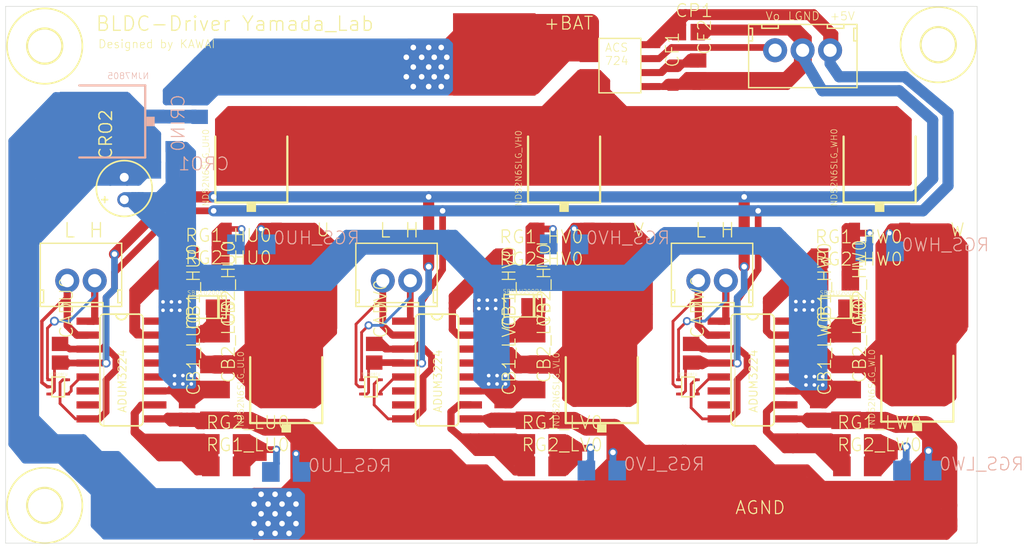
<source format=kicad_pcb>
(kicad_pcb (version 20211014) (generator pcbnew)
  (layers (0 "F.Cu" signal) (31 "B.Cu" signal) (34 "B.Paste" user) (35 "F.Paste" user) (36 "B.SilkS" user "B.Silkscreen") (37 "F.SilkS" user "F.Silkscreen") (38 "B.Mask" user) (39 "F.Mask" user) (44 "Edge.Cuts" user))
  (net 0 "")
  (net 1 "N$2")
  (net 2 "+5V")
  (net 3 "DGND")
  (net 4 "+18V")
  (net 5 "N$1")
  (net 6 "AGND")
  (net 7 "N$5")
  (net 8 "N$7")
  (net 9 "N$11")
  (net 10 "N$12")
  (net 11 "N$3")
  (net 12 "N$8")
  (net 13 "N$4")
  (net 14 "N$6")
  (net 15 "N$13")
  (net 16 "VCC")
  (net 17 "N$10")
  (net 18 "N$14")
  (net 19 "N$15")
  (net 20 "N$16")
  (net 21 "N$17")
  (net 22 "N$18")
  (net 23 "N$19")
  (net 24 "N$20")
  (net 25 "N$21")
  (net 26 "N$23")
  (net 27 "N$24")
  (net 28 "N$25")
  (net 29 "N$26")
  (net 30 "N$27")
  (net 31 "N$28")
  (net 32 "N$29")
  (net 33 "N$30")
  (net 34 "N$31")
  (net 35 "N$22")
  (footprint "motordriver_v3:C3225" (layer "F.Cu") (at 123.3651 111.7601 -90)
    (fp_text reference "CB2_HU0")
    (fp_text value "10u")
  )
  (footprint "motordriver_v3:C3225" (layer "F.Cu") (at 180.7691 111.7601 -90)
    (fp_text reference "CB2_HW0")
    (fp_text value "10u")
  )
  (footprint "motordriver_v3:R3216" (layer "F.Cu") (at 124.3811 120.3961)
    (fp_text reference "RG2_LU0")
    (fp_text value "100")
  )
  (footprint "motordriver_v3:C2012" (layer "F.Cu") (at 178.2291 117.3481 -90)
    (fp_text reference "CB1_LW0")
    (fp_text value "0.1u")
  )
  (footprint "motordriver_v3:SO16" (layer "F.Cu") (at 169.7201 109.2201)
    (fp_text reference "U$10" hide)
    (fp_text value "ADUM3224")
  )
  (footprint "motordriver_v3:C2012" (layer "F.Cu") (at 120.8251 111.3791 -90)
    (fp_text reference "CB1_HU0")
    (fp_text value "0.1u")
  )
  (footprint "motordriver_v3:TO252" (layer "F.Cu") (at 187.2461 116.2051)
    (fp_text reference "ND52N6SLG_WL0")
    (fp_text value "ND52N6SLG" hide)
  )
  (footprint "motordriver_v3:C2012" (layer "F.Cu") (at 167.3071 86.3601 -90)
    (fp_text reference "CF2")
    (fp_text value "")
  )
  (footprint "motordriver_v3:C2012" (layer "F.Cu") (at 149.5271 117.3481 -90)
    (fp_text reference "CB1_LV0")
    (fp_text value "0.1u")
  )
  (footprint "motordriver_v3:C2012" (layer "F.Cu") (at 120.8251 117.3481 -90)
    (fp_text reference "CB1_LU0")
    (fp_text value "0.1u")
  )
  (footprint "motordriver_v3:3,0" (layer "F.Cu") (at 107.8711 84.2011)
    (fp_text reference "H4" hide)
    (fp_text value "MOUNT-HOLE3.0" hide)
  )
  (footprint "motordriver_v3:PV-3" (layer "F.Cu") (at 166.0371 124.4601)
    (fp_text reference "U$7" hide)
    (fp_text value "PV-3" hide)
  )
  (footprint "motordriver_v3:SBR1U200P1" (layer "F.Cu") (at 178.6101 107.9501)
    (fp_text reference "U$11" hide)
    (fp_text value "SBR1U200P1" hide)
  )
  (footprint "motordriver_v3:C2012" (layer "F.Cu") (at 178.2291 111.3791 -90)
    (fp_text reference "CB1_HW0")
    (fp_text value "0.1u")
  )
  (footprint "motordriver_v3:PV-3" (layer "F.Cu") (at 159.4331 106.1721)
    (fp_text reference "U$15" hide)
    (fp_text value "PV-3" hide)
  )
  (footprint "motordriver_v3:R3216" (layer "F.Cu") (at 151.0511 103.5051)
    (fp_text reference "RG1_HV0")
    (fp_text value "100")
  )
  (footprint "motordriver_v3:TO252" (layer "F.Cu") (at 126.6671 96.2661)
    (fp_text reference "ND52N6SLG_UH0")
    (fp_text value "ND52N6SLG" hide)
  )
  (footprint "motordriver_v3:R3216" (layer "F.Cu") (at 153.0831 120.3961)
    (fp_text reference "RG1_LV0")
    (fp_text value "100")
  )
  (footprint "motordriver_v3:R3216" (layer "F.Cu") (at 124.3811 122.4281)
    (fp_text reference "RG1_LU0")
    (fp_text value "100")
  )
  (footprint "motordriver_v3:TO252" (layer "F.Cu") (at 129.8421 116.3321)
    (fp_text reference "ND52N6SLG_UL0")
    (fp_text value "ND52N6SLG" hide)
  )
  (footprint "motordriver_v3:SBR1U200P1" (layer "F.Cu") (at 121.0791 107.9501)
    (fp_text reference "SBD_U0" hide)
    (fp_text value "SBR1U200P1" hide)
  )
  (footprint "motordriver_v3:C3225" (layer "F.Cu") (at 123.3651 116.8401 -90)
    (fp_text reference "CB2_LU0")
    (fp_text value "10u")
  )
  (footprint "motordriver_v3:B2B-XH-A" (layer "F.Cu") (at 139.8751 105.5371)
    (fp_text reference "U$9" hide)
    (fp_text value "B2B-XH-A" hide)
  )
  (footprint "motordriver_v3:E2-5" (layer "F.Cu") (at 115.1101 97.1551 90)
    (fp_text reference "CRO2")
    (fp_text value "47u")
  )
  (footprint "motordriver_v3:3,0" (layer "F.Cu") (at 107.8711 125.9841)
    (fp_text reference "H3" hide)
    (fp_text value "MOUNT-HOLE3.0" hide)
  )
  (footprint "motordriver_v3:B3B-XH-A" (layer "F.Cu") (at 175.5621 84.5821 180)
    (fp_text reference "U$4" hide)
    (fp_text value "B3B-XH-A" hide)
  )
  (footprint "motordriver_v3:R3216" (layer "F.Cu") (at 181.7851 122.4281)
    (fp_text reference "RG2_LW0")
    (fp_text value "100")
  )
  (footprint "motordriver_v3:R3216" (layer "F.Cu") (at 181.7851 120.3961)
    (fp_text reference "RG1_LW0")
    (fp_text value "100")
  )
  (footprint "motordriver_v3:C3225" (layer "F.Cu") (at 152.0671 116.8401 -90)
    (fp_text reference "CB2_LV0")
    (fp_text value "10u")
  )
  (footprint "motordriver_v3:3,0" (layer "F.Cu") (at 189.1511 84.0741)
    (fp_text reference "H1" hide)
    (fp_text value "MOUNT-HOLE3.0" hide)
  )
  (footprint "motordriver_v3:R3216" (layer "F.Cu") (at 153.0831 122.4281)
    (fp_text reference "RG2_LV0")
    (fp_text value "100")
  )
  (footprint "motordriver_v3:TC7S08FU" (layer "F.Cu") (at 108.2521 114.5541)
    (fp_text reference "U$5" hide)
    (fp_text value "TC7S08FU" hide)
  )
  (footprint "motordriver_v3:TO252" (layer "F.Cu") (at 155.1151 96.2661)
    (fp_text reference "ND52N6SLG_VH0")
    (fp_text value "ND52N6SLG" hide)
  )
  (footprint "motordriver_v3:C3225" (layer "F.Cu") (at 180.7691 116.8401 -90)
    (fp_text reference "CB2_LW0")
    (fp_text value "10u")
  )
  (footprint "motordriver_v3:ACS724" (layer "F.Cu") (at 158.1631 84.0741)
    (fp_text reference "ACS724" hide)
    (fp_text value "ACS724" hide)
  )
  (footprint "motordriver_v3:R3216" (layer "F.Cu") (at 151.0511 105.5371)
    (fp_text reference "RG2_HV0")
    (fp_text value "100")
  )
  (footprint "motordriver_v3:SO16" (layer "F.Cu") (at 141.0181 109.2201)
    (fp_text reference "ADUM3224_V0" hide)
    (fp_text value "ADUM3224")
  )
  (footprint "motordriver_v3:C1608" (layer "F.Cu") (at 165.0211 86.8681 -90)
    (fp_text reference "CF1")
    (fp_text value "1n")
  )
  (footprint "motordriver_v3:R3216" (layer "F.Cu") (at 122.4761 105.4101)
    (fp_text reference "RG2_HU0")
    (fp_text value "100")
  )
  (footprint "motordriver_v3:R3216" (layer "F.Cu") (at 179.7531 103.5051)
    (fp_text reference "RG1_HW0")
    (fp_text value "100")
  )
  (footprint "motordriver_v3:R3216" (layer "F.Cu") (at 179.7531 105.5371)
    (fp_text reference "RG2_HW0")
    (fp_text value "100")
  )
  (footprint "motordriver_v3:PV-3" (layer "F.Cu") (at 188.1351 106.0451)
    (fp_text reference "U$16" hide)
    (fp_text value "PV-3" hide)
  )
  (footprint "motordriver_v3:C2012" (layer "F.Cu") (at 166.4181 82.9311)
    (fp_text reference "CP1")
    (fp_text value "01u")
  )
  (footprint "motordriver_v3:C2012" (layer "F.Cu") (at 149.5271 111.3791 -90)
    (fp_text reference "CB1_HV0")
    (fp_text value "0.1u")
  )
  (footprint "motordriver_v3:B2B-XH-A" (layer "F.Cu") (at 111.1731 105.5371)
    (fp_text reference "U$2" hide)
    (fp_text value "B2B-XH-A" hide)
  )
  (footprint "motordriver_v3:B2B-XH-A" (layer "F.Cu") (at 168.5771 105.5371)
    (fp_text reference "U$13" hide)
    (fp_text value "B2B-XH-A" hide)
  )
  (footprint "motordriver_v3:R3216" (layer "F.Cu") (at 122.4761 103.3781)
    (fp_text reference "RG1_HU0")
    (fp_text value "100")
  )
  (footprint "motordriver_v3:TO252" (layer "F.Cu") (at 183.8171 96.2661)
    (fp_text reference "ND52N6SLG_WH0")
    (fp_text value "ND52N6SLG" hide)
  )
  (footprint "motordriver_v3:PV-3" (layer "F.Cu") (at 130.7311 106.1721)
    (fp_text reference "U$14" hide)
    (fp_text value "PV-3" hide)
  )
  (footprint "motordriver_v3:C2012" (layer "F.Cu") (at 137.8431 112.1411 -90)
    (fp_text reference "CADV0")
    (fp_text value "0.1u")
  )
  (footprint "motordriver_v3:C3225" (layer "F.Cu") (at 152.0671 111.7601 -90)
    (fp_text reference "CB2_HV0")
    (fp_text value "10u")
  )
  (footprint "motordriver_v3:C2012" (layer "F.Cu") (at 109.2681 112.1411 -90)
    (fp_text reference "CADU0")
    (fp_text value "0.1u")
  )
  (footprint "motordriver_v3:TC7S08FU" (layer "F.Cu") (at 136.7001 114.5541)
    (fp_text reference "U$8" hide)
    (fp_text value "TC7S08FU" hide)
  )
  (footprint "motordriver_v3:SO16" (layer "F.Cu") (at 112.3161 109.2201)
    (fp_text reference "ADUM3224_U0" hide)
    (fp_text value "ADUM3224")
  )
  (footprint "motordriver_v3:TC7S08FU" (layer "F.Cu") (at 165.5291 114.5541)
    (fp_text reference "U$12" hide)
    (fp_text value "TC7S08FU" hide)
  )
  (footprint "motordriver_v3:PV-3" (layer "F.Cu") (at 148.7651 84.9631)
    (fp_text reference "U$1" hide)
    (fp_text value "PV-3" hide)
  )
  (footprint "motordriver_v3:TO252" (layer "F.Cu") (at 158.5441 116.3321)
    (fp_text reference "ND52N6SLG_VL0")
    (fp_text value "ND52N6SLG" hide)
  )
  (footprint "motordriver_v3:C2012" (layer "F.Cu") (at 166.6721 112.1411 -90)
    (fp_text reference "CADW0")
    (fp_text value "0.1u")
  )
  (footprint "motordriver_v3:SBR1U200P1" (layer "F.Cu") (at 149.7811 107.8231)
    (fp_text reference "SBD_V0" hide)
    (fp_text value "SBR1U200P1" hide)
  )
  (footprint "motordriver_v3:R3216" (layer "B.Cu") (at 129.8421 122.9361 180)
    (fp_text reference "RGS_LU0")
    (fp_text value "10k")
  )
  (footprint "motordriver_v3:R3216" (layer "B.Cu") (at 155.1151 102.2351 180)
    (fp_text reference "RGS_HV0")
    (fp_text value "10k")
  )
  (footprint "motordriver_v3:C2012" (layer "B.Cu") (at 121.9681 89.7891 -90)
    (fp_text reference "CRIN0")
    (fp_text value "1u")
  )
  (footprint "motordriver_v3:R3216" (layer "B.Cu") (at 187.2461 122.8091 180)
    (fp_text reference "RGS_LW0")
    (fp_text value "10k")
  )
  (footprint "motordriver_v3:TO252" (layer "B.Cu") (at 114.8561 91.0591 -90)
    (fp_text reference "NJM7805")
    (fp_text value "NJM7805SDL1" hide)
  )
  (footprint "motordriver_v3:R3216" (layer "B.Cu") (at 158.5441 122.8091 180)
    (fp_text reference "RGS_LV0")
    (fp_text value "10k")
  )
  (footprint "motordriver_v3:C2012" (layer "B.Cu") (at 118.6661 95.5041 180)
    (fp_text reference "CRO1")
    (fp_text value "0.1u")
  )
  (footprint "motordriver_v3:R3216" (layer "B.Cu") (at 126.6671 102.2351 180)
    (fp_text reference "RGS_HU0")
    (fp_text value "10k")
  )
  (footprint "motordriver_v3:R3216" (layer "B.Cu") (at 183.8171 102.8701 180)
    (fp_text reference "RGS_HW0")
    (fp_text value "10k")
  )
  (gr_line (start 192.6871 129.4131) (end 192.6871 80.5941) (layer "Edge.Cuts") (width 0.05))
  (gr_line (start 104.3151 80.5941) (end 104.3151 129.4131) (layer "Edge.Cuts") (width 0.05))
  (gr_line (start 104.3151 129.4131) (end 192.6871 129.4131) (layer "Edge.Cuts") (width 0.05))
  (gr_line (start 192.6871 80.5941) (end 104.3151 80.5941) (layer "Edge.Cuts") (width 0.05))
  (gr_text "U" (at 132.5091 101.6001) (layer "F.SilkS") (effects (font (size 1.1684 1.1684) (thickness 0.1016)) (justify left bottom)))
  (gr_text "LGND" (at 175.4351 81.9151) (layer "F.SilkS") (effects (font (size 0.747776 0.747776) (thickness 0.065024)) (justify left bottom)))
  (gr_text "Designed by KAWAI" (at 112.6971 84.4551) (layer "F.SilkS") (effects (font (size 0.747776 0.747776) (thickness 0.065024)) (justify left bottom)))
  (gr_text "H" (at 111.8081 101.7271) (layer "F.SilkS") (effects (font (size 1.308608 1.308608) (thickness 0.113792)) (justify left bottom)))
  (gr_text "BLDC-Driver Yamada_Lab" (at 112.4431 82.9311) (layer "F.SilkS") (effects (font (size 1.308608 1.308608) (thickness 0.113792)) (justify left bottom)))
  (gr_text "W" (at 190.1671 101.6001) (layer "F.SilkS") (effects (font (size 1.1684 1.1684) (thickness 0.1016)) (justify left bottom)))
  (gr_text "H" (at 140.5101 101.7271) (layer "F.SilkS") (effects (font (size 1.308608 1.308608) (thickness 0.113792)) (justify left bottom)))
  (gr_text "+BAT" (at 153.2101 82.8041) (layer "F.SilkS") (effects (font (size 1.1684 1.1684) (thickness 0.1016)) (justify left bottom)))
  (gr_text "L" (at 109.5221 101.7271) (layer "F.SilkS") (effects (font (size 1.308608 1.308608) (thickness 0.113792)) (justify left bottom)))
  (gr_text "L" (at 138.2241 101.7271) (layer "F.SilkS") (effects (font (size 1.308608 1.308608) (thickness 0.113792)) (justify left bottom)))
  (gr_text "H" (at 169.2121 101.7271) (layer "F.SilkS") (effects (font (size 1.308608 1.308608) (thickness 0.113792)) (justify left bottom)))
  (gr_text "+5V" (at 179.2451 81.9151) (layer "F.SilkS") (effects (font (size 0.747776 0.747776) (thickness 0.065024)) (justify left bottom)))
  (gr_text "AGND" (at 170.6091 126.8731) (layer "F.SilkS") (effects (font (size 1.1684 1.1684) (thickness 0.1016)) (justify left bottom)))
  (gr_text "L" (at 166.9261 101.7271) (layer "F.SilkS") (effects (font (size 1.308608 1.308608) (thickness 0.113792)) (justify left bottom)))
  (gr_text "V" (at 161.3381 101.6001) (layer "F.SilkS") (effects (font (size 1.1684 1.1684) (thickness 0.1016)) (justify left bottom)))
  (gr_text "Vo" (at 173.4031 81.9151) (layer "F.SilkS") (effects (font (size 0.747776 0.747776) (thickness 0.065024)) (justify left bottom)))
  (segment (start 165.5291 86.2331) (end 165.2361 86.2331) (width 0.6096) (layer "F.Cu") (net 1))
  (segment (start 164.0051 86.6141) (end 164.1321 86.4871) (width 0.6096) (layer "F.Cu") (net 1))
  (segment (start 167.3071 85.5101) (end 167.3071 85.8521) (width 0.6096) (layer "F.Cu") (net 1))
  (segment (start 164.8061 86.2331) (end 165.0211 86.0181) (width 0.6096) (layer "F.Cu") (net 1))
  (segment (start 164.1321 86.4871) (end 164.3861 86.2331) (width 0.6096) (layer "F.Cu") (net 1))
  (segment (start 164.8941 85.8521) (end 164.7671 85.8521) (width 0.6096) (layer "F.Cu") (net 1))
  (segment (start 162.9891 86.6141) (end 163.8781 86.6141) (width 0.6096) (layer "F.Cu") (net 1))
  (segment (start 165.0211 85.9791) (end 164.8941 85.8521) (width 0.6096) (layer "F.Cu") (net 1))
  (segment (start 166.0371 85.7251) (end 166.5451 85.2171) (width 0.6096) (layer "F.Cu") (net 1))
  (segment (start 164.1321 86.3601) (end 164.7671 85.7251) (width 0.6096) (layer "F.Cu") (net 1))
  (segment (start 163.8781 86.6141) (end 164.0051 86.6141) (width 0.6096) (layer "F.Cu") (net 1))
  (segment (start 164.3861 86.2331) (end 164.8061 86.2331) (width 0.6096) (layer "F.Cu") (net 1))
  (segment (start 164.1321 86.3601) (end 163.8781 86.6141) (width 0.6096) (layer "F.Cu") (net 1))
  (segment (start 165.0211 86.0181) (end 165.0211 85.9791) (width 0.6096) (layer "F.Cu") (net 1))
  (segment (start 167.3071 85.8521) (end 165.9101 85.8521) (width 0.6096) (layer "F.Cu") (net 1))
  (segment (start 164.7671 85.7251) (end 166.0371 85.7251) (width 0.6096) (layer "F.Cu") (net 1))
  (segment (start 165.9101 85.8521) (end 165.5291 86.2331) (width 0.6096) (layer "F.Cu") (net 1))
  (segment (start 165.2361 86.2331) (end 165.0211 86.0181) (width 0.6096) (layer "F.Cu") (net 1))
  (segment (start 164.7671 85.8521) (end 164.3861 86.2331) (width 0.6096) (layer "F.Cu") (net 1))
  (segment (start 164.1321 86.4871) (end 164.1321 86.3601) (width 0.6096) (layer "F.Cu") (net 1))
  (segment (start 143.0501 113.5381) (end 142.2881 114.3001) (width 0.6096) (layer "F.Cu") (net 2))
  (segment (start 138.9861 111.7601) (end 139.1131 111.7601) (width 0.6096) (layer "F.Cu") (net 2))
  (segment (start 163.3701 83.9471) (end 164.3861 82.9311) (width 0.6096) (layer "F.Cu") (net 2))
  (segment (start 170.8631 107.3151) (end 172.7681 104.5211) (width 0.6096) (layer "F.Cu") (net 2))
  (segment (start 168.0691 111.7601) (end 169.1867 111.7601) (width 0.6096) (layer "F.Cu") (net 2))
  (segment (start 109.4341 111.2911) (end 110.1571 111.7601) (width 0.6096) (layer "F.Cu") (net 2))
  (segment (start 142.2881 114.3001) (end 142.2881 117.2211) (width 0.6096) (layer "F.Cu") (net 2))
  (segment (start 165.9101 81.5341) (end 165.4021 82.2961) (width 0.6096) (layer "F.Cu") (net 2))
  (segment (start 177.3401 81.5341) (end 178.9911 83.1851) (width 0.6096) (layer "F.Cu") (net 2))
  (segment (start 170.8631 114.5541) (end 170.8631 117.4751) (width 0.6096) (layer "F.Cu") (net 2))
  (segment (start 137.8431 114.9351) (end 137.8431 116.8401) (width 0.254) (layer "F.Cu") (net 2))
  (segment (start 142.1611 111.5061) (end 142.4151 111.7601) (width 0.6096) (layer "F.Cu") (net 2))
  (segment (start 178.9911 83.9471) (end 178.9911 84.2611) (width 0.6096) (layer "F.Cu") (net 2))
  (segment (start 114.2211 106.2991) (end 114.2211 104.7751) (width 0.6096) (layer "F.Cu") (net 2))
  (segment (start 114.3481 113.6651) (end 113.4591 114.5541) (width 0.6096) (layer "F.Cu") (net 2))
  (segment (start 119.8091 99.1871) (end 114.2211 104.7751) (width 0.6096) (layer "F.Cu") (net 2))
  (segment (start 165.9101 82.2961) (end 165.9101 81.9151) (width 0.6096) (layer "F.Cu") (net 2))
  (segment (start 139.1131 111.7601) (end 140.4847 111.7601) (width 0.6096) (layer "F.Cu") (net 2))
  (segment (start 165.2751 82.4231) (end 166.1641 81.1531) (width 0.6096) (layer "F.Cu") (net 2))
  (segment (start 141.6531 111.7601) (end 141.6531 111.6331) (width 0.6096) (layer "F.Cu") (net 2))
  (segment (start 167.0531 114.5541) (end 166.6721 114.9351) (width 0.254) (layer "F.Cu") (net 2))
  (segment (start 110.6651 118.1101) (end 111.7827 118.1101) (width 0.254) (layer "F.Cu") (net 2))
  (segment (start 109.2681 114.8081) (end 109.2681 116.7131) (width 0.254) (layer "F.Cu") (net 2))
  (segment (start 177.8481 81.1531) (end 166.1641 81.1531) (width 0.6096) (layer "F.Cu") (net 2))
  (segment (start 170.8631 117.4751) (end 170.2281 118.1101) (width 0.6096) (layer "F.Cu") (net 2))
  (segment (start 142.1611 107.4421) (end 144.0661 104.5211) (width 0.6096) (layer "F.Cu") (net 2))
  (segment (start 110.1571 111.7601) (end 111.7827 111.7601) (width 0.6096) (layer "F.Cu") (net 2))
  (segment (start 167.6881 111.7601) (end 167.9421 111.7601) (width 0.6096) (layer "F.Cu") (net 2))
  (segment (start 167.9421 111.7601) (end 167.5611 111.3791) (width 0.6096) (layer "F.Cu") (net 2))
  (segment (start 178.9911 84.2611) (end 179.3121 84.5821) (width 0.6096) (layer "F.Cu") (net 2))
  (segment (start 109.9539 114.5541) (end 109.5221 114.5541) (width 0.254) (layer "F.Cu") (net 2))
  (segment (start 113.4591 107.0611) (end 114.2211 106.2991) (width 0.6096) (layer "F.Cu") (net 2))
  (segment (start 143.0501 112.3951) (end 143.0501 113.5381) (width 0.6096) (layer "F.Cu") (net 2))
  (segment (start 142.1611 111.1251) (end 142.1611 107.4421) (width 0.6096) (layer "F.Cu") (net 2))
  (segment (start 113.4591 111.3791) (end 113.4591 107.0611) (width 0.6096) (layer "F.Cu") (net 2))
  (segment (start 142.4151 111.7601) (end 143.0501 112.3951) (width 0.6096) (layer "F.Cu") (net 2))
  (segment (start 139.1131 118.1101) (end 140.4847 118.1101) (width 0.254) (layer "F.Cu") (net 2))
  (segment (start 137.8431 116.8401) (end 139.1131 118.1101) (width 0.254) (layer "F.Cu") (net 2))
  (segment (start 165.9101 81.9151) (end 166.4181 81.4071) (width 0.6096) (layer "F.Cu") (net 2))
  (segment (start 113.5861 111.7601) (end 114.3481 112.5221) (width 0.6096) (layer "F.Cu") (net 2))
  (segment (start 141.5261 111.7601) (end 142.4151 111.7601) (width 0.6096) (layer "F.Cu") (net 2))
  (segment (start 165.0211 82.5501) (end 165.0211 83.1851) (width 0.6096) (layer "F.Cu") (net 2))
  (segment (start 178.9911 83.9471) (end 179.7531 83.9471) (width 0.6096) (layer "F.Cu") (net 2))
  (segment (start 177.4671 81.4071) (end 179.4991 83.4391) (width 0.6096) (layer "F.Cu") (net 2))
  (segment (start 169.1867 111.7601) (end 170.4821 111.7601) (width 0.6096) (layer "F.Cu") (net 2))
  (segment (start 170.9901 111.7601) (end 171.7521 112.3951) (width 0.6096) (layer "F.Cu") (net 2))
  (segment (start 168.0691 111.7601) (end 167.9421 111.7601) (width 0.6096) (layer "F.Cu") (net 2))
  (segment (start 164.3861 82.9311) (end 165.5681 82.9311) (width 0.6096) (layer "F.Cu") (net 2))
  (segment (start 167.6881 118.1101) (end 169.1867 118.1101) (width 0.254) (layer "F.Cu") (net 2))
  (segment (start 167.1801 110.9981) (end 167.1801 111.6331) (width 0.6096) (layer "F.Cu") (net 2))
  (segment (start 165.9101 81.5341) (end 177.3401 81.5341) (width 0.6096) (layer "F.Cu") (net 2))
  (segment (start 142.1611 111.2521) (end 142.1611 111.5061) (width 0.6096) (layer "F.Cu") (net 2))
  (segment (start 138.2241 110.9981) (end 138.9861 111.7601) (width 0.6096) (layer "F.Cu") (net 2))
  (segment (start 138.8591 111.7601) (end 138.9861 111.7601) (width 0.6096) (layer "F.Cu") (net 2))
  (segment (start 167.4341 111.6331) (end 167.6881 111.7601) (width 0.6096) (layer "F.Cu") (net 2))
  (segment (start 166.6721 114.9351) (end 166.6721 117.0941) (width 0.254) (layer "F.Cu") (net 2))
  (segment (start 178.9911 83.1851) (end 178.9911 83.9471) (width 0.6096) (layer "F.Cu") (net 2))
  (segment (start 113.4591 114.5541) (end 113.4591 117.4751) (width 0.6096) (layer "F.Cu") (net 2))
  (segment (start 179.7531 83.9471) (end 179.7531 83.0581) (width 0.6096) (layer "F.Cu") (net 2))
  (segment (start 114.3481 112.5221) (end 114.3481 113.6651) (width 0.6096) (layer "F.Cu") (net 2))
  (segment (start 109.5221 114.5541) (end 109.2681 114.8081) (width 0.254) (layer "F.Cu") (net 2))
  (segment (start 164.3861 83.3121) (end 163.6241 84.0741) (width 0.6096) (layer "F.Cu") (net 2))
  (segment (start 170.4821 111.7601) (end 170.9901 111.7601) (width 0.6096) (layer "F.Cu") (net 2))
  (segment (start 141.5261 111.7601) (end 141.6531 111.6331) (width 0.6096) (layer "F.Cu") (net 2))
  (segment (start 168.0691 111.7601) (end 167.1801 110.9981) (width 0.6096) (layer "F.Cu") (net 2))
  (segment (start 141.3991 118.1101) (end 140.4847 118.1101) (width 0.6096) (layer "F.Cu") (net 2))
  (segment (start 163.6241 84.0741) (end 163.3701 84.0741) (width 0.6096) (layer "F.Cu") (net 2))
  (segment (start 165.5681 82.9311) (end 165.5681 82.7161) (width 0.6096) (layer "F.Cu") (net 2))
  (segment (start 166.1641 81.1531) (end 165.9101 81.5341) (width 0.6096) (layer "F.Cu") (net 2))
  (segment (start 164.7671 82.4231) (end 166.1641 81.1531) (width 0.6096) (layer "F.Cu") (net 2))
  (segment (start 113.4591 117.4751) (end 112.8241 118.1101) (width 0.6096) (layer "F.Cu") (net 2))
  (segment (start 112.8241 118.1101) (end 111.7827 118.1101) (width 0.6096) (layer "F.Cu") (net 2))
  (segment (start 171.7521 112.3951) (end 171.7521 113.6651) (width 0.6096) (layer "F.Cu") (net 2))
  (segment (start 142.2881 117.2211) (end 141.3991 118.1101) (width 0.6096) (layer "F.Cu") (net 2))
  (segment (start 171.7521 113.6651) (end 170.8631 114.5541) (width 0.6096) (layer "F.Cu") (net 2))
  (segment (start 165.6561 81.1531) (end 166.1641 81.1531) (width 0.6096) (layer "F.Cu") (net 2))
  (segment (start 166.6331 111.3791) (end 166.6721 111.2911) (width 0.6096) (layer "F.Cu") (net 2))
  (segment (start 165.1481 83.3121) (end 164.3861 83.3121) (width 0.6096) (layer "F.Cu") (net 2))
  (segment (start 138.4019 114.5541) (end 138.2241 114.5541) (width 0.254) (layer "F.Cu") (net 2))
  (segment (start 165.5681 82.7161) (end 165.2751 82.4231) (width 0.6096) (layer "F.Cu") (net 2))
  (segment (start 142.1611 111.1251) (end 142.1611 111.2521) (width 0.6096) (layer "F.Cu") (net 2))
  (segment (start 142.1611 111.2521) (end 141.6531 111.7601) (width 0.6096) (layer "F.Cu") (net 2))
  (segment (start 109.2681 111.2911) (end 109.4341 111.2911) (width 0.6096) (layer "F.Cu") (net 2))
  (segment (start 165.4021 82.2961) (end 165.9101 82.2961) (width 0.6096) (layer "F.Cu") (net 2))
  (segment (start 111.7827 111.7601) (end 113.0781 111.7601) (width 0.6096) (layer "F.Cu") (net 2))
  (segment (start 137.8431 110.9981) (end 138.2241 110.9981) (width 0.6096) (layer "F.Cu") (net 2))
  (segment (start 170.8631 107.3151) (end 170.8631 111.5061) (width 0.6096) (layer "F.Cu") (net 2))
  (segment (start 170.2281 118.1101) (end 169.1867 118.1101) (width 0.6096) (layer "F.Cu") (net 2))
  (segment (start 162.7351 84.0741) (end 165.6561 81.1531) (width 0.6096) (layer "F.Cu") (net 2))
  (segment (start 109.2681 116.7131) (end 110.6651 118.1101) (width 0.254) (layer "F.Cu") (net 2))
  (segment (start 166.1641 81.1531) (end 165.0211 82.5501) (width 0.6096) (layer "F.Cu") (net 2))
  (segment (start 170.8631 111.5061) (end 170.4821 111.7601) (width 0.6096) (layer "F.Cu") (net 2))
  (segment (start 162.9891 84.0741) (end 162.7351 84.0741) (width 0.6096) (layer "F.Cu") (net 2))
  (segment (start 113.4591 111.3791) (end 113.4591 111.6331) (width 0.6096) (layer "F.Cu") (net 2))
  (segment (start 141.5261 111.7601) (end 140.4847 111.7601) (width 0.6096) (layer "F.Cu") (net 2))
  (segment (start 113.0781 111.7601) (end 113.4591 111.3791) (width 0.6096) (layer "F.Cu") (net 2))
  (segment (start 179.7531 83.0581) (end 177.8481 81.1531) (width 0.6096) (layer "F.Cu") (net 2))
  (segment (start 141.6531 111.6331) (end 142.1611 111.1251) (width 0.6096) (layer "F.Cu") (net 2))
  (segment (start 167.1801 111.6331) (end 167.4341 111.6331) (width 0.6096) (layer "F.Cu") (net 2))
  (segment (start 165.0211 83.1851) (end 165.1481 83.3121) (width 0.6096) (layer "F.Cu") (net 2))
  (segment (start 167.5611 111.3791) (end 166.6331 111.3791) (width 0.6096) (layer "F.Cu") (net 2))
  (segment (start 144.0661 104.5211) (end 144.0661 99.1871) (width 0.6096) (layer "F.Cu") (net 2))
  (segment (start 123.2381 99.1871) (end 119.8091 99.1871) (width 0.6096) (layer "F.Cu") (net 2))
  (segment (start 138.3901 111.2911) (end 138.8591 111.7601) (width 0.6096) (layer "F.Cu") (net 2))
  (segment (start 138.3511 110.9981) (end 138.2241 110.9981) (width 0.6096) (layer "F.Cu") (net 2))
  (segment (start 163.3701 84.0741) (end 163.3701 83.9471) (width 0.6096) (layer "F.Cu") (net 2))
  (segment (start 138.2241 114.5541) (end 137.8431 114.9351) (width 0.254) (layer "F.Cu") (net 2))
  (segment (start 167.2309 114.5541) (end 167.0531 114.5541) (width 0.254) (layer "F.Cu") (net 2))
  (segment (start 113.5861 111.7601) (end 113.0781 111.7601) (width 0.6096) (layer "F.Cu") (net 2))
  (segment (start 166.4181 81.4071) (end 177.4671 81.4071) (width 0.6096) (layer "F.Cu") (net 2))
  (segment (start 172.7681 104.5211) (end 172.7681 99.1871) (width 0.6096) (layer "F.Cu") (net 2))
  (segment (start 139.1131 111.7601) (end 138.3511 110.9981) (width 0.6096) (layer "F.Cu") (net 2))
  (segment (start 137.8431 111.2911) (end 138.3901 111.2911) (width 0.6096) (layer "F.Cu") (net 2))
  (segment (start 166.6721 117.0941) (end 167.6881 118.1101) (width 0.254) (layer "F.Cu") (net 2))
  (via (at 172.7681 99.1871) (size 0.8128) (drill 0.508) (layers "F.Cu" "B.Cu") (net 2))
  (via (at 144.0661 99.1871) (size 0.8128) (drill 0.508) (layers "F.Cu" "B.Cu") (net 2))
  (via (at 123.2381 99.1871) (size 0.8128) (drill 0.508) (layers "F.Cu" "B.Cu") (net 2))
  (segment (start 179.3121 85.7921) (end 180.1341 86.9951) (width 1.016) (layer "B.Cu") (net 2))
  (segment (start 172.7681 99.1871) (end 144.0661 99.1871) (width 1.016) (layer "B.Cu") (net 2))
  (segment (start 180.1341 86.9951) (end 186.1031 86.9951) (width 1.016) (layer "B.Cu") (net 2))
  (segment (start 186.1031 86.9951) (end 190.0401 90.2971) (width 1.016) (layer "B.Cu") (net 2))
  (segment (start 190.0401 96.9011) (end 187.7541 99.1871) (width 1.016) (layer "B.Cu") (net 2))
  (segment (start 190.0401 90.2971) (end 190.0401 96.9011) (width 1.016) (layer "B.Cu") (net 2))
  (segment (start 144.0661 99.1871) (end 123.2381 99.1871) (width 1.016) (layer "B.Cu") (net 2))
  (segment (start 179.3121 84.5821) (end 179.3121 85.7921) (width 1.016) (layer "B.Cu") (net 2))
  (segment (start 187.7541 99.1871) (end 172.7681 99.1871) (width 1.016) (layer "B.Cu") (net 2))
  (segment (start 167.6881 113.2841) (end 167.8151 113.0301) (width 0.6096) (layer "F.Cu") (net 3))
  (segment (start 111.7827 113.0301) (end 110.0301 113.0301) (width 0.6096) (layer "F.Cu") (net 3))
  (segment (start 123.2381 97.9171) (end 119.4281 97.9171) (width 1.016) (layer "F.Cu") (net 3))
  (segment (start 167.5611 83.3121) (end 167.5611 83.0581) (width 0.6096) (layer "F.Cu") (net 3))
  (segment (start 168.1961 113.0301) (end 167.4341 112.6491) (width 0.6096) (layer "F.Cu") (net 3))
  (segment (start 166.1641 113.3721) (end 166.6721 112.9911) (width 0.254) (layer "F.Cu") (net 3))
  (segment (start 109.4341 113.2841) (end 109.2681 112.9911) (width 0.6096) (layer "F.Cu") (net 3))
  (segment (start 137.1827 115.8495) (end 137.3351 115.6971) (width 0.254) (layer "F.Cu") (net 3))
  (segment (start 164.5131 87.7571) (end 164.3861 87.8841) (width 0.6096) (layer "F.Cu") (net 3))
  (segment (start 166.5841 113.0301) (end 166.6721 112.9911) (width 0.6096) (layer "F.Cu") (net 3))
  (segment (start 167.6881 113.2841) (end 168.1961 113.0301) (width 0.6096) (layer "F.Cu") (net 3))
  (segment (start 177.3401 85.0901) (end 177.3401 85.9791) (width 0.6096) (layer "F.Cu") (net 3))
  (segment (start 137.3351 115.6971) (end 137.3351 113.4991) (width 0.254) (layer "F.Cu") (net 3))
  (segment (start 176.8121 84.5821) (end 176.8121 84.9831) (width 0.6096) (layer "F.Cu") (net 3))
  (segment (start 108.7601 115.5701) (end 108.7601 113.2451) (width 0.254) (layer "F.Cu") (net 3))
  (segment (start 176.8121 84.9831) (end 176.7051 85.0901) (width 0.6096) (layer "F.Cu") (net 3))
  (segment (start 177.3401 85.9791) (end 175.4351 87.8841) (width 0.6096) (layer "F.Cu") (net 3))
  (segment (start 167.6881 87.2491) (end 167.8151 87.3761) (width 0.6096) (layer "F.Cu") (net 3))
  (segment (start 175.1811 87.3761) (end 176.8321 85.7251) (width 0.6096) (layer "F.Cu") (net 3))
  (segment (start 165.6561 87.5031) (end 165.2361 87.5031) (width 0.6096) (layer "F.Cu") (net 3))
  (segment (start 109.6491 112.7761) (end 109.9031 113.0301) (width 0.6096) (layer "F.Cu") (net 3))
  (segment (start 168.3231 82.9311) (end 167.9421 83.3121) (width 0.6096) (layer "F.Cu") (net 3))
  (segment (start 169.1867 113.0301) (end 168.1961 113.0301) (width 0.6096) (layer "F.Cu") (net 3))
  (segment (start 108.4807 115.8495) (end 108.7601 115.5701) (width 0.254) (layer "F.Cu") (net 3))
  (segment (start 110.0301 113.0301) (end 109.7761 113.2841) (width 0.6096) (layer "F.Cu") (net 3))
  (segment (start 166.2911 86.8681) (end 165.6561 87.5031) (width 0.6096) (layer "F.Cu") (net 3))
  (segment (start 167.3071 87.2101) (end 167.6001 87.2101) (width 0.6096) (layer "F.Cu") (net 3))
  (segment (start 166.9261 87.8841) (end 166.7991 87.7571) (width 0.6096) (layer "F.Cu") (net 3))
  (segment (start 166.7991 113.0301) (end 166.5841 113.0301) (width 0.6096) (layer "F.Cu") (net 3))
  (segment (start 167.8151 113.0301) (end 166.7991 113.0301) (width 0.6096) (layer "F.Cu") (net 3))
  (segment (start 137.8431 112.9911) (end 140.4457 112.9911) (width 0.6096) (layer "F.Cu") (net 3))
  (segment (start 119.4281 97.9171) (end 114.2211 103.1241) (width 1.016) (layer "F.Cu") (net 3))
  (segment (start 175.5621 82.9311) (end 168.3231 82.9311) (width 0.6096) (layer "F.Cu") (net 3))
  (segment (start 165.2361 87.5031) (end 165.0211 87.7181) (width 0.6096) (layer "F.Cu") (net 3))
  (segment (start 177.3401 83.4391) (end 177.3401 84.0741) (width 0.6096) (layer "F.Cu") (net 3))
  (segment (start 111.7827 113.0301) (end 113.4591 113.0301) (width 0.6096) (layer "F.Cu") (net 3))
  (segment (start 109.9031 113.0301) (end 110.0301 113.0301) (width 0.6096) (layer "F.Cu") (net 3))
  (segment (start 167.6001 87.2101) (end 167.6881 87.1221) (width 0.6096) (layer "F.Cu") (net 3))
  (segment (start 176.3241 84.0941) (end 176.8121 84.5821) (width 0.6096) (layer "F.Cu") (net 3))
  (segment (start 110.0301 113.0301) (end 109.6491 112.6491) (width 0.6096) (layer "F.Cu") (net 3))
  (segment (start 167.6881 82.9311) (end 176.0701 82.9311) (width 0.6096) (layer "F.Cu") (net 3))
  (segment (start 167.5611 83.0581) (end 167.6881 82.9311) (width 0.6096) (layer "F.Cu") (net 3))
  (segment (start 167.1801 113.2841) (end 167.6881 113.2841) (width 0.6096) (layer "F.Cu") (net 3))
  (segment (start 109.6491 112.6491) (end 109.6491 112.7761) (width 0.6096) (layer "F.Cu") (net 3))
  (segment (start 167.4341 82.9311) (end 167.8151 82.5501) (width 0.6096) (layer "F.Cu") (net 3))
  (segment (start 167.8151 82.5501) (end 176.4511 82.5501) (width 0.6096) (layer "F.Cu") (net 3))
  (segment (start 176.3241 83.6931) (end 175.5621 82.9311) (width 0.6096) (layer "F.Cu") (net 3))
  (segment (start 165.5291 115.8495) (end 165.8847 115.8495) (width 0.254) (layer "F.Cu") (net 3))
  (segment (start 167.4341 112.6491) (end 167.1801 112.6491) (width 0.6096) (layer "F.Cu") (net 3))
  (segment (start 164.3861 87.8841) (end 164.1321 87.8841) (width 0.6096) (layer "F.Cu") (net 3))
  (segment (start 177.3401 84.0741) (end 176.3241 84.0741) (width 0.6096) (layer "F.Cu") (net 3))
  (segment (start 167.6881 87.6301) (end 167.6881 87.1221) (width 0.6096) (layer "F.Cu") (net 3))
  (segment (start 176.3241 85.7251) (end 176.3241 85.0901) (width 0.6096) (layer "F.Cu") (net 3))
  (segment (start 108.7601 113.2451) (end 109.2681 112.9911) (width 0.254) (layer "F.Cu") (net 3))
  (segment (start 136.7001 115.8495) (end 137.1827 115.8495) (width 0.254) (layer "F.Cu") (net 3))
  (segment (start 167.8151 87.3761) (end 175.1811 87.3761) (width 0.6096) (layer "F.Cu") (net 3))
  (segment (start 165.0211 87.7181) (end 166.2031 87.7181) (width 0.6096) (layer "F.Cu") (net 3))
  (segment (start 167.6881 87.1221) (end 167.6881 86.8681) (width 0.6096) (layer "F.Cu") (net 3))
  (segment (start 176.3241 84.0741) (end 176.3241 84.0941) (width 0.6096) (layer "F.Cu") (net 3))
  (segment (start 167.4341 87.8841) (end 167.6881 87.6301) (width 0.6096) (layer "F.Cu") (net 3))
  (segment (start 166.7991 87.7571) (end 166.9261 87.7571) (width 0.6096) (layer "F.Cu") (net 3))
  (segment (start 167.9421 83.3121) (end 167.5611 83.3121) (width 0.6096) (layer "F.Cu") (net 3))
  (segment (start 164.1321 87.8841) (end 164.5131 87.5031) (width 0.6096) (layer "F.Cu") (net 3))
  (segment (start 175.1811 86.8681) (end 176.3241 85.7251) (width 0.6096) (layer "F.Cu") (net 3))
  (segment (start 142.7961 104.2671) (end 142.7961 97.9171) (width 1.016) (layer "F.Cu") (net 3))
  (segment (start 176.0701 82.9311) (end 176.8321 83.6931) (width 0.6096) (layer "F.Cu") (net 3))
  (segment (start 164.5131 87.5031) (end 164.5131 87.7571) (width 0.6096) (layer "F.Cu") (net 3))
  (segment (start 176.7051 85.0901) (end 177.3401 85.0901) (width 0.6096) (layer "F.Cu") (net 3))
  (segment (start 140.4847 113.0301) (end 142.1611 113.0301) (width 0.6096) (layer "F.Cu") (net 3))
  (segment (start 171.4981 104.2671) (end 171.4981 97.9171) (width 1.016) (layer "F.Cu") (net 3))
  (segment (start 167.8151 113.0301) (end 170.8631 113.0301) (width 0.6096) (layer "F.Cu") (net 3))
  (segment (start 167.1801 112.6491) (end 167.1801 113.2841) (width 0.6096) (layer "F.Cu") (net 3))
  (segment (start 167.6881 86.8681) (end 166.2911 86.8681) (width 0.6096) (layer "F.Cu") (net 3))
  (segment (start 176.8321 85.7251) (end 176.8321 85.8521) (width 1.016) (layer "F.Cu") (net 3))
  (segment (start 175.4351 87.8841) (end 166.9261 87.8841) (width 0.6096) (layer "F.Cu") (net 3))
  (segment (start 167.4341 87.2491) (end 167.6881 87.2491) (width 0.6096) (layer "F.Cu") (net 3))
  (segment (start 164.3861 87.8841) (end 167.4341 87.8841) (width 0.6096) (layer "F.Cu") (net 3))
  (segment (start 167.2681 82.9311) (end 167.4341 82.9311) (width 0.6096) (layer "F.Cu") (net 3))
  (segment (start 166.2031 87.7181) (end 166.6721 87.2491) (width 0.6096) (layer "F.Cu") (net 3))
  (segment (start 166.9261 87.7571) (end 167.4341 87.2491) (width 0.6096) (layer "F.Cu") (net 3))
  (segment (start 176.4511 82.5501) (end 177.3401 83.4391) (width 0.6096) (layer "F.Cu") (net 3))
  (segment (start 176.3241 84.0741) (end 176.3241 83.6931) (width 0.6096) (layer "F.Cu") (net 3))
  (segment (start 137.3351 113.4991) (end 137.8431 112.9911) (width 0.254) (layer "F.Cu") (net 3))
  (segment (start 162.9891 87.8841) (end 164.1321 87.8841) (width 0.6096) (layer "F.Cu") (net 3))
  (segment (start 176.3241 85.0901) (end 176.7051 85.0901) (width 0.6096) (layer "F.Cu") (net 3))
  (segment (start 165.8847 115.8495) (end 166.1641 115.5701) (width 0.254) (layer "F.Cu") (net 3))
  (segment (start 109.7761 113.2841) (end 109.4341 113.2841) (width 0.6096) (layer "F.Cu") (net 3))
  (segment (start 167.1801 112.6491) (end 166.7991 113.0301) (width 0.6096) (layer "F.Cu") (net 3))
  (segment (start 167.6881 86.8681) (end 175.1811 86.8681) (width 0.6096) (layer "F.Cu") (net 3))
  (segment (start 108.2521 115.8495) (end 108.4807 115.8495) (width 0.254) (layer "F.Cu") (net 3))
  (segment (start 166.1641 115.5701) (end 166.1641 113.3721) (width 0.254) (layer "F.Cu") (net 3))
  (via (at 170.8631 113.0301) (size 0.8128) (drill 0.508) (layers "F.Cu" "B.Cu") (net 3))
  (via (at 142.7961 104.2671) (size 0.8128) (drill 0.508) (layers "F.Cu" "B.Cu") (net 3))
  (via (at 142.1611 113.0301) (size 0.8128) (drill 0.508) (layers "F.Cu" "B.Cu") (net 3))
  (via (at 123.2381 97.9171) (size 0.8128) (drill 0.508) (layers "F.Cu" "B.Cu") (net 3))
  (via (at 171.4981 97.9171) (size 0.8128) (drill 0.508) (layers "F.Cu" "B.Cu") (net 3))
  (via (at 142.7961 97.9171) (size 0.8128) (drill 0.508) (layers "F.Cu" "B.Cu") (net 3))
  (via (at 114.2211 103.1241) (size 0.8128) (drill 0.508) (layers "F.Cu" "B.Cu") (net 3))
  (via (at 171.4981 104.2671) (size 0.8128) (drill 0.508) (layers "F.Cu" "B.Cu") (net 3))
  (via (at 113.4591 113.0301) (size 0.8128) (drill 0.508) (layers "F.Cu" "B.Cu") (net 3))
  (segment (start 186.9921 97.9171) (end 171.4981 97.9171) (width 1.016) (layer "B.Cu") (net 3))
  (segment (start 171.4981 106.4261) (end 171.4981 104.2671) (width 0.6096) (layer "B.Cu") (net 3))
  (segment (start 176.8121 84.5821) (end 176.8121 85.1971) (width 1.016) (layer "B.Cu") (net 3))
  (segment (start 142.7961 97.9171) (end 123.2381 97.9171) (width 1.016) (layer "B.Cu") (net 3))
  (segment (start 142.1611 107.1881) (end 142.7961 106.5531) (width 0.6096) (layer "B.Cu") (net 3))
  (segment (start 178.6101 88.2651) (end 185.5951 88.2651) (width 1.016) (layer "B.Cu") (net 3))
  (segment (start 188.6431 96.2661) (end 186.9921 97.9171) (width 1.016) (layer "B.Cu") (net 3))
  (segment (start 185.5951 88.2651) (end 188.6431 90.9321) (width 1.016) (layer "B.Cu") (net 3))
  (segment (start 113.4591 107.0611) (end 114.2211 106.2991) (width 0.6096) (layer "B.Cu") (net 3))
  (segment (start 113.4591 113.0301) (end 113.4591 107.0611) (width 0.6096) (layer "B.Cu") (net 3))
  (segment (start 171.4981 97.9171) (end 142.7961 97.9171) (width 1.016) (layer "B.Cu") (net 3))
  (segment (start 114.2211 106.2991) (end 114.2211 103.1241) (width 0.6096) (layer "B.Cu") (net 3))
  (segment (start 142.7961 106.5531) (end 142.7961 104.2671) (width 0.6096) (layer "B.Cu") (net 3))
  (segment (start 170.8631 113.0301) (end 170.8631 107.0611) (width 0.6096) (layer "B.Cu") (net 3))
  (segment (start 176.8121 85.1971) (end 178.6101 88.2651) (width 1.016) (layer "B.Cu") (net 3))
  (segment (start 188.6431 90.9321) (end 188.6431 96.2661) (width 1.016) (layer "B.Cu") (net 3))
  (segment (start 142.1611 113.0301) (end 142.1611 107.1881) (width 0.6096) (layer "B.Cu") (net 3))
  (segment (start 170.8631 107.0611) (end 171.4981 106.4261) (width 0.6096) (layer "B.Cu") (net 3))
  (segment (start 144.8281 84.3281) (end 142.7961 84.3281) (width 0.6096) (layer "F.Cu") (net 4))
  (segment (start 141.5261 84.9631) (end 141.5261 87.3761) (width 0.6096) (layer "F.Cu") (net 4))
  (segment (start 142.5421 86.3601) (end 147.3681 86.3601) (width 0.6096) (layer "F.Cu") (net 4))
  (segment (start 148.7651 84.9631) (end 151.6861 82.0421) (width 1.524) (layer "F.Cu") (net 4))
  (segment (start 141.7801 84.8361) (end 141.5261 84.9631) (width 0.6096) (layer "F.Cu") (net 4))
  (segment (start 142.4151 84.8361) (end 141.7801 84.8361) (width 0.6096) (layer "F.Cu") (net 4))
  (segment (start 142.6691 86.1061) (end 142.4786 86.2966) (width 0.6096) (layer "F.Cu") (net 4))
  (segment (start 144.8281 85.2171) (end 144.9551 85.0901) (width 0.6096) (layer "F.Cu") (net 4))
  (segment (start 143.6851 87.3761) (end 143.3041 86.9951) (width 0.6096) (layer "F.Cu") (net 4))
  (segment (start 152.8291 83.0581) (end 152.3211 87.8841) (width 1.524) (layer "F.Cu") (net 4))
  (segment (start 141.3991 84.3281) (end 141.0181 84.5821) (width 0.6096) (layer "F.Cu") (net 4))
  (segment (start 157.9091 85.3441) (end 158.0361 85.2171) (width 0.508) (layer "F.Cu") (net 4))
  (segment (start 143.9391 87.8841) (end 144.9551 87.8841) (width 0.6096) (layer "F.Cu") (net 4))
  (segment (start 144.9551 87.8841) (end 144.9551 85.0901) (width 0.6096) (layer "F.Cu") (net 4))
  (segment (start 141.0181 84.9631) (end 140.7641 85.2171) (width 0.6096) (layer "F.Cu") (net 4))
  (segment (start 142.0341 86.7411) (end 141.3991 86.1061) (width 0.6096) (layer "F.Cu") (net 4))
  (segment (start 153.5911 85.5981) (end 154.4801 85.3441) (width 1.524) (layer "F.Cu") (net 4))
  (segment (start 141.3991 87.8841) (end 142.7961 87.8841) (width 0.6096) (layer "F.Cu") (net 4))
  (segment (start 142.7961 84.3281) (end 143.0501 84.3281) (width 0.6096) (layer "F.Cu") (net 4))
  (segment (start 157.4011 85.3441) (end 157.9091 85.3441) (width 0.508) (layer "F.Cu") (net 4))
  (segment (start 145.9711 82.6771) (end 145.5901 82.6771) (width 0.6096) (layer "F.Cu") (net 4))
  (segment (start 157.7821 83.6931) (end 157.4011 84.0741) (width 0.508) (layer "F.Cu") (net 4))
  (segment (start 144.0661 84.2011) (end 144.4471 83.8201) (width 0.6096) (layer "F.Cu") (net 4))
  (segment (start 142.0341 85.3441) (end 142.0341 86.7411) (width 0.6096) (layer "F.Cu") (net 4))
  (segment (start 143.9391 85.8521) (end 142.4151 85.8521) (width 0.6096) (layer "F.Cu") (net 4))
  (segment (start 144.9551 85.0901) (end 144.9551 84.8361) (width 0.6096) (layer "F.Cu") (net 4))
  (segment (start 142.2881 85.2171) (end 142.4151 85.0901) (width 0.6096) (layer "F.Cu") (net 4))
  (segment (start 143.9391 86.8681) (end 143.9391 86.1061) (width 0.6096) (layer "F.Cu") (net 4))
  (segment (start 158.0361 85.2171) (end 158.0361 83.8201) (width 0.508) (layer "F.Cu") (net 4))
  (segment (start 155.2421 84.8361) (end 154.3531 83.3121) (width 1.524) (layer "F.Cu") (net 4))
  (segment (start 144.4471 85.2171) (end 144.8281 85.2171) (width 0.6096) (layer "F.Cu") (net 4))
  (segment (start 144.4471 83.8201) (end 141.0181 83.8201) (width 0.6096) (layer "F.Cu") (net 4))
  (segment (start 141.2975 87.8841) (end 140.9927 87.5793) (width 0.6096) (layer "F.Cu") (net 4))
  (segment (start 143.5581 85.2171) (end 143.7486 85.0266) (width 0.6096) (layer "F.Cu") (net 4))
  (segment (start 158.0361 83.8201) (end 157.9091 83.6931) (width 0.508) (layer "F.Cu") (net 4))
  (segment (start 143.6851 87.6301) (end 143.6851 87.3761) (width 0.6096) (layer "F.Cu") (net 4))
  (segment (start 140.7641 86.9951) (end 140.7641 87.3507) (width 0.6096) (layer "F.Cu") (net 4))
  (segment (start 141.0181 83.8201) (end 140.5101 84.3281) (width 0.6096) (layer "F.Cu") (net 4))
  (segment (start 156.1311 83.0581) (end 152.8291 83.0581) (width 1.524) (layer "F.Cu") (net 4))
  (segment (start 140.7641 87.3507) (end 140.9927 87.5793) (width 0.6096) (layer "F.Cu") (net 4))
  (segment (start 144.8281 83.8201) (end 144.8281 84.3281) (width 0.6096) (layer "F.Cu") (net 4))
  (segment (start 143.6851 87.6301) (end 143.9391 87.8841) (width 0.6096) (layer "F.Cu") (net 4))
  (segment (start 142.4786 86.2966) (end 142.5421 86.3601) (width 0.6096) (layer "F.Cu") (net 4))
  (segment (start 144.4471 87.3761) (end 144.4471 86.9951) (width 0.6096) (layer "F.Cu") (net 4))
  (segment (start 145.5901 82.6771) (end 144.4471 83.8201) (width 0.6096) (layer "F.Cu") (net 4))
  (segment (start 152.3211 87.8841) (end 155.2421 84.8361) (width 1.524) (layer "F.Cu") (net 4))
  (segment (start 152.3211 87.8841) (end 152.1941 87.8841) (width 1.524) (layer "F.Cu") (net 4))
  (segment (start 141.5261 87.3761) (end 144.4471 87.3761) (width 0.6096) (layer "F.Cu") (net 4))
  (segment (start 141.0181 84.5821) (end 141.0181 84.9631) (width 0.6096) (layer "F.Cu") (net 4))
  (segment (start 145.4631 84.4551) (end 144.8281 83.8201) (width 0.6096) (layer "F.Cu") (net 4))
  (segment (start 143.7486 85.0266) (end 143.8121 85.0901) (width 0.6096) (layer "F.Cu") (net 4))
  (segment (start 147.3681 86.3601) (end 148.7651 84.9631) (width 0.6096) (layer "F.Cu") (net 4))
  (segment (start 157.5281 82.0421) (end 157.5281 84.5821) (width 1.524) (layer "F.Cu") (net 4))
  (segment (start 148.1301 84.9631) (end 148.1301 84.8361) (width 0.6096) (layer "F.Cu") (net 4))
  (segment (start 142.4151 85.0901) (end 142.4151 84.8361) (width 0.6096) (layer "F.Cu") (net 4))
  (segment (start 145.4631 88.2651) (end 145.4631 84.4551) (width 0.6096) (layer "F.Cu") (net 4))
  (segment (start 140.9927 87.5793) (end 140.8911 87.8841) (width 0.6096) (layer "F.Cu") (net 4))
  (segment (start 142.4151 85.8521) (end 142.4151 86.2331) (width 0.6096) (layer "F.Cu") (net 4))
  (segment (start 157.4011 84.0741) (end 156.0041 84.0741) (width 1.524) (layer "F.Cu") (net 4))
  (segment (start 143.9391 85.8521) (end 143.9391 86.1061) (width 0.6096) (layer "F.Cu") (net 4))
  (segment (start 144.3201 86.9951) (end 143.6851 87.6301) (width 0.6096) (layer "F.Cu") (net 4))
  (segment (start 144.4471 86.9951) (end 144.4471 85.3441) (width 0.6096) (layer "F.Cu") (net 4))
  (segment (start 144.9551 84.8361) (end 142.4151 84.8361) (width 0.6096) (layer "F.Cu") (net 4))
  (segment (start 142.7961 86.1061) (end 142.6691 86.1061) (width 0.6096) (layer "F.Cu") (net 4))
  (segment (start 141.0181 87.5031) (end 140.9927 87.5793) (width 0.6096) (layer "F.Cu") (net 4))
  (segment (start 141.0181 88.3921) (end 145.3361 88.3921) (width 0.6096) (layer "F.Cu") (net 4))
  (segment (start 142.0341 86.8681) (end 142.0341 86.7411) (width 0.6096) (layer "F.Cu") (net 4))
  (segment (start 140.5101 84.3281) (end 140.5101 87.8841) (width 0.6096) (layer "F.Cu") (net 4))
  (segment (start 154.3531 83.3121) (end 153.5911 85.5981) (width 1.524) (layer "F.Cu") (net 4))
  (segment (start 151.6861 82.0421) (end 157.5281 82.0421) (width 1.524) (layer "F.Cu") (net 4))
  (segment (start 157.2741 84.8361) (end 157.5281 84.5821) (width 1.524) (layer "F.Cu") (net 4))
  (segment (start 142.7961 84.3281) (end 141.3991 84.3281) (width 0.6096) (layer "F.Cu") (net 4))
  (segment (start 156.0041 84.0741) (end 156.1311 83.0581) (width 1.524) (layer "F.Cu") (net 4))
  (segment (start 140.8911 87.8841) (end 141.3991 87.8841) (width 0.6096) (layer "F.Cu") (net 4))
  (segment (start 140.5101 87.8841) (end 141.0181 88.3921) (width 0.6096) (layer "F.Cu") (net 4))
  (segment (start 144.4471 85.3441) (end 142.0341 85.3441) (width 0.6096) (layer "F.Cu") (net 4))
  (segment (start 142.1611 86.9951) (end 142.1611 86.6141) (width 0.6096) (layer "F.Cu") (net 4))
  (segment (start 157.2741 84.8361) (end 155.2421 84.8361) (width 1.524) (layer "F.Cu") (net 4))
  (segment (start 142.1611 86.6141) (end 142.4151 86.3601) (width 0.6096) (layer "F.Cu") (net 4))
  (segment (start 142.7961 87.8841) (end 143.9391 87.8841) (width 0.6096) (layer "F.Cu") (net 4))
  (segment (start 148.1301 84.8361) (end 145.9711 82.6771) (width 0.6096) (layer "F.Cu") (net 4))
  (segment (start 145.3361 88.3921) (end 145.4631 88.2651) (width 0.6096) (layer "F.Cu") (net 4))
  (segment (start 144.4471 86.9951) (end 144.3201 86.9951) (width 0.6096) (layer "F.Cu") (net 4))
  (segment (start 157.9091 83.6931) (end 157.7821 83.6931) (width 0.508) (layer "F.Cu") (net 4))
  (segment (start 142.1611 85.2171) (end 142.2881 85.2171) (width 0.6096) (layer "F.Cu") (net 4))
  (segment (start 143.8121 85.0901) (end 144.9551 85.0901) (width 0.6096) (layer "F.Cu") (net 4))
  (segment (start 141.3991 87.8841) (end 141.2975 87.8841) (width 0.6096) (layer "F.Cu") (net 4))
  (segment (start 142.0341 86.8681) (end 143.9391 86.8681) (width 0.6096) (layer "F.Cu") (net 4))
  (segment (start 143.9391 84.3281) (end 148.1301 84.9631) (width 0.3048) (layer "F.Cu") (net 4))
  (segment (start 142.4151 86.3601) (end 142.4786 86.2966) (width 0.6096) (layer "F.Cu") (net 4))
  (segment (start 142.4151 86.2331) (end 142.4786 86.2966) (width 0.6096) (layer "F.Cu") (net 4))
  (segment (start 141.0181 84.9631) (end 141.0181 87.5031) (width 0.6096) (layer "F.Cu") (net 4))
  (segment (start 143.3041 85.2171) (end 143.5581 85.2171) (width 0.6096) (layer "F.Cu") (net 4))
  (segment (start 143.0501 84.3281) (end 143.7486 85.0266) (width 0.6096) (layer "F.Cu") (net 4))
  (via (at 141.3991 84.3281) (size 0.8128) (drill 0.508) (layers "F.Cu" "B.Cu") (net 4))
  (via (at 144.4471 86.9951) (size 0.8128) (drill 0.508) (layers "F.Cu" "B.Cu") (net 4))
  (via (at 143.3041 85.2171) (size 0.8128) (drill 0.508) (layers "F.Cu" "B.Cu") (net 4))
  (via (at 142.1611 85.2171) (size 0.8128) (drill 0.508) (layers "F.Cu" "B.Cu") (net 4))
  (via (at 141.3991 87.8841) (size 0.8128) (drill 0.508) (layers "F.Cu" "B.Cu") (net 4))
  (via (at 143.9391 86.1061) (size 0.8128) (drill 0.508) (layers "F.Cu" "B.Cu") (net 4))
  (via (at 142.1611 86.9951) (size 0.8128) (drill 0.508) (layers "F.Cu" "B.Cu") (net 4))
  (via (at 142.7961 87.8841) (size 0.8128) (drill 0.508) (layers "F.Cu" "B.Cu") (net 4))
  (via (at 143.3041 86.9951) (size 0.8128) (drill 0.508) (layers "F.Cu" "B.Cu") (net 4))
  (via (at 140.7641 85.2171) (size 0.8128) (drill 0.508) (layers "F.Cu" "B.Cu") (net 4))
  (via (at 141.3991 86.1061) (size 0.8128) (drill 0.508) (layers "F.Cu" "B.Cu") (net 4))
  (via (at 143.9391 84.3281) (size 0.8128) (drill 0.508) (layers "F.Cu" "B.Cu") (net 4))
  (via (at 143.9391 87.8841) (size 0.8128) (drill 0.508) (layers "F.Cu" "B.Cu") (net 4))
  (via (at 140.7641 86.9951) (size 0.8128) (drill 0.508) (layers "F.Cu" "B.Cu") (net 4))
  (via (at 144.4471 85.2171) (size 0.8128) (drill 0.508) (layers "F.Cu" "B.Cu") (net 4))
  (via (at 142.7961 84.3281) (size 0.8128) (drill 0.508) (layers "F.Cu" "B.Cu") (net 4))
  (via (at 142.7961 86.1061) (size 0.8128) (drill 0.508) (layers "F.Cu" "B.Cu") (net 4))
  (segment (start 123.3651 88.5191) (end 122.8571 88.5191) (width 0.6096) (layer "B.Cu") (net 4))
  (segment (start 120.4441 88.2651) (end 121.3331 87.3761) (width 0.6096) (layer "B.Cu") (net 4))
  (segment (start 143.8121 87.1221) (end 143.6851 87.2491) (width 1.016) (layer "B.Cu") (net 4))
  (segment (start 142.9231 86.4871) (end 124.5081 86.4871) (width 1.016) (layer "B.Cu") (net 4))
  (segment (start 144.1931 87.8841) (end 122.3491 87.8841) (width 0.6096) (layer "B.Cu") (net 4))
  (segment (start 142.7961 85.7251) (end 142.9231 85.5981) (width 1.016) (layer "B.Cu") (net 4))
  (segment (start 124.5081 86.4871) (end 124.2541 86.2331) (width 1.016) (layer "B.Cu") (net 4))
  (segment (start 122.0951 87.7571) (end 122.0951 85.8521) (width 0.6096) (layer "B.Cu") (net 4))
  (segment (start 121.7141 85.4711) (end 123.3651 83.8201) (width 0.6096) (layer "B.Cu") (net 4))
  (segment (start 144.4471 83.8201) (end 144.7011 84.0741) (width 0.6096) (layer "B.Cu") (net 4))
  (segment (start 122.2221 88.9001) (end 121.7141 88.9001) (width 0.6096) (layer "B.Cu") (net 4))
  (segment (start 144.4471 88.3921) (end 123.4921 88.3921) (width 0.6096) (layer "B.Cu") (net 4))
  (segment (start 118.9201 88.2651) (end 121.5871 85.5981) (width 0.6096) (layer "B.Cu") (net 4))
  (segment (start 121.2061 88.3921) (end 120.5711 88.3921) (width 0.6096) (layer "B.Cu") (net 4))
  (segment (start 143.6851 84.8361) (end 143.8121 84.9631) (width 1.016) (layer "B.Cu") (net 4))
  (segment (start 123.3651 83.8201) (end 144.4471 83.8201) (width 0.6096) (layer "B.Cu") (net 4))
  (segment (start 122.6031 89.2811) (end 123.3651 88.5191) (width 0.6096) (layer "B.Cu") (net 4))
  (segment (start 122.6031 88.6461) (end 121.5871 87.6301) (width 0.6096) (layer "B.Cu") (net 4))
  (segment (start 119.9361 88.6461) (end 119.9361 88.3921) (width 0.6096) (layer "B.Cu") (net 4))
  (segment (start 122.8571 88.5191) (end 122.7301 88.6461) (width 0.6096) (layer "B.Cu") (net 4))
  (segment (start 121.9681 87.6301) (end 122.0951 87.7571) (width 0.6096) (layer "B.Cu") (net 4))
  (segment (start 119.7771 88.9001) (end 119.6561 88.7791) (width 0.6096) (layer "B.Cu") (net 4))
  (segment (start 142.9231 85.5981) (end 142.9231 86.4871) (width 1.016) (layer "B.Cu") (net 4))
  (segment (start 122.7301 88.6461) (end 122.6031 88.6461) (width 0.6096) (layer "B.Cu") (net 4))
  (segment (start 121.5871 87.6301) (end 121.9681 87.6301) (width 0.6096) (layer "B.Cu") (net 4))
  (segment (start 120.1901 88.9001) (end 119.7771 88.9001) (width 0.6096) (layer "B.Cu") (net 4))
  (segment (start 120.4441 88.3921) (end 120.5711 88.3921) (width 0.6096) (layer "B.Cu") (net 4))
  (segment (start 120.1901 88.0111) (end 121.0791 87.1221) (width 0.6096) (layer "B.Cu") (net 4))
  (segment (start 123.3651 87.1221) (end 124.2541 86.2331) (width 2.032) (layer "B.Cu") (net 4))
  (segment (start 118.9201 88.2651) (end 118.9201 89.2811) (width 0.6096) (layer "B.Cu") (net 4))
  (segment (start 122.3491 86.7411) (end 124.2541 84.8361) (width 1.016) (layer "B.Cu") (net 4))
  (segment (start 121.8411 88.3921) (end 121.3331 88.9001) (width 0.6096) (layer "B.Cu") (net 4))
  (segment (start 124.7621 85.7251) (end 142.7961 85.7251) (width 1.016) (layer "B.Cu") (net 4))
  (segment (start 121.2061 88.3921) (end 121.4601 88.1381) (width 0.6096) (layer "B.Cu") (net 4))
  (segment (start 122.0951 85.8521) (end 123.7461 84.2011) (width 1.016) (layer "B.Cu") (net 4))
  (segment (start 121.7141 85.9791) (end 119.4281 88.2651) (width 1.27) (layer "B.Cu") (net 4))
  (segment (start 124.2541 84.8361) (end 143.6851 84.8361) (width 1.016) (layer "B.Cu") (net 4))
  (segment (start 121.5871 85.5981) (end 121.7141 85.4711) (width 0.6096) (layer "B.Cu") (net 4))
  (segment (start 124.2541 86.2331) (end 124.7621 85.7251) (width 1.016) (layer "B.Cu") (net 4))
  (segment (start 122.9841 87.2491) (end 122.8571 87.1221) (width 1.016) (layer "B.Cu") (net 4))
  (segment (start 122.8571 87.1221) (end 123.3651 87.1221) (width 1.016) (layer "B.Cu") (net 4))
  (segment (start 144.0661 84.2011) (end 144.3201 84.4551) (width 0.6096) (layer "B.Cu") (net 4))
  (segment (start 122.3491 87.8841) (end 122.3491 86.7411) (width 1.016) (layer "B.Cu") (net 4))
  (segment (start 120.5711 88.3921) (end 120.1901 88.0111) (width 0.6096) (layer "B.Cu") (net 4))
  (segment (start 121.5871 87.2491) (end 121.5871 85.5981) (width 0.6096) (layer "B.Cu") (net 4))
  (segment (start 143.8121 84.9631) (end 143.8121 87.1221) (width 1.016) (layer "B.Cu") (net 4))
  (segment (start 123.4921 88.3921) (end 121.8411 88.3921) (width 0.6096) (layer "B.Cu") (net 4))
  (segment (start 121.7141 88.9001) (end 121.0791 88.2651) (width 0.6096) (layer "B.Cu") (net 4))
  (segment (start 143.6851 87.2491) (end 122.9841 87.2491) (width 1.016) (layer "B.Cu") (net 4))
  (segment (start 120.1901 88.9001) (end 119.9361 88.6461) (width 0.6096) (layer "B.Cu") (net 4))
  (segment (start 123.7461 84.2011) (end 144.0661 84.2011) (width 0.6096) (layer "B.Cu") (net 4))
  (segment (start 121.9681 88.9391) (end 120.3561 88.9391) (width 0.6096) (layer "B.Cu") (net 4))
  (segment (start 121.3331 87.5031) (end 120.4441 88.3921) (width 0.6096) (layer "B.Cu") (net 4))
  (segment (start 144.3201 84.4551) (end 144.3201 87.7571) (width 0.6096) (layer "B.Cu") (net 4))
  (segment (start 118.9201 89.2811) (end 122.6031 89.2811) (width 0.6096) (layer "B.Cu") (net 4))
  (segment (start 121.3331 88.9001) (end 120.3171 88.9001) (width 0.6096) (layer "B.Cu") (net 4))
  (segment (start 144.7011 84.0741) (end 144.7011 88.1381) (width 0.6096) (layer "B.Cu") (net 4))
  (segment (start 121.0791 87.1221) (end 121.0791 88.2651) (width 0.6096) (layer "B.Cu") (net 4))
  (segment (start 144.7011 84.0741) (end 144.4471 84.0741) (width 0.3048) (layer "B.Cu") (net 4))
  (segment (start 144.4471 84.0741) (end 143.9391 84.3281) (width 0.3048) (layer "B.Cu") (net 4))
  (segment (start 120.3171 88.9001) (end 120.1901 88.9001) (width 0.6096) (layer "B.Cu") (net 4))
  (segment (start 144.7011 88.1381) (end 144.4471 88.3921) (width 0.6096) (layer "B.Cu") (net 4))
  (segment (start 121.7141 85.4711) (end 121.7141 85.9791) (width 0.6096) (layer "B.Cu") (net 4))
  (segment (start 120.3561 88.9391) (end 120.3171 88.9001) (width 0.6096) (layer "B.Cu") (net 4))
  (segment (start 144.3201 87.7571) (end 144.1931 87.8841) (width 0.6096) (layer "B.Cu") (net 4))
  (segment (start 121.3331 87.3761) (end 121.3331 86.9951) (width 0.6096) (layer "B.Cu") (net 4))
  (segment (start 123.4921 88.3921) (end 123.3651 88.5191) (width 0.6096) (layer "B.Cu") (net 4))
  (segment (start 121.3331 87.3761) (end 121.3331 87.5031) (width 0.6096) (layer "B.Cu") (net 4))
  (segment (start 119.4281 88.2651) (end 120.4441 88.2651) (width 0.6096) (layer "B.Cu") (net 4))
  (segment (start 124.3811 96.0121) (end 124.1271 96.2661) (width 0.6096) (layer "F.Cu") (net 5))
  (segment (start 129.3341 93.5991) (end 129.4611 93.4721) (width 1.4224) (layer "F.Cu") (net 5))
  (segment (start 157.7821 88.6461) (end 157.7821 89.1541) (width 0.508) (layer "F.Cu") (net 5))
  (segment (start 129.4611 93.4721) (end 181.1501 93.4721) (width 1.4224) (layer "F.Cu") (net 5))
  (segment (start 158.5441 91.3131) (end 184.4521 91.3131) (width 2.032) (layer "F.Cu") (net 5))
  (segment (start 124.6351 89.9161) (end 153.2101 89.9161) (width 0.508) (layer "F.Cu") (net 5))
  (segment (start 156.1311 95.8851) (end 155.6231 96.3931) (width 0.6096) (layer "F.Cu") (net 5))
  (segment (start 185.5951 90.8051) (end 186.2301 91.4401) (width 0.508) (layer "F.Cu") (net 5))
  (segment (start 181.6581 93.9801) (end 181.6581 94.4881) (width 1.4224) (layer "F.Cu") (net 5))
  (segment (start 186.4841 90.9321) (end 186.4841 96.6471) (width 0.508) (layer "F.Cu") (net 5))
  (segment (start 158.1631 88.3921) (end 158.1631 89.2811) (width 0.508) (layer "F.Cu") (net 5))
  (segment (start 183.6031 93.9801) (end 183.8171 93.7661) (width 1.4224) (layer "F.Cu") (net 5))
  (segment (start 186.2301 91.4401) (end 186.1031 91.4401) (width 0.508) (layer "F.Cu") (net 5))
  (segment (start 158.4171 89.6621) (end 158.4171 89.5351) (width 0.508) (layer "F.Cu") (net 5))
  (segment (start 123.6191 96.6471) (end 123.6191 90.9321) (width 0.508) (layer "F.Cu") (net 5))
  (segment (start 158.6711 89.6621) (end 158.6711 89.9161) (width 0.508) (layer "F.Cu") (net 5))
  (segment (start 157.5281 91.4401) (end 125.0161 91.4401) (width 2.032) (layer "F.Cu") (net 5))
  (segment (start 129.5881 94.8691) (end 129.4611 94.9961) (width 1.4224) (layer "F.Cu") (net 5))
  (segment (start 157.4011 91.4801) (end 155.1151 93.7661) (width 1.4224) (layer "F.Cu") (net 5))
  (segment (start 158.5441 89.1541) (end 158.5441 88.9001) (width 1.27) (layer "F.Cu") (net 5))
  (segment (start 181.1501 91.4401) (end 181.4041 91.6941) (width 1.4224) (layer "F.Cu") (net 5))
  (segment (start 154.7341 89.6621) (end 155.3691 89.6621) (width 0.508) (layer "F.Cu") (net 5))
  (segment (start 158.5441 87.5031) (end 158.5441 89.1541) (width 1.016) (layer "F.Cu") (net 5))
  (segment (start 156.7661 86.6141) (end 157.0201 86.8681) (width 0.508) (layer "F.Cu") (net 5))
  (segment (start 155.6231 96.3931) (end 124.3811 96.0121) (width 0.6096) (layer "F.Cu") (net 5))
  (segment (start 159.1791 90.1701) (end 158.6711 89.6621) (width 0.508) (layer "F.Cu") (net 5))
  (segment (start 156.8931 88.7731) (end 157.6551 88.7731) (width 0.508) (layer "F.Cu") (net 5))
  (segment (start 128.1511 93.7661) (end 128.6991 93.2181) (width 1.4224) (layer "F.Cu") (net 5))
  (segment (start 160.7031 89.9161) (end 185.3411 89.9161) (width 0.508) (layer "F.Cu") (net 5))
  (segment (start 157.4011 86.6141) (end 158.2901 86.6141) (width 0.508) (layer "F.Cu") (net 5))
  (segment (start 158.1631 87.1221) (end 158.5441 87.5031) (width 0.508) (layer "F.Cu") (net 5))
  (segment (start 183.1821 96.1391) (end 182.0391 95.6311) (width 0.6096) (layer "F.Cu") (net 5))
  (segment (start 156.6391 88.3921) (end 158.1631 88.3921) (width 1.778) (layer "F.Cu") (net 5))
  (segment (start 154.9881 89.9161) (end 154.7341 89.6621) (width 0.508) (layer "F.Cu") (net 5))
  (segment (start 155.1151 93.7661) (end 155.1151 89.7891) (width 1.27) (layer "F.Cu") (net 5))
  (segment (start 155.3691 89.6621) (end 156.6391 88.3921) (width 1.524) (layer "F.Cu") (net 5))
  (segment (start 157.7821 89.1541) (end 156.7661 89.1541) (width 0.508) (layer "F.Cu") (net 5))
  (segment (start 155.6231 96.3931) (end 185.9761 96.5201) (width 0.6096) (layer "F.Cu") (net 5))
  (segment (start 156.7661 89.1541) (end 156.6391 89.2811) (width 0.508) (layer "F.Cu") (net 5))
  (segment (start 158.6711 88.7731) (end 158.6711 88.9001) (width 1.27) (layer "F.Cu") (net 5))
  (segment (start 155.4961 94.9961) (end 155.4961 93.0911) (width 1.27) (layer "F.Cu") (net 5))
  (segment (start 158.1631 89.4081) (end 158.4171 89.6621) (width 0.508) (layer "F.Cu") (net 5))
  (segment (start 154.7341 89.6621) (end 157.2741 87.1221) (width 0.508) (layer "F.Cu") (net 5))
  (segment (start 123.6191 90.9321) (end 124.6351 89.9161) (width 0.508) (layer "F.Cu") (net 5))
  (segment (start 158.1631 89.4081) (end 158.0361 89.5351) (width 0.508) (layer "F.Cu") (net 5))
  (segment (start 185.2141 90.2971) (end 153.7181 90.2971) (width 1.016) (layer "F.Cu") (net 5))
  (segment (start 185.9761 96.5201) (end 186.1031 96.5201) (width 0.6096) (layer "F.Cu") (net 5))
  (segment (start 157.6551 88.7731) (end 157.7821 88.6461) (width 0.508) (layer "F.Cu") (net 5))
  (segment (start 158.2901 86.6141) (end 159.0521 87.3761) (width 0.508) (layer "F.Cu") (net 5))
  (segment (start 124.1271 96.2661) (end 124.1271 91.0591) (width 0.6096) (layer "F.Cu") (net 5))
  (segment (start 158.4171 89.5351) (end 158.1631 89.2811) (width 0.508) (layer "F.Cu") (net 5))
  (segment (start 181.1501 93.4721) (end 181.6581 93.9801) (width 1.4224) (layer "F.Cu") (net 5))
  (segment (start 159.5601 90.1701) (end 159.1791 90.1701) (width 0.508) (layer "F.Cu") (net 5))
  (segment (start 159.0521 88.2651) (end 160.7031 89.9161) (width 0.508) (layer "F.Cu") (net 5))
  (segment (start 129.3341 93.5991) (end 129.3341 93.2181) (width 1.4224) (layer "F.Cu") (net 5))
  (segment (start 158.6711 89.9161) (end 154.9881 89.9161) (width 1.016) (layer "F.Cu") (net 5))
  (segment (start 186.4841 96.6471) (end 123.6191 96.6471) (width 0.508) (layer "F.Cu") (net 5))
  (segment (start 153.3371 90.4241) (end 124.8891 90.2971) (width 1.27) (layer "F.Cu") (net 5))
  (segment (start 159.9411 90.1701) (end 159.5601 90.1701) (width 1.27) (layer "F.Cu") (net 5))
  (segment (start 183.1821 96.1391) (end 155.4961 96.1391) (width 0.6096) (layer "F.Cu") (net 5))
  (segment (start 126.6671 93.7661) (end 128.1511 93.7661) (width 1.4224) (layer "F.Cu") (net 5))
  (segment (start 129.3341 96.0121) (end 129.3341 94.1071) (width 1.4224) (layer "F.Cu") (net 5))
  (segment (start 129.7151 92.4561) (end 129.5881 92.3291) (width 1.4224) (layer "F.Cu") (net 5))
  (segment (start 186.1031 90.8051) (end 186.1031 96.5201) (width 0.6096) (layer "F.Cu") (net 5))
  (segment (start 153.2101 96.0121) (end 129.3341 96.0121) (width 1.4224) (layer "F.Cu") (net 5))
  (segment (start 157.4011 91.3131) (end 157.5281 91.4401) (width 1.27) (layer "F.Cu") (net 5))
  (segment (start 125.3971 90.8051) (end 185.5951 90.8051) (width 1.016) (layer "F.Cu") (net 5))
  (segment (start 124.1271 91.0591) (end 125.5241 91.0591) (width 0.6096) (layer "F.Cu") (net 5))
  (segment (start 157.2741 87.1221) (end 157.7821 87.1221) (width 0.508) (layer "F.Cu") (net 5))
  (segment (start 159.0521 87.3761) (end 159.0521 88.2651) (width 0.508) (layer "F.Cu") (net 5))
  (segment (start 185.8491 90.6781) (end 186.1031 90.8051) (width 0.6096) (layer "F.Cu") (net 5))
  (segment (start 125.0161 91.4401) (end 125.5241 91.0591) (width 1.27) (layer "F.Cu") (net 5))
  (segment (start 156.1311 89.5351) (end 156.8931 88.7731) (width 0.508) (layer "F.Cu") (net 5))
  (segment (start 158.1631 89.2811) (end 158.1631 89.4081) (width 0.508) (layer "F.Cu") (net 5))
  (segment (start 153.9721 90.4241) (end 154.7341 89.6621) (width 0.508) (layer "F.Cu") (net 5))
  (segment (start 156.5121 86.6141) (end 156.7661 86.6141) (width 0.508) (layer "F.Cu") (net 5))
  (segment (start 181.4041 91.6941) (end 181.4041 92.4561) (width 1.4224) (layer "F.Cu") (net 5))
  (segment (start 186.1031 91.4401) (end 185.2141 90.2971) (width 0.508) (layer "F.Cu") (net 5))
  (segment (start 129.3341 91.6941) (end 129.5881 91.4401) (width 1.4224) (layer "F.Cu") (net 5))
  (segment (start 155.7501 89.5351) (end 156.1311 89.5351) (width 0.508) (layer "F.Cu") (net 5))
  (segment (start 157.4011 87.8841) (end 157.4011 91.3131) (width 1.27) (layer "F.Cu") (net 5))
  (segment (start 157.7821 87.1221) (end 158.1631 87.1221) (width 0.508) (layer "F.Cu") (net 5))
  (segment (start 129.5881 91.4401) (end 181.1501 91.4401) (width 1.4224) (layer "F.Cu") (net 5))
  (segment (start 129.5881 92.3291) (end 129.5881 93.8531) (width 1.4224) (layer "F.Cu") (net 5))
  (segment (start 155.4961 93.0911) (end 158.5441 91.3131) (width 1.27) (layer "F.Cu") (net 5))
  (segment (start 129.3341 94.1071) (end 129.3341 93.5991) (width 1.4224) (layer "F.Cu") (net 5))
  (segment (start 153.5911 95.6311) (end 153.2101 96.0121) (width 1.4224) (layer "F.Cu") (net 5))
  (segment (start 186.1031 96.5201) (end 183.1821 96.1391) (width 0.6096) (layer "F.Cu") (net 5))
  (segment (start 181.6581 94.4881) (end 129.9691 94.4881) (width 1.4224) (layer "F.Cu") (net 5))
  (segment (start 181.4041 92.4561) (end 129.7151 92.4561) (width 1.4224) (layer "F.Cu") (net 5))
  (segment (start 123.8731 91.1861) (end 124.6351 91.5671) (width 0.508) (layer "F.Cu") (net 5))
  (segment (start 185.3411 89.9161) (end 186.4841 90.9321) (width 0.508) (layer "F.Cu") (net 5))
  (segment (start 129.4611 94.9961) (end 155.4961 94.9961) (width 1.4224) (layer "F.Cu") (net 5))
  (segment (start 153.7181 90.2971) (end 153.5911 90.4241) (width 0.508) (layer "F.Cu") (net 5))
  (segment (start 155.4961 96.1391) (end 155.6231 96.3931) (width 0.6096) (layer "F.Cu") (net 5))
  (segment (start 125.5241 91.0591) (end 185.8491 90.6781) (width 0.6096) (layer "F.Cu") (net 5))
  (segment (start 158.0361 89.5351) (end 156.1311 89.5351) (width 0.508) (layer "F.Cu") (net 5))
  (segment (start 181.6581 93.9801) (end 183.6031 93.9801) (width 1.4224) (layer "F.Cu") (net 5))
  (segment (start 129.5881 94.1071) (end 129.5881 94.8691) (width 1.4224) (layer "F.Cu") (net 5))
  (segment (start 155.1151 89.7891) (end 157.7821 87.1221) (width 1.27) (layer "F.Cu") (net 5))
  (segment (start 129.9691 94.4881) (end 129.5881 94.1071) (width 1.4224) (layer "F.Cu") (net 5))
  (segment (start 158.5441 88.9001) (end 158.6711 88.7731) (width 1.27) (layer "F.Cu") (net 5))
  (segment (start 155.4961 94.9961) (end 156.2581 95.7581) (width 1.4224) (layer "F.Cu") (net 5))
  (segment (start 158.6711 88.9001) (end 159.9411 90.1701) (width 1.27) (layer "F.Cu") (net 5))
  (segment (start 124.1271 91.0591) (end 123.8731 91.1861) (width 0.508) (layer "F.Cu") (net 5))
  (segment (start 124.6351 91.5671) (end 125.3971 90.8051) (width 0.508) (layer "F.Cu") (net 5))
  (segment (start 157.0201 86.8681) (end 156.8931 86.8681) (width 0.508) (layer "F.Cu") (net 5))
  (segment (start 156.8931 86.8681) (end 153.3371 90.4241) (width 0.508) (layer "F.Cu") (net 5))
  (segment (start 129.5881 93.8531) (end 129.3341 94.1071) (width 1.4224) (layer "F.Cu") (net 5))
  (segment (start 124.8891 90.2971) (end 124.1271 91.0591) (width 0.508) (layer "F.Cu") (net 5))
  (segment (start 153.2101 89.9161) (end 156.5121 86.6141) (width 0.508) (layer "F.Cu") (net 5))
  (segment (start 182.0391 95.6311) (end 153.5911 95.6311) (width 1.4224) (layer "F.Cu") (net 5))
  (segment (start 129.3341 93.2181) (end 129.3341 91.6941) (width 1.4224) (layer "F.Cu") (net 5))
  (segment (start 128.6991 93.2181) (end 129.3341 93.2181) (width 1.4224) (layer "F.Cu") (net 5))
  (segment (start 153.5911 90.4241) (end 153.9721 90.4241) (width 0.508) (layer "F.Cu") (net 5))
  (segment (start 188.6461 125.7271) (end 188.2621 126.1111) (width 0.6096) (layer "F.Cu") (net 6))
  (segment (start 188.2621 121.0311) (end 188.3891 121.0311) (width 0.6096) (layer "F.Cu") (net 6))
  (segment (start 126.5401 128.1431) (end 127.5561 128.5241) (width 0.6096) (layer "F.Cu") (net 6))
  (segment (start 188.2621 128.5241) (end 126.5401 128.3971) (width 0.6096) (layer "F.Cu") (net 6))
  (segment (start 188.6461 122.8091) (end 188.6461 124.0761) (width 1.016) (layer "F.Cu") (net 6))
  (segment (start 138.3511 123.4441) (end 145.2091 123.4441) (width 0.6096) (layer "F.Cu") (net 6))
  (segment (start 148.0031 122.5551) (end 150.0351 124.5871) (width 0.6096) (layer "F.Cu") (net 6))
  (segment (start 187.2461 118.6181) (end 188.0081 118.6181) (width 1.524) (layer "F.Cu") (net 6))
  (segment (start 127.1751 127.0001) (end 127.1751 126.8731) (width 0.6096) (layer "F.Cu") (net 6))
  (segment (start 138.3511 125.0951) (end 134.5411 121.2851) (width 0.7112) (layer "F.Cu") (net 6))
  (segment (start 170.1011 124.0791) (end 169.9741 123.9521) (width 0.6096) (layer "F.Cu") (net 6))
  (segment (start 170.8631 124.5871) (end 171.3711 124.4601) (width 0.6096) (layer "F.Cu") (net 6))
  (segment (start 120.9911 118.1981) (end 121.0791 118.1101) (width 0.6096) (layer "F.Cu") (net 6))
  (segment (start 188.7701 127.0001) (end 189.6591 126.4921) (width 0.6096) (layer "F.Cu") (net 6))
  (segment (start 169.9741 122.1741) (end 171.6251 122.1741) (width 0.6096) (layer "F.Cu") (net 6))
  (segment (start 160.0681 127.3811) (end 158.4171 127.3811) (width 0.7112) (layer "F.Cu") (net 6))
  (segment (start 161.9731 121.0311) (end 160.7031 121.0111) (width 1.524) (layer "F.Cu") (net 6))
  (segment (start 126.5401 127.5081) (end 127.0481 127.0001) (width 0.6096) (layer "F.Cu") (net 6))
  (segment (start 177.5941 124.0791) (end 170.1011 124.0791) (width 0.6096) (layer "F.Cu") (net 6))
  (segment (start 131.8741 124.7141) (end 136.3191 124.5871) (width 1.27) (layer "F.Cu") (net 6))
  (segment (start 131.8741 121.0311) (end 131.7471 119.7611) (width 0.7112) (layer "F.Cu") (net 6))
  (segment (start 189.1511 127.5081) (end 190.1671 127.8891) (width 1.4224) (layer "F.Cu") (net 6))
  (segment (start 175.3335 118.1101) (end 176.8321 118.1101) (width 0.6096) (layer "F.Cu") (net 6))
  (segment (start 188.7701 128.2701) (end 188.7701 127.0001) (width 0.6096) (layer "F.Cu") (net 6))
  (segment (start 178.2291 118.1101) (end 180.6391 118.1101) (width 0.6096) (layer "F.Cu") (net 6))
  (segment (start 133.7791 121.2851) (end 132.0011 121.2851) (width 1.27) (layer "F.Cu") (net 6))
  (segment (start 158.9251 123.9521) (end 159.1791 122.8091) (width 0.7112) (layer "F.Cu") (net 6))
  (segment (start 131.6201 121.2851) (end 131.2391 120.2691) (width 0.7112) (layer "F.Cu") (net 6))
  (segment (start 145.0821 123.5711) (end 147.3681 125.8571) (width 0.6096) (layer "F.Cu") (net 6))
  (segment (start 126.5431 118.2401) (end 127.9371 118.8721) (width 1.524) (layer "F.Cu") (net 6))
  (segment (start 123.3651 118.2401) (end 122.4791 118.2401) (width 1.016) (layer "F.Cu") (net 6))
  (segment (start 128.8261 126.6191) (end 129.0801 126.6191) (width 1.27) (layer "F.Cu") (net 6))
  (segment (start 121.0791 118.3641) (end 121.3331 118.3641) (width 0.6096) (layer "F.Cu") (net 6))
  (segment (start 183.1851 118.2401) (end 183.5661 118.2401) (width 1.4224) (layer "F.Cu") (net 6))
  (segment (start 127.5561 126.8731) (end 127.5561 126.7461) (width 0.7112) (layer "F.Cu") (net 6))
  (segment (start 174.1651 122.5551) (end 177.2131 122.5551) (width 0.6096) (layer "F.Cu") (net 6))
  (segment (start 185.9791 125.2221) (end 188.6461 122.8091) (width 1.016) (layer "F.Cu") (net 6))
  (segment (start 145.9711 123.0631) (end 144.5741 121.6661) (width 0.6096) (layer "F.Cu") (net 6))
  (segment (start 128.4451 128.1431) (end 128.8261 128.5241) (width 0.6096) (layer "F.Cu") (net 6))
  (segment (start 129.5881 125.8571) (end 129.7151 125.7301) (width 0.6096) (layer "F.Cu") (net 6))
  (segment (start 136.9541 121.6661) (end 137.0811 121.2851) (width 0.6096) (layer "F.Cu") (net 6))
  (segment (start 138.0971 124.0791) (end 157.1471 124.0791) (width 0.7112) (layer "F.Cu") (net 6))
  (segment (start 118.7931 118.1101) (end 119.0471 117.8561) (width 0.6096) (layer "F.Cu") (net 6))
  (segment (start 158.1631 124.7141) (end 157.1471 125.7301) (width 1.27) (layer "F.Cu") (net 6))
  (segment (start 165.6561 126.6191) (end 165.6561 123.9521) (width 1.4224) (layer "F.Cu") (net 6))
  (segment (start 188.5161 128.7781) (end 188.2621 128.5241) (width 0.6096) (layer "F.Cu") (net 6))
  (segment (start 190.5481 127.3811) (end 190.1671 127.2541) (width 0.6096) (layer "F.Cu") (net 6))
  (segment (start 133.9061 124.4601) (end 134.0331 124.5871) (width 1.27) (layer "F.Cu") (net 6))
  (segment (start 189.5321 120.9991) (end 189.5261 121.0051) (width 1.524) (layer "F.Cu") (net 6))
  (segment (start 182.6771 118.2401) (end 182.6741 118.2371) (width 1.524) (layer "F.Cu") (net 6))
  (segment (start 138.2241 125.7301) (end 133.7791 121.2851) (width 1.27) (layer "F.Cu") (net 6))
  (segment (start 158.9251 124.3331) (end 158.9251 125.3491) (width 1.27) (layer "F.Cu") (net 6))
  (segment (start 131.6201 121.2851) (end 131.9691 121.2851) (width 0.6096) (layer "F.Cu") (net 6))
  (segment (start 132.8901 122.1741) (end 133.1441 121.9201) (width 1.27) (layer "F.Cu") (net 6))
  (segment (start 177.3401 118.6181) (end 179.6261 118.6181) (width 0.6096) (layer "F.Cu") (net 6))
  (segment (start 137.5891 121.1581) (end 144.7011 121.1581) (width 0.6096) (layer "F.Cu") (net 6))
  (segment (start 189.1511 128.1431) (end 189.1511 128.3971) (width 0.6096) (layer "F.Cu") (net 6))
  (segment (start 129.2071 126.2381) (end 128.8261 126.6191) (width 1.27) (layer "F.Cu") (net 6))
  (segment (start 188.6431 126.1111) (end 188.5161 126.4921) (width 1.016) (layer "F.Cu") (net 6))
  (segment (start 179.6261 118.6181) (end 179.7531 118.4911) (width 0.6096) (layer "F.Cu") (net 6))
  (segment (start 162.6081 121.2851) (end 162.8621 120.7771) (width 0.6096) (layer "F.Cu") (net 6))
  (segment (start 160.7981 121.1581) (end 160.8241 121.1321) (width 0.6096) (layer "F.Cu") (net 6))
  (segment (start 128.3181 125.9841) (end 128.3181 127.2541) (width 1.27) (layer "F.Cu") (net 6))
  (segment (start 129.4611 125.8571) (end 129.5881 125.8571) (width 0.6096) (layer "F.Cu") (net 6))
  (segment (start 161.0841 127.5081) (end 164.7671 127.5081) (width 1.4224) (layer "F.Cu") (net 6))
  (segment (start 171.3711 122.6821) (end 172.1331 123.4441) (width 0.6096) (layer "F.Cu") (net 6))
  (segment (start 147.3681 125.8571) (end 164.6401 125.8571) (width 0.6096) (layer "F.Cu") (net 6))
  (segment (start 148.7651 118.3641) (end 148.8921 118.4911) (width 0.6096) (layer "F.Cu") (net 6))
  (segment (start 160.9571 121.6661) (end 160.9571 125.7301) (width 1.4224) (layer "F.Cu") (net 6))
  (segment (start 166.1641 120.7771) (end 172.3871 120.7771) (width 0.6096) (layer "F.Cu") (net 6))
  (segment (start 136.8271 121.1581) (end 136.9541 121.6661) (width 0.6096) (layer "F.Cu") (net 6))
  (segment (start 185.9761 124.9681) (end 185.7221 125.2221) (width 1.016) (layer "F.Cu") (net 6))
  (segment (start 190.0401 121.1581) (end 189.1511 122.0471) (width 1.4224) (layer "F.Cu") (net 6))
  (segment (start 167.3071 121.5391) (end 168.9581 121.5391) (width 0.6096) (layer "F.Cu") (net 6))
  (segment (start 188.5161 128.0161) (end 188.7701 128.2701) (width 0.6096) (layer "F.Cu") (net 6))
  (segment (start 171.7521 121.6661) (end 173.6571 123.5711) (width 0.6096) (layer "F.Cu") (net 6))
  (segment (start 130.7311 128.5241) (end 130.9851 128.2701) (width 0.6096) (layer "F.Cu") (net 6))
  (segment (start 134.0331 121.4121) (end 132.1281 121.1261) (width 1.524) (layer "F.Cu") (net 6))
  (segment (start 127.1751 126.8731) (end 128.1911 125.8571) (width 0.6096) (layer "F.Cu") (net 6))
  (segment (start 127.1751 128.2701) (end 128.4451 128.2701) (width 0.6096) (layer "F.Cu") (net 6))
  (segment (start 159.1791 122.8091) (end 157.1471 125.0951) (width 0.7112) (layer "F.Cu") (net 6))
  (segment (start 165.6561 123.9521) (end 158.9251 123.9521) (width 0.7112) (layer "F.Cu") (net 6))
  (segment (start 127.1751 125.6031) (end 127.1751 126.8731) (width 0.6096) (layer "F.Cu") (net 6))
  (segment (start 130.0961 128.5241) (end 130.7311 128.5241) (width 0.6096) (layer "F.Cu") (net 6))
  (segment (start 127.9371 118.8721) (end 131.4931 118.8721) (width 1.524) (layer "F.Cu") (net 6))
  (segment (start 134.6681 122.8091) (end 134.6681 124.2061) (width 1.27) (layer "F.Cu") (net 6))
  (segment (start 158.9251 125.3491) (end 158.0361 126.2381) (width 1.27) (layer "F.Cu") (net 6))
  (segment (start 122.3491 118.3641) (end 122.3491 118.7451) (width 0.6096) (layer "F.Cu") (net 6))
  (segment (start 158.2901 124.8411) (end 158.1631 124.7141) (width 1.27) (layer "F.Cu") (net 6))
  (segment (start 126.9211 128.7781) (end 189.9131 128.7781) (width 0.6604) (layer "F.Cu") (net 6))
  (segment (start 173.1491 123.6981) (end 170.8631 123.6981) (width 0.6096) (layer "F.Cu") (net 6))
  (segment (start 160.7981 120.6181) (end 159.6871 118.8721) (width 1.4224) (layer "F.Cu") (net 6))
  (segment (start 131.7471 119.7611) (end 132.1281 121.1581) (width 0.7112) (layer "F.Cu") (net 6))
  (segment (start 188.3891 121.0311) (end 189.5001 121.0311) (width 0.6096) (layer "F.Cu") (net 6))
  (segment (start 149.4001 124.5871) (end 147.8761 123.0631) (width 0.6096) (layer "F.Cu") (net 6))
  (segment (start 134.0331 121.4121) (end 131.7471 119.7611) (width 0.762) (layer "F.Cu") (net 6))
  (segment (start 121.3331 117.8561) (end 122.2221 117.8561) (width 0.6096) (layer "F.Cu") (net 6))
  (segment (start 169.3391 121.9201) (end 169.3391 121.6661) (width 0.6096) (layer "F.Cu") (net 6))
  (segment (start 148.0031 123.8251) (end 147.7491 123.5711) (width 0.6096) (layer "F.Cu") (net 6))
  (segment (start 146.0981 122.5551) (end 148.0031 122.5551) (width 0.6096) (layer "F.Cu") (net 6))
  (segment (start 130.7311 121.2851) (end 131.6201 121.2851) (width 0.6096) (layer "F.Cu") (net 6))
  (segment (start 121.8411 118.7451) (end 121.4601 118.3641) (width 0.6096) (layer "F.Cu") (net 6))
  (segment (start 172.1331 123.4441) (end 171.6251 123.4441) (width 0.6096) (layer "F.Cu") (net 6))
  (segment (start 190.0401 120.6501) (end 190.0401 121.1581) (width 1.4224) (layer "F.Cu") (net 6))
  (segment (start 135.8111 121.1581) (end 138.3511 123.4441) (width 0.6096) (layer "F.Cu") (net 6))
  (segment (start 188.7701 128.7781) (end 188.5161 128.7781) (width 0.6096) (layer "F.Cu") (net 6))
  (segment (start 188.3891 121.0311) (end 188.3891 119.7611) (width 1.4224) (layer "F.Cu") (net 6))
  (segment (start 159.6871 126.1111) (end 161.0841 127.5081) (width 1.4224) (layer "F.Cu") (net 6))
  (segment (start 127.0481 125.3491) (end 126.6671 125.3491) (width 0.6096) (layer "F.Cu") (net 6))
  (segment (start 137.5891 121.1581) (end 137.3351 121.1581) (width 0.6096) (layer "F.Cu") (net 6))
  (segment (start 187.6271 125.0951) (end 187.6271 122.5551) (width 1.016) (layer "F.Cu") (net 6))
  (segment (start 129.5881 124.7141) (end 129.4611 124.9681) (width 0.762) (layer "F.Cu") (net 6))
  (segment (start 157.1471 125.7301) (end 138.2241 125.7301) (width 1.27) (layer "F.Cu") (net 6))
  (segment (start 171.3711 124.4601) (end 185.4681 124.4601) (width 1.4224) (layer "F.Cu") (net 6))
  (segment (start 139.2401 123.0631) (end 143.8121 123.0631) (width 0.6096) (layer "F.Cu") (net 6))
  (segment (start 169.9741 123.9521) (end 169.9741 122.1741) (width 0.6096) (layer "F.Cu") (net 6))
  (segment (start 131.8741 121.4121) (end 131.8741 124.7141) (width 1.27) (layer "F.Cu") (net 6))
  (segment (start 135.8111 124.4601) (end 135.8111 123.9521) (width 1.27) (layer "F.Cu") (net 6))
  (segment (start 129.5881 124.7141) (end 126.9211 124.7141) (width 0.6604) (layer "F.Cu") (net 6))
  (segment (start 128.8261 125.4761) (end 128.3181 125.9841) (width 1.27) (layer "F.Cu") (net 6))
  (segment (start 164.2591 126.6191) (end 160.8301 126.6191) (width 0.7112) (layer "F.Cu") (net 6))
  (segment (start 189.5001 121.0311) (end 189.5261 121.0051) (width 0.6096) (layer "F.Cu") (net 6))
  (segment (start 179.7531 118.4911) (end 179.7531 117.8561) (width 0.6096) (layer "F.Cu") (net 6))
  (segment (start 135.8111 123.9521) (end 134.6681 122.8091) (width 1.27) (layer "F.Cu") (net 6))
  (segment (start 164.6401 125.8571) (end 166.0371 124.4601) (width 0.6096) (layer "F.Cu") (net 6))
  (segment (start 158.0361 126.2381) (end 129.2071 126.2381) (width 1.27) (layer "F.Cu") (net 6))
  (segment (start 117.9295 118.1101) (end 118.7931 118.1101) (width 0.6096) (layer "F.Cu") (net 6))
  (segment (start 161.8461 126.6191) (end 161.8461 121.5391) (width 1.4224) (layer "F.Cu") (net 6))
  (segment (start 160.7031 121.0111) (end 160.8241 121.1321) (width 1.524) (layer "F.Cu") (net 6))
  (segment (start 127.0481 128.1431) (end 127.1751 128.2701) (width 0.6096) (layer "F.Cu") (net 6))
  (segment (start 138.9861 123.1901) (end 138.3511 123.1901) (width 0.6096) (layer "F.Cu") (net 6))
  (segment (start 157.1471 118.8721) (end 159.6871 118.8721) (width 1.524) (layer "F.Cu") (net 6))
  (segment (start 128.0641 127.8891) (end 127.5561 127.3811) (width 0.7112) (layer "F.Cu") (net 6))
  (segment (start 157.1471 124.0791) (end 159.6871 121.5391) (width 0.7112) (layer "F.Cu") (net 6))
  (segment (start 162.2271 121.4121) (end 168.3231 127.5081) (width 1.4224) (layer "F.Cu") (net 6))
  (segment (start 134.0331 124.5871) (end 135.6841 124.5871) (width 1.27) (layer "F.Cu") (net 6))
  (segment (start 122.3491 118.7451) (end 121.8411 118.7451) (width 0.6096) (layer "F.Cu") (net 6))
  (segment (start 188.6461 121.2881) (end 188.3891 121.0311) (width 0.6096) (layer "F.Cu") (net 6))
  (segment (start 127.5561 126.7461) (end 127.5561 125.0951) (width 0.7112) (layer "F.Cu") (net 6))
  (segment (start 188.5161 126.4921) (end 189.6591 125.3491) (width 1.016) (layer "F.Cu") (net 6))
  (segment (start 136.3191 124.5871) (end 159.9411 124.5871) (width 0.7112) (layer "F.Cu") (net 6))
  (segment (start 190.1671 120.6501) (end 189.7861 120.6501) (width 1.4224) (layer "F.Cu") (net 6))
  (segment (start 138.7321 122.0471) (end 137.5891 121.1581) (width 0.6096) (layer "F.Cu") (net 6))
  (segment (start 127.5561 126.8731) (end 129.5881 124.7141) (width 0.6096) (layer "F.Cu") (net 6))
  (segment (start 188.6431 126.1111) (end 188.2621 126.1111) (width 1.4224) (layer "F.Cu") (net 6))
  (segment (start 147.7491 118.1101) (end 148.5111 117.8561) (width 0.6096) (layer "F.Cu") (net 6))
  (segment (start 135.9381 121.1581) (end 135.8111 121.1581) (width 0.6096) (layer "F.Cu") (net 6))
  (segment (start 128.5721 128.2701) (end 128.8261 128.5241) (width 0.6096) (layer "F.Cu") (net 6))
  (segment (start 189.6591 125.3491) (end 185.9761 124.9681) (width 1.016) (layer "F.Cu") (net 6))
  (segment (start 131.9691 121.2851) (end 132.1221 121.1321) (width 0.6096) (layer "F.Cu") (net 6))
  (segment (start 133.2711 121.9201) (end 133.9061 122.5551) (width 1.27) (layer "F.Cu") (net 6))
  (segment (start 143.8121 123.0631) (end 144.3201 123.5711) (width 0.6096) (layer "F.Cu") (net 6))
  (segment (start 159.5601 121.1581) (end 160.7981 121.1581) (width 0.6096) (layer "F.Cu") (net 6))
  (segment (start 173.6571 123.5711) (end 176.9591 123.5711) (width 0.6096) (layer "F.Cu") (net 6))
  (segment (start 144.3201 122.0471) (end 138.7321 122.0471) (width 0.6096) (layer "F.Cu") (net 6))
  (segment (start 131.1121 125.9841) (end 133.0171 124.0791) (width 0.7112) (layer "F.Cu") (net 6))
  (segment (start 128.4451 127.0001) (end 128.4451 128.1431) (width 0.6096) (layer "F.Cu") (net 6))
  (segment (start 150.7971 117.8561) (end 150.5431 118.1101) (width 0.6096) (layer "F.Cu") (net 6))
  (segment (start 176.9591 118.1101) (end 178.2291 118.1101) (width 0.6096) (layer "F.Cu") (net 6))
  (segment (start 184.3251 118.2371) (end 185.3411 118.6181) (width 1.524) (layer "F.Cu") (net 6))
  (segment (start 168.8311 125.0951) (end 169.0851 124.8411) (width 1.4224) (layer "F.Cu") (net 6))
  (segment (start 159.9411 124.5871) (end 158.1631 127.8891) (width 0.7112) (layer "F.Cu") (net 6))
  (segment (start 148.0031 123.8251) (end 148.2571 124.0791) (width 0.6096) (layer "F.Cu") (net 6))
  (segment (start 170.9901 123.5711) (end 170.8631 123.6981) (width 0.6096) (layer "F.Cu") (net 6))
  (segment (start 160.5761 121.0311) (end 159.9411 120.3961) (width 1.4224) (layer "F.Cu") (net 6))
  (segment (start 180.7691 118.2401) (end 183.1851 118.2401) (width 1.524) (layer "F.Cu") (net 6))
  (segment (start 150.9241 118.6181) (end 150.9241 117.8561) (width 0.6096) (layer "F.Cu") (net 6))
  (segment (start 188.3891 119.7611) (end 187.2461 118.6181) (width 1.4224) (layer "F.Cu") (net 6))
  (segment (start 160.9571 125.7301) (end 161.8461 126.6191) (width 1.4224) (layer "F.Cu") (net 6))
  (segment (start 148.3841 118.6181) (end 150.9241 118.6181) (width 0.6096) (layer "F.Cu") (net 6))
  (segment (start 147.8761 123.0631) (end 145.9711 123.0631) (width 0.6096) (layer "F.Cu") (net 6))
  (segment (start 150.7971 117.8561) (end 149.1851 117.8561) (width 0.6096) (layer "F.Cu") (net 6))
  (segment (start 187.6271 122.5551) (end 189.6591 120.5231) (width 1.016) (layer "F.Cu") (net 6))
  (segment (start 132.0011 121.2851) (end 131.8741 121.4121) (width 1.27) (layer "F.Cu") (net 6))
  (segment (start 131.3661 121.1581) (end 137.3351 121.1581) (width 0.6096) (layer "F.Cu") (net 6))
  (segment (start 132.5091 121.6661) (end 131.3661 121.1581) (width 0.6096) (layer "F.Cu") (net 6))
  (segment (start 190.1671 120.7771) (end 190.0401 120.6501) (width 1.4224) (layer "F.Cu") (net 6))
  (segment (start 190.1671 127.8891) (end 190.1671 127.2541) (width 1.4224) (layer "F.Cu") (net 6))
  (segment (start 159.9411 120.6501) (end 160.9571 121.6661) (width 1.4224) (layer "F.Cu") (net 6))
  (segment (start 188.0081 118.6181) (end 188.1351 118.6181) (width 1.4224) (layer "F.Cu") (net 6))
  (segment (start 138.3511 124.2061) (end 138.3511 124.0791) (width 0.6096) (layer "F.Cu") (net 6))
  (segment (start 170.4821 123.6981) (end 170.4821 122.8091) (width 0.6096) (layer "F.Cu") (net 6))
  (segment (start 138.3511 124.0791) (end 138.6051 123.8251) (width 0.6096) (layer "F.Cu") (net 6))
  (segment (start 133.0171 124.0791) (end 133.0171 121.5391) (width 0.7112) (layer "F.Cu") (net 6))
  (segment (start 158.1631 127.8891) (end 162.9891 127.8891) (width 0.7112) (layer "F.Cu") (net 6))
  (segment (start 127.6831 124.9681) (end 136.3191 124.5871) (width 0.7112) (layer "F.Cu") (net 6))
  (segment (start 131.1121 125.9841) (end 131.3661 125.9841) (width 1.27) (layer "F.Cu") (net 6))
  (segment (start 161.8461 121.5391) (end 161.7191 121.4121) (width 1.4224) (layer "F.Cu") (net 6))
  (segment (start 121.4601 118.3641) (end 122.3491 118.3641) (width 0.6096) (layer "F.Cu") (net 6))
  (segment (start 128.3181 127.2541) (end 128.4451 127.3811) (width 1.27) (layer "F.Cu") (net 6))
  (segment (start 148.0031 118.1101) (end 147.8761 118.1101) (width 0.6096) (layer "F.Cu") (net 6))
  (segment (start 182.6741 118.2371) (end 184.3251 118.2371) (width 1.524) (layer "F.Cu") (net 6))
  (segment (start 170.8631 123.6981) (end 170.8631 124.5871) (width 0.6096) (layer "F.Cu") (net 6))
  (segment (start 159.3061 126.6191) (end 159.3061 124.7141) (width 1.27) (layer "F.Cu") (net 6))
  (segment (start 148.8921 117.8561) (end 149.1851 117.8561) (width 0.6096) (layer "F.Cu") (net 6))
  (segment (start 134.6681 124.2061) (end 134.7951 124.3331) (width 1.27) (layer "F.Cu") (net 6))
  (segment (start 144.7011 121.1581) (end 146.0981 122.5551) (width 0.6096) (layer "F.Cu") (net 6))
  (segment (start 127.5561 125.0951) (end 128.4451 125.9841) (width 0.7112) (layer "F.Cu") (net 6))
  (segment (start 132.8901 124.4601) (end 132.8901 122.1741) (width 1.27) (layer "F.Cu") (net 6))
  (segment (start 129.4611 125.4761) (end 129.4611 125.8571) (width 0.6096) (layer "F.Cu") (net 6))
  (segment (start 170.9901 122.8091) (end 170.9901 123.5711) (width 0.6096) (layer "F.Cu") (net 6))
  (segment (start 146.6315 118.1101) (end 147.7491 118.1101) (width 0.6096) (layer "F.Cu") (net 6))
  (segment (start 145.0821 123.5711) (end 144.0661 122.5551) (width 0.6096) (layer "F.Cu") (net 6))
  (segment (start 128.1911 128.0161) (end 128.4451 128.2701) (width 0.6096) (layer "F.Cu") (net 6))
  (segment (start 185.4681 124.4601) (end 188.3891 121.4121) (width 1.4224) (layer "F.Cu") (net 6))
  (segment (start 151.9371 118.1101) (end 152.0671 118.2401) (width 0.4064) (layer "F.Cu") (net 6))
  (segment (start 183.5661 118.2401) (end 182.6771 118.2401) (width 1.524) (layer "F.Cu") (net 6))
  (segment (start 177.3401 123.0631) (end 173.9111 123.0631) (width 0.6096) (layer "F.Cu") (net 6))
  (segment (start 127.0481 127.0001) (end 127.0481 127.8891) (width 0.6096) (layer "F.Cu") (net 6))
  (segment (start 126.5401 125.0951) (end 126.5401 127.5081) (width 0.6604) (layer "F.Cu") (net 6))
  (segment (start 169.0851 124.8411) (end 171.3711 124.4601) (width 1.4224) (layer "F.Cu") (net 6))
  (segment (start 168.3231 127.5081) (end 189.1511 127.5081) (width 1.4224) (layer "F.Cu") (net 6))
  (segment (start 122.2221 117.8561) (end 122.3491 117.9831) (width 0.6096) (layer "F.Cu") (net 6))
  (segment (start 168.9581 121.5391) (end 169.3391 121.9201) (width 0.6096) (layer "F.Cu") (net 6))
  (segment (start 161.7191 121.4121) (end 162.2271 121.4121) (width 1.4224) (layer "F.Cu") (net 6))
  (segment (start 169.3391 121.6661) (end 171.7521 121.6661) (width 0.6096) (layer "F.Cu") (net 6))
  (segment (start 127.5561 124.9681) (end 127.5561 125.0951) (width 0.7112) (layer "F.Cu") (net 6))
  (segment (start 150.9241 117.8561) (end 150.7971 117.8561) (width 0.6096) (layer "F.Cu") (net 6))
  (segment (start 137.3351 121.1581) (end 136.9541 121.1581) (width 0.6096) (layer "F.Cu") (net 6))
  (segment (start 148.5111 117.8561) (end 148.7651 117.8561) (width 0.6096) (layer "F.Cu") (net 6))
  (segment (start 160.8301 126.6191) (end 160.0681 127.3811) (width 0.7112) (layer "F.Cu") (net 6))
  (segment (start 135.1761 121.1581) (end 138.3511 124.2061) (width 0.6096) (layer "F.Cu") (net 6))
  (segment (start 126.5401 128.1431) (end 126.5401 127.5081) (width 0.6604) (layer "F.Cu") (net 6))
  (segment (start 123.3651 118.2401) (end 126.5431 118.2401) (width 1.524) (layer "F.Cu") (net 6))
  (segment (start 130.2231 125.4761) (end 158.1631 125.4761) (width 1.27) (layer "F.Cu") (net 6))
  (segment (start 150.0351 124.5871) (end 149.4001 124.5871) (width 0.6096) (layer "F.Cu") (net 6))
  (segment (start 145.8441 123.5711) (end 144.3201 122.0471) (width 0.6096) (layer "F.Cu") (net 6))
  (segment (start 133.0171 121.5391) (end 131.8741 121.0311) (width 0.7112) (layer "F.Cu") (net 6))
  (segment (start 131.2391 123.6981) (end 129.4611 125.4761) (width 1.27) (layer "F.Cu") (net 6))
  (segment (start 166.1641 120.7771) (end 165.9101 120.7771) (width 0.6096) (layer "F.Cu") (net 6))
  (segment (start 188.2621 126.1111) (end 169.0851 126.1111) (width 2.286) (layer "F.Cu") (net 6))
  (segment (start 126.9211 124.7141) (end 126.5401 125.0951) (width 0.6604) (layer "F.Cu") (net 6))
  (segment (start 121.0791 118.1101) (end 121.0791 118.3641) (width 0.6096) (layer "F.Cu") (net 6))
  (segment (start 178.2291 118.1981) (end 178.2291 118.1101) (width 0.6096) (layer "F.Cu") (net 6))
  (segment (start 129.0801 126.6191) (end 130.2231 125.4761) (width 1.27) (layer "F.Cu") (net 6))
  (segment (start 120.3171 117.8561) (end 120.3171 118.4911) (width 0.6096) (layer "F.Cu") (net 6))
  (segment (start 157.1471 125.0951) (end 138.3511 125.0951) (width 0.7112) (layer "F.Cu") (net 6))
  (segment (start 135.8111 121.1581) (end 135.1761 121.1581) (width 0.6096) (layer "F.Cu") (net 6))
  (segment (start 133.1441 121.9201) (end 133.2711 121.9201) (width 1.27) (layer "F.Cu") (net 6))
  (segment (start 127.0481 127.8891) (end 127.0481 128.1431) (width 0.6096) (layer "F.Cu") (net 6))
  (segment (start 127.5561 127.3811) (end 127.5561 128.5241) (width 0.7112) (layer "F.Cu") (net 6))
  (segment (start 119.3011 118.4911) (end 119.0471 118.2371) (width 0.6096) (layer "F.Cu") (net 6))
  (segment (start 131.3661 125.9841) (end 132.8901 124.4601) (width 1.27) (layer "F.Cu") (net 6))
  (segment (start 131.4931 118.8721) (end 134.0331 121.4121) (width 1.524) (layer "F.Cu") (net 6))
  (segment (start 147.7491 123.5711) (end 145.8441 123.5711) (width 0.6096) (layer "F.Cu") (net 6))
  (segment (start 126.5401 128.3971) (end 126.9211 128.7781) (width 0.6604) (layer "F.Cu") (net 6))
  (segment (start 126.5401 125.0951) (end 126.9211 125.2221) (width 0.6096) (layer "F.Cu") (net 6))
  (segment (start 160.1951 120.7771) (end 162.8621 120.7771) (width 0.6096) (layer "F.Cu") (net 6))
  (segment (start 159.6871 118.8721) (end 159.6871 121.5391) (width 1.4224) (layer "F.Cu") (net 6))
  (segment (start 159.3061 124.7141) (end 158.9251 124.3331) (width 1.27) (layer "F.Cu") (net 6))
  (segment (start 129.4611 124.9681) (end 127.6831 124.9681) (width 0.762) (layer "F.Cu") (net 6))
  (segment (start 149.1851 117.8561) (end 149.5271 118.1981) (width 0.6096) (layer "F.Cu") (net 6))
  (segment (start 148.7651 117.8561) (end 148.7651 118.3641) (width 0.6096) (layer "F.Cu") (net 6))
  (segment (start 178.9911 124.3331) (end 178.3561 124.3331) (width 0.6096) (layer "F.Cu") (net 6))
  (segment (start 190.5481 128.1431) (end 190.5481 127.3811) (width 0.6604) (layer "F.Cu") (net 6))
  (segment (start 170.3551 122.6821) (end 171.3711 122.6821) (width 0.6096) (layer "F.Cu") (net 6))
  (segment (start 128.4451 127.3811) (end 158.5441 127.3811) (width 1.27) (layer "F.Cu") (net 6))
  (segment (start 159.6871 118.8721) (end 161.9731 121.0311) (width 1.524) (layer "F.Cu") (net 6))
  (segment (start 170.4821 122.8091) (end 170.3551 122.6821) (width 0.6096) (layer "F.Cu") (net 6))
  (segment (start 170.8631 123.6981) (end 170.4821 123.6981) (width 0.6096) (layer "F.Cu") (net 6))
  (segment (start 130.6041 120.1421) (end 130.6041 123.6981) (width 0.762) (layer "F.Cu") (net 6))
  (segment (start 128.4451 128.2701) (end 128.5721 128.2701) (width 0.6096) (layer "F.Cu") (net 6))
  (segment (start 176.8321 118.1101) (end 177.3401 118.6181) (width 0.6096) (layer "F.Cu") (net 6))
  (segment (start 128.1911 127.6351) (end 128.1911 128.0161) (width 0.6096) (layer "F.Cu") (net 6))
  (segment (start 120.3171 118.4911) (end 119.3011 118.4911) (width 0.6096) (layer "F.Cu") (net 6))
  (segment (start 133.9061 122.5551) (end 133.9061 124.4601) (width 1.27) (layer "F.Cu") (net 6))
  (segment (start 177.2131 122.5551) (end 178.9911 124.3331) (width 0.6096) (layer "F.Cu") (net 6))
  (segment (start 160.7981 121.1581) (end 160.7981 120.6181) (width 1.4224) (layer "F.Cu") (net 6))
  (segment (start 178.3561 124.3331) (end 177.3401 123.0631) (width 0.6096) (layer "F.Cu") (net 6))
  (segment (start 119.0471 117.8561) (end 120.3171 117.8561) (width 0.6096) (layer "F.Cu") (net 6))
  (segment (start 127.0481 127.0001) (end 127.0481 125.4761) (width 0.6096) (layer "F.Cu") (net 6))
  (segment (start 168.8311 126.3651) (end 168.8311 125.0951) (width 1.4224) (layer "F.Cu") (net 6))
  (segment (start 145.2091 123.4441) (end 145.3361 123.5711) (width 0.6096) (layer "F.Cu") (net 6))
  (segment (start 169.0851 126.1111) (end 168.8311 126.3651) (width 1.4224) (layer "F.Cu") (net 6))
  (segment (start 135.9381 121.1581) (end 136.9541 121.1581) (width 0.6096) (layer "F.Cu") (net 6))
  (segment (start 144.3201 123.5711) (end 145.0821 123.5711) (width 0.6096) (layer "F.Cu") (net 6))
  (segment (start 188.6461 124.0761) (end 187.6271 125.0951) (width 1.016) (layer "F.Cu") (net 6))
  (segment (start 166.6721 121.2851) (end 166.1641 120.7771) (width 0.6096) (layer "F.Cu") (net 6))
  (segment (start 185.7221 125.2221) (end 185.9791 125.2221) (width 1.016) (layer "F.Cu") (net 6))
  (segment (start 189.1511 128.1431) (end 189.9131 128.7781) (width 0.6096) (layer "F.Cu") (net 6))
  (segment (start 189.5321 120.3961) (end 189.5321 120.9991) (width 1.524) (layer "F.Cu") (net 6))
  (segment (start 134.0331 121.1581) (end 135.1761 121.1581) (width 0.6096) (layer "F.Cu") (net 6))
  (segment (start 129.4611 125.4761) (end 128.8261 125.4761) (width 1.27) (layer "F.Cu") (net 6))
  (segment (start 120.8251 118.1981) (end 120.9911 118.1981) (width 0.6096) (layer "F.Cu") (net 6))
  (segment (start 160.5761 121.0311) (end 160.1951 120.7771) (width 0.6096) (layer "F.Cu") (net 6))
  (segment (start 126.5401 128.3971) (end 126.5401 128.1431) (width 0.6604) (layer "F.Cu") (net 6))
  (segment (start 127.1751 128.0161) (end 188.5161 128.0161) (width 0.6096) (layer "F.Cu") (net 6))
  (segment (start 127.0481 127.8891) (end 127.1751 128.0161) (width 0.6096) (layer "F.Cu") (net 6))
  (segment (start 148.8921 118.4911) (end 148.3841 118.4911) (width 0.6096) (layer "F.Cu") (net 6))
  (segment (start 176.9591 123.5711) (end 177.5941 124.0791) (width 0.6096) (layer "F.Cu") (net 6))
  (segment (start 188.6461 124.5901) (end 190.1671 125.9841) (width 0.6096) (layer "F.Cu") (net 6))
  (segment (start 126.9211 125.8571) (end 127.1751 125.6031) (width 0.6096) (layer "F.Cu") (net 6))
  (segment (start 188.6461 122.8091) (end 188.6461 121.2881) (width 0.6096) (layer "F.Cu") (net 6))
  (segment (start 173.9111 123.0631) (end 172.1331 121.2851) (width 0.6096) (layer "F.Cu") (net 6))
  (segment (start 120.7371 118.1101) (end 120.8251 118.1981) (width 0.6096) (layer "F.Cu") (net 6))
  (segment (start 130.6041 123.6981) (end 129.5881 124.7141) (width 0.762) (layer "F.Cu") (net 6))
  (segment (start 126.9211 125.2221) (end 127.0481 125.3491) (width 0.6096) (layer "F.Cu") (net 6))
  (segment (start 121.4601 118.3641) (end 121.3331 118.3641) (width 0.6096) (layer "F.Cu") (net 6))
  (segment (start 126.6671 125.3491) (end 126.5401 125.0951) (width 0.6096) (layer "F.Cu") (net 6))
  (segment (start 138.3511 123.1901) (end 135.9381 121.1581) (width 0.6096) (layer "F.Cu") (net 6))
  (segment (start 119.0471 118.2371) (end 120.9521 118.2371) (width 0.6096) (layer "F.Cu") (net 6))
  (segment (start 122.9811 117.8561) (end 123.3651 118.2401) (width 0.6096) (layer "F.Cu") (net 6))
  (segment (start 131.2391 120.2691) (end 131.2391 123.6981) (width 1.27) (layer "F.Cu") (net 6))
  (segment (start 134.5411 121.2851) (end 131.6201 121.2851) (width 0.7112) (layer "F.Cu") (net 6))
  (segment (start 128.4451 125.9841) (end 131.1121 125.9841) (width 0.7112) (layer "F.Cu") (net 6))
  (segment (start 144.0661 122.5551) (end 138.7321 122.5551) (width 0.6096) (layer "F.Cu") (net 6))
  (segment (start 171.6251 123.4441) (end 170.9901 122.8091) (width 0.6096) (layer "F.Cu") (net 6))
  (segment (start 190.1671 125.9841) (end 190.1671 120.7771) (width 1.4224) (layer "F.Cu") (net 6))
  (segment (start 159.9411 120.3961) (end 159.9411 120.6501) (width 1.4224) (layer "F.Cu") (net 6))
  (segment (start 147.8761 118.1101) (end 148.3841 118.6181) (width 0.6096) (layer "F.Cu") (net 6))
  (segment (start 158.5441 127.3811) (end 159.3061 126.6191) (width 1.27) (layer "F.Cu") (net 6))
  (segment (start 158.1631 125.4761) (end 158.2901 125.3491) (width 1.27) (layer "F.Cu") (net 6))
  (segment (start 132.1281 121.1261) (end 132.1221 121.1321) (width 1.524) (layer "F.Cu") (net 6))
  (segment (start 137.0811 121.2851) (end 138.9861 123.1901) (width 0.6096) (layer "F.Cu") (net 6))
  (segment (start 150.5431 118.1101) (end 149.2731 118.1101) (width 0.6096) (layer "F.Cu") (net 6))
  (segment (start 189.1511 128.3971) (end 188.7701 128.7781) (width 0.6096) (layer "F.Cu") (net 6))
  (segment (start 188.6461 124.5901) (end 188.6461 125.7271) (width 0.6096) (layer "F.Cu") (net 6))
  (segment (start 171.6251 122.1741) (end 173.1491 123.6981) (width 0.6096) (layer "F.Cu") (net 6))
  (segment (start 148.3841 118.4911) (end 148.0031 118.1101) (width 0.6096) (layer "F.Cu") (net 6))
  (segment (start 127.5561 128.5241) (end 127.5561 126.8731) (width 0.7112) (layer "F.Cu") (net 6))
  (segment (start 165.9101 120.7771) (end 166.2911 121.2851) (width 0.6096) (layer "F.Cu") (net 6))
  (segment (start 121.3331 118.3641) (end 120.8251 117.8561) (width 0.6096) (layer "F.Cu") (net 6))
  (segment (start 164.7671 127.5081) (end 165.6561 126.6191) (width 1.4224) (layer "F.Cu") (net 6))
  (segment (start 180.6391 118.1101) (end 180.7691 118.2401) (width 0.6096) (layer "F.Cu") (net 6))
  (segment (start 188.3891 121.4121) (end 188.3891 121.0311) (width 1.4224) (layer "F.Cu") (net 6))
  (segment (start 158.2901 125.3491) (end 158.2901 124.8411) (width 1.27) (layer "F.Cu") (net 6))
  (segment (start 162.9891 127.8891) (end 164.2591 126.6191) (width 0.7112) (layer "F.Cu") (net 6))
  (segment (start 131.7471 119.7611) (end 129.8421 119.2531) (width 0.762) (layer "F.Cu") (net 6))
  (segment (start 189.1511 122.0471) (end 189.1511 124.3331) (width 1.4224) (layer "F.Cu") (net 6))
  (segment (start 147.7491 118.1101) (end 147.8761 118.1101) (width 0.6096) (layer "F.Cu") (net 6))
  (segment (start 190.1671 127.2541) (end 190.1671 125.9841) (width 1.4224) (layer "F.Cu") (net 6))
  (segment (start 189.9131 128.7781) (end 190.5481 128.1431) (width 0.6604) (layer "F.Cu") (net 6))
  (segment (start 138.6051 123.8251) (end 148.0031 123.8251) (width 0.6096) (layer "F.Cu") (net 6))
  (segment (start 145.3361 123.5711) (end 145.0821 123.5711) (width 0.6096) (layer "F.Cu") (net 6))
  (segment (start 179.7531 117.8561) (end 177.2131 117.8561) (width 0.6096) (layer "F.Cu") (net 6))
  (segment (start 185.3411 118.6181) (end 187.2461 118.6181) (width 1.524) (layer "F.Cu") (net 6))
  (segment (start 138.7321 122.5551) (end 137.3351 121.1581) (width 0.6096) (layer "F.Cu") (net 6))
  (segment (start 122.4791 118.2401) (end 122.3491 118.1101) (width 1.016) (layer "F.Cu") (net 6))
  (segment (start 132.1281 121.1581) (end 134.0331 121.1581) (width 0.7112) (layer "F.Cu") (net 6))
  (segment (start 129.8421 119.2531) (end 130.6041 120.1421) (width 0.762) (layer "F.Cu") (net 6))
  (segment (start 146.6315 118.1101) (end 151.9371 118.1101) (width 0.4064) (layer "F.Cu") (net 6))
  (segment (start 122.3491 118.3641) (end 122.3491 118.1101) (width 0.6096) (layer "F.Cu") (net 6))
  (segment (start 136.9541 121.1581) (end 139.2401 123.0631) (width 0.6096) (layer "F.Cu") (net 6))
  (segment (start 135.6841 124.5871) (end 135.8111 124.4601) (width 1.27) (layer "F.Cu") (net 6))
  (segment (start 188.1351 118.6181) (end 190.1671 120.6501) (width 1.4224) (layer "F.Cu") (net 6))
  (segment (start 188.6461 122.8091) (end 188.6461 124.5901) (width 0.6096) (layer "F.Cu") (net 6))
  (segment (start 172.1331 121.2851) (end 166.6721 121.2851) (width 0.6096) (layer "F.Cu") (net 6))
  (segment (start 158.4171 127.3811) (end 157.9091 127.8891) (width 0.7112) (layer "F.Cu") (net 6))
  (segment (start 128.4451 128.2701) (end 128.4451 128.1431) (width 0.6096) (layer "F.Cu") (net 6))
  (segment (start 144.5741 121.6661) (end 132.5091 121.6661) (width 0.6096) (layer "F.Cu") (net 6))
  (segment (start 156.0071 118.2401) (end 157.1471 118.8721) (width 1.524) (layer "F.Cu") (net 6))
  (segment (start 152.0671 118.2401) (end 156.0071 118.2401) (width 1.524) (layer "F.Cu") (net 6))
  (segment (start 177.2131 117.8561) (end 176.9591 118.1101) (width 0.6096) (layer "F.Cu") (net 6))
  (segment (start 159.6871 121.5391) (end 159.6871 126.1111) (width 1.4224) (layer "F.Cu") (net 6))
  (segment (start 162.8621 120.7771) (end 165.9101 120.7771) (width 0.6096) (layer "F.Cu") (net 6))
  (segment (start 127.0481 127.0001) (end 127.1751 127.0001) (width 0.6096) (layer "F.Cu") (net 6))
  (segment (start 172.3871 120.7771) (end 174.1651 122.5551) (width 0.6096) (layer "F.Cu") (net 6))
  (segment (start 120.9521 118.2371) (end 121.3331 117.8561) (width 0.6096) (layer "F.Cu") (net 6))
  (segment (start 122.3491 118.1101) (end 122.3491 117.9831) (width 0.6096) (layer "F.Cu") (net 6))
  (segment (start 166.2911 121.2851) (end 167.3071 121.5391) (width 0.6096) (layer "F.Cu") (net 6))
  (via (at 128.1911 127.6351) (size 0.8128) (drill 0.508) (layers "F.Cu" "B.Cu") (net 6))
  (via (at 130.7311 127.6351) (size 0.8128) (drill 0.508) (layers "F.Cu" "B.Cu") (net 6))
  (via (at 126.9211 125.8571) (size 0.8128) (drill 0.508) (layers "F.Cu" "B.Cu") (net 6))
  (via (at 127.5561 128.5241) (size 0.8128) (drill 0.508) (layers "F.Cu" "B.Cu") (net 6))
  (via (at 126.9211 127.6351) (size 0.8128) (drill 0.508) (layers "F.Cu" "B.Cu") (net 6))
  (via (at 127.5561 124.9681) (size 0.8128) (drill 0.508) (layers "F.Cu" "B.Cu") (net 6))
  (via (at 188.2621 121.0311) (size 0.8128) (drill 0.508) (layers "F.Cu" "B.Cu") (net 6))
  (via (at 129.4611 127.6351) (size 0.8128) (drill 0.508) (layers "F.Cu" "B.Cu") (net 6))
  (via (at 130.0961 124.9681) (size 0.8128) (drill 0.508) (layers "F.Cu" "B.Cu") (net 6))
  (via (at 159.5601 121.1581) (size 0.8128) (drill 0.508) (layers "F.Cu" "B.Cu") (net 6))
  (via (at 130.7311 121.2851) (size 0.7112) (drill 0.4064) (layers "F.Cu" "B.Cu") (net 6))
  (via (at 129.4611 125.8571) (size 0.8128) (drill 0.508) (layers "F.Cu" "B.Cu") (net 6))
  (via (at 130.0961 128.5241) (size 0.8128) (drill 0.508) (layers "F.Cu" "B.Cu") (net 6))
  (via (at 128.1911 125.8571) (size 0.8128) (drill 0.508) (layers "F.Cu" "B.Cu") (net 6))
  (via (at 127.5561 126.7461) (size 0.8128) (drill 0.508) (layers "F.Cu" "B.Cu") (net 6))
  (via (at 128.8261 128.5241) (size 0.8128) (drill 0.508) (layers "F.Cu" "B.Cu") (net 6))
  (via (at 130.0961 126.7461) (size 0.8128) (drill 0.508) (layers "F.Cu" "B.Cu") (net 6))
  (via (at 128.8261 126.7461) (size 0.8128) (drill 0.508) (layers "F.Cu" "B.Cu") (net 6))
  (via (at 128.8261 124.9681) (size 0.8128) (drill 0.508) (layers "F.Cu" "B.Cu") (net 6))
  (via (at 130.7311 125.8571) (size 0.8128) (drill 0.508) (layers "F.Cu" "B.Cu") (net 6))
  (segment (start 111.9351 90.4241) (end 111.1731 90.4241) (width 0.762) (layer "B.Cu") (net 6))
  (segment (start 115.6181 91.8211) (end 115.6181 94.7421) (width 0.6096) (layer "B.Cu") (net 6))
  (segment (start 107.7441 119.7611) (end 109.7761 120.0151) (width 0.762) (layer "B.Cu") (net 6))
  (segment (start 118.2851 125.2221) (end 118.2851 125.8571) (width 0.762) (layer "B.Cu") (net 6))
  (segment (start 117.6501 94.8691) (end 117.5231 94.7421) (width 0.6096) (layer "B.Cu") (net 6))
  (segment (start 114.9831 124.7141) (end 128.4451 124.7141) (width 0.6096) (layer "B.Cu") (net 6))
  (segment (start 109.7761 93.9801) (end 109.6491 93.8531) (width 0.6096) (layer "B.Cu") (net 6))
  (segment (start 117.5231 127.7621) (end 127.5561 127.7621) (width 0.6096) (layer "B.Cu") (net 6))
  (segment (start 115.7451 124.5871) (end 118.4121 127.2541) (width 0.4064) (layer "B.Cu") (net 6))
  (segment (start 109.0141 95.5041) (end 109.7761 94.7421) (width 1.4224) (layer "B.Cu") (net 6))
  (segment (start 115.3641 127.2541) (end 116.1261 127.2541) (width 0.6096) (layer "B.Cu") (net 6))
  (segment (start 109.7761 94.7421) (end 110.0301 94.7421) (width 0.6096) (layer "B.Cu") (net 6))
  (segment (start 106.9821 102.1081) (end 106.9821 117.9831) (width 0.762) (layer "B.Cu") (net 6))
  (segment (start 130.7311 127.8891) (end 130.0961 128.5241) (width 0.6096) (layer "B.Cu") (net 6))
  (segment (start 128.1911 128.0161) (end 127.8736 127.6986) (width 0.6096) (layer "B.Cu") (net 6))
  (segment (start 107.1091 95.5041) (end 109.0141 95.5041) (width 1.4224) (layer "B.Cu") (net 6))
  (segment (start 113.8401 124.0791) (end 113.8401 127.6351) (width 1.27) (layer "B.Cu") (net 6))
  (segment (start 130.8581 125.3491) (end 130.8581 125.9841) (width 0.6096) (layer "B.Cu") (net 6))
  (segment (start 105.9661 121.0311) (end 106.2201 120.9041) (width 0.762) (layer "B.Cu") (net 6))
  (segment (start 114.4751 94.9961) (end 113.5861 95.8851) (width 1.4224) (layer "B.Cu") (net 6))
  (segment (start 116.2531 95.5041) (end 117.0151 95.5041) (width 1.4224) (layer "B.Cu") (net 6))
  (segment (start 159.5601 122.3011) (end 159.5601 121.1581) (width 0.6096) (layer "B.Cu") (net 6))
  (segment (start 117.3961 125.9841) (end 117.2691 125.8571) (width 0.6096) (layer "B.Cu") (net 6))
  (segment (start 117.2691 125.7301) (end 117.3961 125.6031) (width 0.6096) (layer "B.Cu") (net 6))
  (segment (start 106.9821 120.3961) (end 107.7441 119.7611) (width 0.762) (layer "B.Cu") (net 6))
  (segment (start 115.8721 126.7461) (end 116.1261 127.0001) (width 0.762) (layer "B.Cu") (net 6))
  (segment (start 129.3341 127.3811) (end 129.3341 127.2541) (width 0.6096) (layer "B.Cu") (net 6))
  (segment (start 115.3641 88.7731) (end 117.0151 90.4241) (width 0.762) (layer "B.Cu") (net 6))
  (segment (start 117.2691 128.7781) (end 116.8881 128.7781) (width 0.6096) (layer "B.Cu") (net 6))
  (segment (start 127.5561 127.1271) (end 127.1751 127.1271) (width 0.6096) (layer "B.Cu") (net 6))
  (segment (start 131.2391 128.3971) (end 130.8581 128.7781) (width 0.6096) (layer "B.Cu") (net 6))
  (segment (start 117.6501 127.1271) (end 117.6501 127.3811) (width 0.6096) (layer "B.Cu") (net 6))
  (segment (start 111.1731 120.5231) (end 106.9821 120.3961) (width 0.762) (layer "B.Cu") (net 6))
  (segment (start 117.0151 91.0591) (end 118.1581 92.2021) (width 0.6096) (layer "B.Cu") (net 6))
  (segment (start 118.2851 125.8571) (end 116.375765 124.877944) (width 0.762) (layer "B.Cu") (net 6))
  (segment (start 128.4451 124.7141) (end 130.8581 124.7141) (width 0.6096) (layer "B.Cu") (net 6))
  (segment (start 128.3181 126.3651) (end 129.3341 127.3811) (width 0.6096) (layer "B.Cu") (net 6))
  (segment (start 115.8721 90.6781) (end 115.4911 90.2971) (width 0.6096) (layer "B.Cu") (net 6))
  (segment (start 106.0931 121.7931) (end 109.2681 121.7931) (width 0.762) (layer "B.Cu") (net 6))
  (segment (start 123.8731 127.1271) (end 117.6501 127.1271) (width 0.6096) (layer "B.Cu") (net 6))
  (segment (start 130.7311 127.8891) (end 130.6041 127.8891) (width 0.6096) (layer "B.Cu") (net 6))
  (segment (start 107.1091 100.4571) (end 110.9191 96.6471) (width 1.4224) (layer "B.Cu") (net 6))
  (segment (start 106.3471 119.7611) (end 106.3471 94.6151) (width 1.4224) (layer "B.Cu") (net 6))
  (segment (start 117.0151 90.4241) (end 111.9351 90.4241) (width 0.762) (layer "B.Cu") (net 6))
  (segment (start 107.1091 100.8381) (end 107.1091 100.4571) (width 1.4224) (layer "B.Cu") (net 6))
  (segment (start 113.3321 128.6511) (end 114.3481 128.6511) (width 0.6096) (layer "B.Cu") (net 6))
  (segment (start 117.2691 94.3611) (end 117.0151 94.6151) (width 0.6096) (layer "B.Cu") (net 6))
  (segment (start 106.3471 94.6151) (end 109.5221 91.4401) (width 1.4224) (layer "B.Cu") (net 6))
  (segment (start 113.2051 121.7931) (end 113.0781 121.6661) (width 1.016) (layer "B.Cu") (net 6))
  (segment (start 117.0151 94.6151) (end 116.7611 94.6151) (width 0.6096) (layer "B.Cu") (net 6))
  (segment (start 115.6181 96.1391) (end 115.6181 96.2661) (width 0.762) (layer "B.Cu") (net 6))
  (segment (start 105.9661 93.0911) (end 105.9661 120.2691) (width 1.4224) (layer "B.Cu") (net 6))
  (segment (start 115.1101 128.0161) (end 116.3801 128.0161) (width 0.762) (layer "B.Cu") (net 6))
  (segment (start 117.0151 126.7461) (end 117.3961 126.3651) (width 0.6096) (layer "B.Cu") (net 6))
  (segment (start 108.8871 119.8881) (end 111.385921 119.8881) (width 0.762) (layer "B.Cu") (net 6))
  (segment (start 109.5221 93.0911) (end 107.1091 95.5041) (width 1.4224) (layer "B.Cu") (net 6))
  (segment (start 131.2391 125.0951) (end 131.2391 126.7461) (width 0.6096) (layer "B.Cu") (net 6))
  (segment (start 131.2421 122.9361) (end 130.7311 122.9361) (width 0.6096) (layer "B.Cu") (net 6))
  (segment (start 115.1101 96.1391) (end 115.6181 96.1391) (width 1.4224) (layer "B.Cu") (net 6))
  (segment (start 115.8721 91.6941) (end 115.7451 91.6941) (width 0.6096) (layer "B.Cu") (net 6))
  (segment (start 119.1741 90.8051) (end 119.1741 90.9321) (width 0.6096) (layer "B.Cu") (net 6))
  (segment (start 110.6016 95.3136) (end 111.8081 96.5201) (width 0.762) (layer "B.Cu") (net 6))
  (segment (start 109.5221 89.6621) (end 109.3951 89.6621) (width 1.4224) (layer "B.Cu") (net 6))
  (segment (start 112.4431 127.7621) (end 126.9211 127.6351) (width 0.6096) (layer "B.Cu") (net 6))
  (segment (start 118.5391 126.2381) (end 117.6501 127.1271) (width 0.6096) (layer "B.Cu") (net 6))
  (segment (start 104.9501 92.8371) (end 108.8871 88.7731) (width 0.762) (layer "B.Cu") (net 6))
  (segment (start 113.8401 127.6351) (end 114.8561 128.6511) (width 0.762) (layer "B.Cu") (net 6))
  (segment (start 129.7151 127.0001) (end 129.8421 127.0001) (width 0.6096) (layer "B.Cu") (net 6))
  (segment (start 117.2691 95.6311) (end 114.7291 95.6311) (width 0.762) (layer "B.Cu") (net 6))
  (segment (start 115.1101 91.6941) (end 115.7451 91.0591) (width 0.6096) (layer "B.Cu") (net 6))
  (segment (start 112.3161 96.5201) (end 111.8081 96.5201) (width 0.762) (layer "B.Cu") (net 6))
  (segment (start 117.6501 94.6151) (end 117.6501 92.3291) (width 0.6096) (layer "B.Cu") (net 6))
  (segment (start 109.5221 89.1541) (end 109.9031 88.7731) (width 0.6096) (layer "B.Cu") (net 6))
  (segment (start 107.7441 119.7611) (end 106.9821 117.9831) (width 0.762) (layer "B.Cu") (net 6))
  (segment (start 115.1101 91.6941) (end 115.1101 88.9001) (width 0.762) (layer "B.Cu") (net 6))
  (segment (start 130.0961 127.3811) (end 130.7311 128.0161) (width 0.6096) (layer "B.Cu") (net 6))
  (segment (start 112.3561 90.8451) (end 111.9351 90.4241) (width 0.6096) (layer "B.Cu") (net 6))
  (segment (start 114.9831 124.7141) (end 116.375765 124.877944) (width 0.762) (layer "B.Cu") (net 6))
  (segment (start 114.7291 95.6311) (end 113.8401 96.5201) (width 0.762) (layer "B.Cu") (net 6))
  (segment (start 104.9501 120.3961) (end 104.9501 92.8371) (width 0.762) (layer "B.Cu") (net 6))
  (segment (start 116.1261 126.1111) (end 115.2371 126.1111) (width 0.762) (layer "B.Cu") (net 6))
  (segment (start 130.6041 125.4761) (end 130.6041 125.0951) (width 0.6096) (layer "B.Cu") (net 6))
  (segment (start 124.0001 127.3811) (end 123.8731 127.2541) (width 0.6096) (layer "B.Cu") (net 6))
  (segment (start 114.9831 88.7731) (end 115.3641 88.7731) (width 0.762) (layer "B.Cu") (net 6))
  (segment (start 111.385921 119.8881) (end 112.909921 121.4121) (width 0.762) (layer "B.Cu") (net 6))
  (segment (start 108.8871 88.7731) (end 109.9031 88.7731) (width 0.762) (layer "B.Cu") (net 6))
  (segment (start 117.3961 128.6511) (end 113.5861 128.6511) (width 0.6096) (layer "B.Cu") (net 6))
  (segment (start 116.6341 124.2061) (end 116.7611 124.3331) (width 1.016) (layer "B.Cu") (net 6))
  (segment (start 109.2681 121.7931) (end 112.4431 124.8411) (width 0.762) (layer "B.Cu") (net 6))
  (segment (start 116.1261 91.5671) (end 116.2531 91.5671) (width 0.6096) (layer "B.Cu") (net 6))
  (segment (start 115.1101 88.9001) (end 114.9831 88.7731) (width 0.762) (layer "B.Cu") (net 6))
  (segment (start 123.8731 127.2541) (end 123.8731 127.1271) (width 0.6096) (layer "B.Cu") (net 6))
  (segment (start 110.6651 89.9161) (end 109.7761 89.9161) (width 1.4224) (layer "B.Cu") (net 6))
  (segment (start 116.7611 91.4401) (end 116.2531 91.4401) (width 0.6096) (layer "B.Cu") (net 6))
  (segment (start 117.0151 125.2221) (end 115.3641 125.2221) (width 0.762) (layer "B.Cu") (net 6))
  (segment (start 130.8581 128.7781) (end 117.2691 128.7781) (width 0.6096) (layer "B.Cu") (net 6))
  (segment (start 114.8561 124.2061) (end 116.6341 124.2061) (width 1.016) (layer "B.Cu") (net 6))
  (segment (start 113.4591 128.7781) (end 116.8881 128.7781) (width 0.6096) (layer "B.Cu") (net 6))
  (segment (start 113.0781 127.3811) (end 113.0781 123.8251) (width 1.524) (layer "B.Cu") (net 6))
  (segment (start 130.7311 127.6351) (end 130.7311 127.8891) (width 0.6096) (layer "B.Cu") (net 6))
  (segment (start 117.0151 127.0001) (end 117.0151 126.7461) (width 0.6096) (layer "B.Cu") (net 6))
  (segment (start 116.3801 96.5201) (end 117.2691 95.6311) (width 0.762) (layer "B.Cu") (net 6))
  (segment (start 117.5231 125.3491) (end 130.8581 125.3491) (width 0.6096) (layer "B.Cu") (net 6))
  (segment (start 115.2371 89.5351) (end 115.2371 91.0591) (width 0.6096) (layer "B.Cu") (net 6))
  (segment (start 116.6341 124.2061) (end 114.2211 121.7931) (width 1.016) (layer "B.Cu") (net 6))
  (segment (start 108.3791 95.8851) (end 107.6171 96.6471) (width 1.4224) (layer "B.Cu") (net 6))
  (segment (start 117.0151 95.5041) (end 117.2691 95.5041) (width 1.4224) (layer "B.Cu") (net 6))
  (segment (start 112.909921 121.4121) (end 114.4751 121.4121) (width 0.762) (layer "B.Cu") (net 6))
  (segment (start 118.4121 127.2541) (end 129.4611 127.2541) (width 0.4064) (layer "B.Cu") (net 6))
  (segment (start 111.1731 120.5231) (end 114.8561 124.2061) (width 1.016) (layer "B.Cu") (net 6))
  (segment (start 114.3481 128.6511) (end 113.0781 127.3811) (width 0.762) (layer "B.Cu") (net 6))
  (segment (start 116.3801 94.7421) (end 116.3801 92.5831) (width 0.6096) (layer "B.Cu") (net 6))
  (segment (start 109.3951 89.6621) (end 105.9661 93.0911) (width 1.4224) (layer "B.Cu") (net 6))
  (segment (start 116.5071 125.8571) (end 116.3801 125.7301) (width 0.762) (layer "B.Cu") (net 6))
  (segment (start 115.4911 90.2971) (end 118.6661 90.2971) (width 0.6096) (layer "B.Cu") (net 6))
  (segment (start 109.6491 93.8531) (end 109.6491 93.3451) (width 0.762) (layer "B.Cu") (net 6))
  (segment (start 127.5561 128.5241) (end 127.3021 127.2541) (width 0.6096) (layer "B.Cu") (net 6))
  (segment (start 130.8581 125.9841) (end 117.3961 125.9841) (width 0.6096) (layer "B.Cu") (net 6))
  (segment (start 115.3641 125.2221) (end 114.3481 124.2061) (width 0.762) (layer "B.Cu") (net 6))
  (segment (start 130.0961 125.6031) (end 131.2391 126.7461) (width 0.6096) (layer "B.Cu") (net 6))
  (segment (start 130.4771 124.9681) (end 130.0961 124.9681) (width 0.6096) (layer "B.Cu") (net 6))
  (segment (start 116.2531 91.5671) (end 117.2691 92.5831) (width 0.6096) (layer "B.Cu") (net 6))
  (segment (start 129.4611 127.2541) (end 129.9691 126.7461) (width 0.4064) (layer "B.Cu") (net 6))
  (segment (start 114.8561 128.6511) (end 117.0151 128.6511) (width 0.6096) (layer "B.Cu") (net 6))
  (segment (start 110.0301 94.7421) (end 110.6016 95.3136) (width 0.6096) (layer "B.Cu") (net 6))
  (segment (start 109.9031 121.0311) (end 105.9661 121.0311) (width 1.016) (layer "B.Cu") (net 6))
  (segment (start 130.8581 125.9841) (end 130.7311 125.8571) (width 0.6096) (layer "B.Cu") (net 6))
  (segment (start 115.7451 91.0591) (end 117.0151 91.0591) (width 0.6096) (layer "B.Cu") (net 6))
  (segment (start 130.0961 124.9681) (end 128.8261 124.9681) (width 0.6096) (layer "B.Cu") (net 6))
  (segment (start 127.3021 127.2541) (end 127.1751 127.1271) (width 0.6096) (layer "B.Cu") (net 6))
  (segment (start 115.3641 96.5201) (end 113.8401 96.5201) (width 0.762) (layer "B.Cu") (net 6))
  (segment (start 116.8881 128.7781) (end 115.3641 127.2541) (width 0.6096) (layer "B.Cu") (net 6))
  (segment (start 116.1261 127.0001) (end 116.1261 126.1111) (width 0.762) (layer "B.Cu") (net 6))
  (segment (start 117.5231 127.2541) (end 117.5231 127.7621) (width 0.6096) (layer "B.Cu") (net 6))
  (segment (start 129.9691 126.7461) (end 128.8261 126.7461) (width 0.6096) (layer "B.Cu") (net 6))
  (segment (start 128.6991 124.9681) (end 128.4451 124.7141) (width 0.6096) (layer "B.Cu") (net 6))
  (segment (start 127.8101 128.0161) (end 127.8101 127.3811) (width 0.6096) (layer "B.Cu") (net 6))
  (segment (start 130.0961 126.7461) (end 129.9691 126.7461) (width 0.6096) (layer "B.Cu") (net 6))
  (segment (start 130.3501 126.2381) (end 118.5391 126.2381) (width 0.6096) (layer "B.Cu") (net 6))
  (segment (start 131.2391 126.7461) (end 130.0961 126.7461) (width 0.6096) (layer "B.Cu") (net 6))
  (segment (start 122.0951 90.8051) (end 121.9681 90.6781) (width 0.6096) (layer "B.Cu") (net 6))
  (segment (start 118.1581 94.7421) (end 118.0311 94.8691) (width 0.6096) (layer "B.Cu") (net 6))
  (segment (start 115.6181 94.7421) (end 116.3801 94.7421) (width 0.6096) (layer "B.Cu") (net 6))
  (segment (start 115.9991 90.9321) (end 115.1101 91.8211) (width 0.6096) (layer "B.Cu") (net 6))
  (segment (start 116.7611 92.5831) (end 115.8721 91.6941) (width 0.6096) (layer "B.Cu") (net 6))
  (segment (start 114.8561 125.3491) (end 114.8561 127.2541) (width 0.762) (layer "B.Cu") (net 6))
  (segment (start 115.2371 125.7301) (end 114.8561 125.3491) (width 0.762) (layer "B.Cu") (net 6))
  (segment (start 112.3161 96.5201) (end 106.9821 102.1081) (width 0.762) (layer "B.Cu") (net 6))
  (segment (start 117.3961 126.3651) (end 128.3181 126.3651) (width 0.6096) (layer "B.Cu") (net 6))
  (segment (start 113.0781 123.8251) (end 109.9031 121.0311) (width 2.032) (layer "B.Cu") (net 6))
  (segment (start 114.2211 121.7931) (end 113.2051 121.7931) (width 1.016) (layer "B.Cu") (net 6))
  (segment (start 116.6341 94.6151) (end 116.7611 94.6151) (width 0.6096) (layer "B.Cu") (net 6))
  (segment (start 113.8401 96.5201) (end 112.3161 96.5201) (width 0.762) (layer "B.Cu") (net 6))
  (segment (start 113.0781 121.7931) (end 115.7451 124.4601) (width 1.016) (layer "B.Cu") (net 6))
  (segment (start 188.6461 122.5581) (end 188.2621 122.1741) (width 0.6096) (layer "B.Cu") (net 6))
  (segment (start 106.2201 120.9041) (end 106.6011 120.9041) (width 0.762) (layer "B.Cu") (net 6))
  (segment (start 115.2371 94.9961) (end 114.4751 94.9961) (width 1.4224) (layer "B.Cu") (net 6))
  (segment (start 112.3561 91.0591) (end 112.3561 90.8451) (width 0.6096) (layer "B.Cu") (net 6))
  (segment (start 115.1101 91.8211) (end 115.1101 91.6941) (width 0.6096) (layer "B.Cu") (net 6))
  (segment (start 113.5861 128.6511) (end 113.4591 128.7781) (width 0.6096) (layer "B.Cu") (net 6))
  (segment (start 114.8561 127.2541) (end 115.1101 127.5081) (width 0.762) (layer "B.Cu") (net 6))
  (segment (start 117.2691 125.8571) (end 117.2691 125.7301) (width 0.6096) (layer "B.Cu") (net 6))
  (segment (start 188.6461 122.8091) (end 188.6461 122.5581) (width 0.6096) (layer "B.Cu") (net 6))
  (segment (start 106.6011 120.9041) (end 106.9821 120.3961) (width 0.762) (layer "B.Cu") (net 6))
  (segment (start 130.9851 125.8571) (end 130.6041 125.4761) (width 0.6096) (layer "B.Cu") (net 6))
  (segment (start 128.8261 124.9681) (end 117.9041 124.9681) (width 0.6096) (layer "B.Cu") (net 6))
  (segment (start 107.6171 96.6471) (end 107.6171 100.3301) (width 1.4224) (layer "B.Cu") (net 6))
  (segment (start 114.3481 127.2541) (end 115.1101 128.0161) (width 0.762) (layer "B.Cu") (net 6))
  (segment (start 130.8581 124.7141) (end 131.2391 125.0951) (width 0.6096) (layer "B.Cu") (net 6))
  (segment (start 127.5561 127.1271) (end 130.6041 127.1271) (width 0.6096) (layer "B.Cu") (net 6))
  (segment (start 106.8551 118.1101) (end 106.9821 117.9831) (width 0.762) (layer "B.Cu") (net 6))
  (segment (start 127.1751 127.1271) (end 123.8731 127.1271) (width 0.6096) (layer "B.Cu") (net 6))
  (segment (start 130.6041 127.1271) (end 130.8581 127.3811) (width 0.6096) (layer "B.Cu") (net 6))
  (segment (start 130.6041 127.8891) (end 129.7151 127.0001) (width 0.6096) (layer "B.Cu") (net 6))
  (segment (start 115.2371 126.1111) (end 115.2371 127.1271) (width 0.6096) (layer "B.Cu") (net 6))
  (segment (start 115.6181 96.2661) (end 115.3641 96.5201) (width 0.762) (layer "B.Cu") (net 6))
  (segment (start 119.1741 90.9321) (end 115.9991 90.9321) (width 0.6096) (layer "B.Cu") (net 6))
  (segment (start 113.4591 128.7781) (end 113.3321 128.6511) (width 0.6096) (layer "B.Cu") (net 6))
  (segment (start 114.8561 128.6511) (end 114.3481 128.6511) (width 0.762) (layer "B.Cu") (net 6))
  (segment (start 121.9681 90.6781) (end 115.8721 90.6781) (width 0.6096) (layer "B.Cu") (net 6))
  (segment (start 130.7311 128.2701) (end 130.9851 128.0161) (width 0.6096) (layer "B.Cu") (net 6))
  (segment (start 121.5871 90.2971) (end 115.9991 90.2971) (width 0.6096) (layer "B.Cu") (net 6))
  (segment (start 130.7311 128.0161) (end 128.1911 128.0161) (width 0.6096) (layer "B.Cu") (net 6))
  (segment (start 115.9991 94.6151) (end 115.9991 94.3611) (width 0.6096) (layer "B.Cu") (net 6))
  (segment (start 118.0311 94.8691) (end 117.6501 94.8691) (width 0.6096) (layer "B.Cu") (net 6))
  (segment (start 128.8261 126.7461) (end 129.4611 126.7461) (width 0.6096) (layer "B.Cu") (net 6))
  (segment (start 129.8421 127.0001) (end 130.0961 126.7461) (width 0.6096) (layer "B.Cu") (net 6))
  (segment (start 116.5071 127.8891) (end 116.5071 125.8571) (width 0.762) (layer "B.Cu") (net 6))
  (segment (start 110.9191 96.6471) (end 109.0141 96.6471) (width 1.4224) (layer "B.Cu") (net 6))
  (segment (start 130.8581 127.3811) (end 124.0001 127.3811) (width 0.6096) (layer "B.Cu") (net 6))
  (segment (start 117.5231 94.7421) (end 117.6501 94.6151) (width 0.6096) (layer "B.Cu") (net 6))
  (segment (start 188.2621 122.1741) (end 188.2621 121.0311) (width 0.6096) (layer "B.Cu") (net 6))
  (segment (start 115.4911 93.8531) (end 115.4911 93.9801) (width 0.6096) (layer "B.Cu") (net 6))
  (segment (start 106.9821 117.9831) (end 108.8871 119.8881) (width 0.762) (layer "B.Cu") (net 6))
  (segment (start 128.8261 124.9681) (end 128.6991 124.9681) (width 0.6096) (layer "B.Cu") (net 6))
  (segment (start 115.3641 90.9321) (end 115.9991 90.9321) (width 0.6096) (layer "B.Cu") (net 6))
  (segment (start 109.6491 93.8531) (end 109.6491 94.8691) (width 0.762) (layer "B.Cu") (net 6))
  (segment (start 106.9821 119.5071) (end 106.8551 120.6501) (width 0.762) (layer "B.Cu") (net 6))
  (segment (start 129.4611 126.7461) (end 129.7151 127.0001) (width 0.6096) (layer "B.Cu") (net 6))
  (segment (start 115.7451 91.6941) (end 115.6181 91.8211) (width 0.6096) (layer "B.Cu") (net 6))
  (segment (start 129.3341 127.2541) (end 130.3501 126.2381) (width 0.6096) (layer "B.Cu") (net 6))
  (segment (start 115.2371 127.1271) (end 113.3321 128.7781) (width 0.6096) (layer "B.Cu") (net 6))
  (segment (start 117.0151 128.6511) (end 117.0151 125.2221) (width 0.762) (layer "B.Cu") (net 6))
  (segment (start 117.6501 127.3811) (end 130.0961 127.3811) (width 0.6096) (layer "B.Cu") (net 6))
  (segment (start 129.4611 127.6351) (end 129.4611 127.3811) (width 0.6096) (layer "B.Cu") (net 6))
  (segment (start 109.7761 89.9161) (end 109.5221 89.6621) (width 1.4224) (layer "B.Cu") (net 6))
  (segment (start 114.9831 94.7421) (end 115.2371 94.9961) (width 1.4224) (layer "B.Cu") (net 6))
  (segment (start 117.2691 126.7461) (end 117.0151 127.0001) (width 0.6096) (layer "B.Cu") (net 6))
  (segment (start 116.3801 92.5831) (end 115.9991 92.2021) (width 0.6096) (layer "B.Cu") (net 6))
  (segment (start 114.4751 121.4121) (end 118.2851 125.2221) (width 0.762) (layer "B.Cu") (net 6))
  (segment (start 115.9991 94.3611) (end 115.4911 93.8531) (width 0.6096) (layer "B.Cu") (net 6))
  (segment (start 129.4611 127.3811) (end 130.0961 126.7461) (width 0.6096) (layer "B.Cu") (net 6))
  (segment (start 117.3961 125.6031) (end 130.0961 125.6031) (width 0.6096) (layer "B.Cu") (net 6))
  (segment (start 116.3801 125.7301) (end 115.2371 125.7301) (width 0.762) (layer "B.Cu") (net 6))
  (segment (start 116.375765 124.877944) (end 117.1421 124.9681) (width 0.762) (layer "B.Cu") (net 6))
  (segment (start 117.6501 92.3291) (end 116.7611 91.4401) (width 0.6096) (layer "B.Cu") (net 6))
  (segment (start 121.9291 90.6391) (end 121.5871 90.2971) (width 0.6096) (layer "B.Cu") (net 6))
  (segment (start 116.7611 94.6151) (end 116.7611 92.5831) (width 0.6096) (layer "B.Cu") (net 6))
  (segment (start 117.9041 124.9681) (end 117.5231 125.3491) (width 0.6096) (layer "B.Cu") (net 6))
  (segment (start 117.2691 92.5831) (end 117.2691 94.3611) (width 0.6096) (layer "B.Cu") (net 6))
  (segment (start 109.6491 94.8691) (end 110.1571 94.8691) (width 0.762) (layer "B.Cu") (net 6))
  (segment (start 114.3481 124.2061) (end 114.3481 127.2541) (width 2.032) (layer "B.Cu") (net 6))
  (segment (start 116.3801 128.0161) (end 116.5071 127.8891) (width 0.762) (layer "B.Cu") (net 6))
  (segment (start 110.1571 94.8691) (end 110.6016 95.3136) (width 0.762) (layer "B.Cu") (net 6))
  (segment (start 109.7761 120.0151) (end 113.8401 124.0791) (width 0.762) (layer "B.Cu") (net 6))
  (segment (start 128.8261 126.7461) (end 117.2691 126.7461) (width 0.6096) (layer "B.Cu") (net 6))
  (segment (start 109.5221 91.4401) (end 109.5221 93.0911) (width 1.4224) (layer "B.Cu") (net 6))
  (segment (start 115.1101 126.8731) (end 114.9831 126.7461) (width 0.762) (layer "B.Cu") (net 6))
  (segment (start 130.9851 128.0161) (end 130.9851 125.8571) (width 0.6096) (layer "B.Cu") (net 6))
  (segment (start 113.4591 128.7781) (end 113.3321 128.7781) (width 0.6096) (layer "B.Cu") (net 6))
  (segment (start 118.6661 90.2971) (end 119.1741 90.8051) (width 0.6096) (layer "B.Cu") (net 6))
  (segment (start 115.3641 96.5201) (end 116.3801 96.5201) (width 0.762) (layer "B.Cu") (net 6))
  (segment (start 117.1421 128.2701) (end 130.7311 128.2701) (width 0.6096) (layer "B.Cu") (net 6))
  (segment (start 106.9821 119.5071) (end 106.9821 117.9831) (width 0.762) (layer "B.Cu") (net 6))
  (segment (start 119.1741 90.9321) (end 121.9681 90.9321) (width 0.6096) (layer "B.Cu") (net 6))
  (segment (start 114.9831 124.7141) (end 114.9831 124.3331) (width 0.762) (layer "B.Cu") (net 6))
  (segment (start 159.9441 122.8091) (end 159.9441 122.6851) (width 0.6096) (layer "B.Cu") (net 6))
  (segment (start 115.9991 90.2971) (end 115.2371 89.5351) (width 0.6096) (layer "B.Cu") (net 6))
  (segment (start 130.6041 125.0951) (end 130.4771 124.9681) (width 0.6096) (layer "B.Cu") (net 6))
  (segment (start 104.9501 120.3961) (end 106.0931 121.7931) (width 0.762) (layer "B.Cu") (net 6))
  (segment (start 115.6181 96.1391) (end 116.2531 95.5041) (width 1.4224) (layer "B.Cu") (net 6))
  (segment (start 131.2391 126.7461) (end 131.2391 128.3971) (width 0.6096) (layer "B.Cu") (net 6))
  (segment (start 115.7451 124.4601) (end 115.7451 124.5871) (width 0.4064) (layer "B.Cu") (net 6))
  (segment (start 127.5561 127.7621) (end 127.8101 128.0161) (width 0.6096) (layer "B.Cu") (net 6))
  (segment (start 118.1581 92.2021) (end 118.1581 94.7421) (width 0.6096) (layer "B.Cu") (net 6))
  (segment (start 116.2531 91.4401) (end 116.1261 91.5671) (width 0.6096) (layer "B.Cu") (net 6))
  (segment (start 115.4911 93.9801) (end 109.7761 93.9801) (width 0.6096) (layer "B.Cu") (net 6))
  (segment (start 117.2691 128.7781) (end 117.3961 128.6511) (width 0.6096) (layer "B.Cu") (net 6))
  (segment (start 114.9831 126.7461) (end 115.8721 126.7461) (width 0.762) (layer "B.Cu") (net 6))
  (segment (start 130.5406 127.6986) (end 130.8581 127.3811) (width 0.6096) (layer "B.Cu") (net 6))
  (segment (start 107.6171 100.3301) (end 107.1091 100.8381) (width 1.4224) (layer "B.Cu") (net 6))
  (segment (start 117.8161 95.5041) (end 117.0151 95.5041) (width 0.6096) (layer "B.Cu") (net 6))
  (segment (start 130.7311 122.9361) (end 130.7311 121.2851) (width 0.6096) (layer "B.Cu") (net 6))
  (segment (start 121.9681 90.9321) (end 122.0951 90.8051) (width 0.6096) (layer "B.Cu") (net 6))
  (segment (start 111.1731 90.4241) (end 110.6651 89.9161) (width 0.762) (layer "B.Cu") (net 6))
  (segment (start 109.5221 89.6621) (end 109.5221 89.1541) (width 0.6096) (layer "B.Cu") (net 6))
  (segment (start 127.8736 127.6986) (end 130.5406 127.6986) (width 0.6096) (layer "B.Cu") (net 6))
  (segment (start 115.9991 92.2021) (end 115.9991 94.3611) (width 0.6096) (layer "B.Cu") (net 6))
  (segment (start 113.0781 121.6661) (end 113.0781 121.7931) (width 1.016) (layer "B.Cu") (net 6))
  (segment (start 159.9441 122.6851) (end 159.5601 122.3011) (width 0.6096) (layer "B.Cu") (net 6))
  (segment (start 112.4431 127.7621) (end 113.3321 128.6511) (width 0.762) (layer "B.Cu") (net 6))
  (segment (start 115.1101 127.5081) (end 115.1101 126.8731) (width 0.762) (layer "B.Cu") (net 6))
  (segment (start 116.1261 127.2541) (end 117.1421 128.2701) (width 0.6096) (layer "B.Cu") (net 6))
  (segment (start 106.8551 120.6501) (end 106.8551 118.1101) (width 0.762) (layer "B.Cu") (net 6))
  (segment (start 117.6501 127.1271) (end 117.5231 127.2541) (width 0.6096) (layer "B.Cu") (net 6))
  (segment (start 109.7761 94.7421) (end 114.9831 94.7421) (width 1.4224) (layer "B.Cu") (net 6))
  (segment (start 115.2371 91.0591) (end 115.3641 90.9321) (width 0.6096) (layer "B.Cu") (net 6))
  (segment (start 113.5861 95.8851) (end 108.3791 95.8851) (width 1.4224) (layer "B.Cu") (net 6))
  (segment (start 121.9681 90.6391) (end 121.9291 90.6391) (width 0.6096) (layer "B.Cu") (net 6))
  (segment (start 127.8101 127.3811) (end 127.5561 127.1271) (width 0.6096) (layer "B.Cu") (net 6))
  (segment (start 112.4431 124.8411) (end 112.4431 127.7621) (width 0.762) (layer "B.Cu") (net 6))
  (segment (start 109.0141 96.6471) (end 107.9981 97.6631) (width 1.4224) (layer "B.Cu") (net 6))
  (segment (start 126.1591 122.6821) (end 126.1591 120.6501) (width 0.6096) (layer "F.Cu") (net 7))
  (segment (start 125.7811 120.3961) (end 125.7811 122.4311) (width 0.6096) (layer "F.Cu") (net 7))
  (segment (start 127.5621 121.0251) (end 126.0321 122.5551) (width 0.6096) (layer "F.Cu") (net 7))
  (segment (start 126.5401 119.8881) (end 127.6831 120.5231) (width 0.6096) (layer "F.Cu") (net 7))
  (segment (start 125.7781 120.2691) (end 125.7781 119.8881) (width 0.6096) (layer "F.Cu") (net 7))
  (segment (start 127.5621 121.1321) (end 127.5621 121.0251) (width 0.6096) (layer "F.Cu") (net 7))
  (segment (start 126.0321 122.5551) (end 126.0321 121.9201) (width 0.6096) (layer "F.Cu") (net 7))
  (segment (start 125.7811 122.4311) (end 126.0321 122.6821) (width 0.6096) (layer "F.Cu") (net 7))
  (segment (start 127.6831 120.6301) (end 127.5621 121.1321) (width 0.6096) (layer "F.Cu") (net 7))
  (segment (start 125.7811 120.3961) (end 125.3971 120.3961) (width 0.6096) (layer "F.Cu") (net 7))
  (segment (start 127.6831 120.5231) (end 127.6831 120.6301) (width 0.6096) (layer "F.Cu") (net 7))
  (segment (start 125.3971 120.3961) (end 125.3971 122.0441) (width 0.6096) (layer "F.Cu") (net 7))
  (segment (start 127.0481 120.9041) (end 127.1751 120.7771) (width 0.6096) (layer "F.Cu") (net 7))
  (segment (start 126.9211 120.2691) (end 127.4291 120.7771) (width 0.6096) (layer "F.Cu") (net 7))
  (segment (start 128.9531 120.9041) (end 127.0481 120.9041) (width 0.6096) (layer "F.Cu") (net 7))
  (segment (start 126.1591 120.6501) (end 125.7781 120.2691) (width 0.6096) (layer "F.Cu") (net 7))
  (segment (start 125.3971 122.0441) (end 125.7811 122.4281) (width 0.6096) (layer "F.Cu") (net 7))
  (segment (start 125.7781 119.8881) (end 126.5401 119.8881) (width 0.6096) (layer "F.Cu") (net 7))
  (segment (start 126.0321 121.9201) (end 127.0481 120.9041) (width 0.6096) (layer "F.Cu") (net 7))
  (segment (start 127.1751 120.3961) (end 127.0481 120.2691) (width 0.6096) (layer "F.Cu") (net 7))
  (segment (start 127.0481 120.2691) (end 126.4131 120.9041) (width 0.6096) (layer "F.Cu") (net 7))
  (segment (start 127.1751 120.7771) (end 127.1751 120.3961) (width 0.6096) (layer "F.Cu") (net 7))
  (segment (start 126.4131 120.5231) (end 126.6671 120.2691) (width 0.6096) (layer "F.Cu") (net 7))
  (segment (start 126.4131 120.9041) (end 126.4131 120.5231) (width 0.6096) (layer "F.Cu") (net 7))
  (segment (start 126.0321 122.6821) (end 126.1591 122.6821) (width 0.6096) (layer "F.Cu") (net 7))
  (segment (start 126.6671 120.2691) (end 126.9211 120.2691) (width 0.6096) (layer "F.Cu") (net 7))
  (via (at 128.9531 120.9041) (size 0.7112) (drill 0.4064) (layers "F.Cu" "B.Cu") (net 7))
  (segment (start 128.5721 122.5551) (end 128.9531 122.1741) (width 0.6096) (layer "B.Cu") (net 7))
  (segment (start 128.4421 122.9361) (end 128.5721 122.5551) (width 0.6096) (layer "B.Cu") (net 7))
  (segment (start 128.9531 122.1741) (end 128.9531 120.9041) (width 0.6096) (layer "B.Cu") (net 7))
  (segment (start 123.7461 102.7431) (end 123.8731 102.6161) (width 0.6096) (layer "F.Cu") (net 8))
  (segment (start 123.8731 104.2671) (end 123.8731 102.9971) (width 0.6096) (layer "F.Cu") (net 8))
  (segment (start 123.8731 102.9971) (end 123.3651 102.4891) (width 0.6096) (layer "F.Cu") (net 8))
  (segment (start 124.3811 104.7751) (end 123.8731 104.2671) (width 0.6096) (layer "F.Cu") (net 8))
  (segment (start 124.3871 100.9711) (end 124.0001 100.5841) (width 0.6096) (layer "F.Cu") (net 8))
  (segment (start 124.3871 101.0661) (end 124.3871 100.9711) (width 0.6096) (layer "F.Cu") (net 8))
  (segment (start 123.3651 102.4891) (end 123.3651 102.6161) (width 0.6096) (layer "F.Cu") (net 8))
  (segment (start 125.7781 100.8381) (end 124.4881 100.8381) (width 0.508) (layer "F.Cu") (net 8))
  (segment (start 124.3811 101.2191) (end 124.5081 101.3461) (width 0.6096) (layer "F.Cu") (net 8))
  (segment (start 124.1271 101.9811) (end 124.2541 101.8541) (width 0.6096) (layer "F.Cu") (net 8))
  (segment (start 124.2541 103.0001) (end 123.8761 103.3781) (width 0.6096) (layer "F.Cu") (net 8))
  (segment (start 124.5081 101.3461) (end 124.5081 102.3621) (width 0.6096) (layer "F.Cu") (net 8))
  (segment (start 123.8761 102.9941) (end 124.1271 102.7431) (width 0.6096) (layer "F.Cu") (net 8))
  (segment (start 124.5081 102.3621) (end 124.3811 102.4891) (width 0.6096) (layer "F.Cu") (net 8))
  (segment (start 124.2541 101.8541) (end 124.2541 103.0001) (width 0.6096) (layer "F.Cu") (net 8))
  (segment (start 123.3651 102.6161) (end 123.4921 102.7431) (width 0.6096) (layer "F.Cu") (net 8))
  (segment (start 123.8731 102.6161) (end 123.8731 101.2191) (width 0.6096) (layer "F.Cu") (net 8))
  (segment (start 123.8761 103.3781) (end 123.8761 102.9941) (width 0.6096) (layer "F.Cu") (net 8))
  (segment (start 124.1271 102.7431) (end 124.1271 101.9811) (width 0.6096) (layer "F.Cu") (net 8))
  (segment (start 123.4921 102.7431) (end 123.7461 102.7431) (width 0.6096) (layer "F.Cu") (net 8))
  (segment (start 123.3651 102.6161) (end 123.3651 104.8991) (width 0.6096) (layer "F.Cu") (net 8))
  (segment (start 124.3811 104.9021) (end 124.3811 104.7751) (width 0.6096) (layer "F.Cu") (net 8))
  (segment (start 124.4881 100.8381) (end 124.3871 101.0661) (width 0.508) (layer "F.Cu") (net 8))
  (segment (start 124.3811 102.4891) (end 124.3811 104.7751) (width 0.6096) (layer "F.Cu") (net 8))
  (segment (start 123.3651 104.8991) (end 123.8761 105.4101) (width 0.6096) (layer "F.Cu") (net 8))
  (segment (start 124.0001 100.5841) (end 123.3651 101.2191) (width 0.6096) (layer "F.Cu") (net 8))
  (segment (start 123.8731 101.2191) (end 124.3811 101.2191) (width 0.6096) (layer "F.Cu") (net 8))
  (segment (start 124.3811 102.4891) (end 124.1271 102.7431) (width 0.6096) (layer "F.Cu") (net 8))
  (segment (start 123.3651 101.2191) (end 123.3651 102.4891) (width 0.6096) (layer "F.Cu") (net 8))
  (via (at 125.7781 100.8381) (size 0.7112) (drill 0.4064) (layers "F.Cu" "B.Cu") (net 8))
  (segment (start 125.7781 101.8541) (end 125.7781 100.8381) (width 0.508) (layer "B.Cu") (net 8))
  (segment (start 125.2671 102.2351) (end 125.2671 102.3651) (width 0.508) (layer "B.Cu") (net 8))
  (segment (start 125.2671 102.3651) (end 125.7781 101.8541) (width 0.508) (layer "B.Cu") (net 8))
  (segment (start 122.2221 109.9821) (end 120.4441 109.9821) (width 0.6096) (layer "F.Cu") (net 9))
  (segment (start 123.4921 108.7121) (end 123.3651 108.5851) (width 0.6096) (layer "F.Cu") (net 9))
  (segment (start 121.4601 110.4901) (end 122.2221 110.4901) (width 0.6096) (layer "F.Cu") (net 9))
  (segment (start 123.4921 109.6011) (end 122.8571 109.6011) (width 0.6096) (layer "F.Cu") (net 9))
  (segment (start 123.8731 108.7121) (end 123.4921 108.7121) (width 0.6096) (layer "F.Cu") (net 9))
  (segment (start 120.3171 109.8551) (end 120.3171 110.0211) (width 0.6096) (layer "F.Cu") (net 9))
  (segment (start 121.3331 110.8711) (end 122.3491 110.8711) (width 0.6096) (layer "F.Cu") (net 9))
  (segment (start 119.8091 109.2201) (end 119.9361 109.2201) (width 0.6096) (layer "F.Cu") (net 9))
  (segment (start 123.8731 109.6011) (end 123.8731 108.7121) (width 0.6096) (layer "F.Cu") (net 9))
  (segment (start 120.3171 110.0211) (end 120.8251 110.5291) (width 0.6096) (layer "F.Cu") (net 9))
  (segment (start 124.0001 107.9501) (end 124.3811 108.3311) (width 0.6096) (layer "F.Cu") (net 9))
  (segment (start 122.8571 108.5851) (end 122.8571 109.3471) (width 0.6096) (layer "F.Cu") (net 9))
  (segment (start 120.3171 110.3631) (end 119.1741 109.2201) (width 0.6096) (layer "F.Cu") (net 9))
  (segment (start 121.4601 110.2361) (end 121.4601 110.4901) (width 0.6096) (layer "F.Cu") (net 9))
  (segment (start 123.1961 110.5291) (end 123.3651 110.3601) (width 0.6096) (layer "F.Cu") (net 9))
  (segment (start 122.8571 109.3471) (end 122.2221 109.9821) (width 0.6096) (layer "F.Cu") (net 9))
  (segment (start 123.6191 107.9501) (end 124.0001 107.9501) (width 0.6096) (layer "F.Cu") (net 9))
  (segment (start 122.3491 110.8711) (end 122.4761 110.7441) (width 0.6096) (layer "F.Cu") (net 9))
  (segment (start 120.3171 110.2361) (end 120.5711 109.9821) (width 0.6096) (layer "F.Cu") (net 9))
  (segment (start 122.3491 109.9821) (end 122.2221 109.9821) (width 0.6096) (layer "F.Cu") (net 9))
  (segment (start 122.2221 110.4901) (end 122.2221 110.1091) (width 0.6096) (layer "F.Cu") (net 9))
  (segment (start 120.8251 110.5291) (end 123.1961 110.5291) (width 0.6096) (layer "F.Cu") (net 9))
  (segment (start 119.8091 109.2201) (end 119.1741 109.2201) (width 0.6096) (layer "F.Cu") (net 9))
  (segment (start 122.4761 110.3631) (end 122.3491 110.2361) (width 0.6096) (layer "F.Cu") (net 9))
  (segment (start 123.7461 109.7281) (end 123.8731 109.6011) (width 0.6096) (layer "F.Cu") (net 9))
  (segment (start 124.3811 108.3311) (end 124.3811 109.7281) (width 0.6096) (layer "F.Cu") (net 9))
  (segment (start 122.4761 110.7441) (end 122.4761 110.3631) (width 0.6096) (layer "F.Cu") (net 9))
  (segment (start 123.3651 108.5851) (end 123.3651 109.4741) (width 0.6096) (layer "F.Cu") (net 9))
  (segment (start 122.3491 110.2361) (end 121.4601 110.2361) (width 0.6096) (layer "F.Cu") (net 9))
  (segment (start 119.9361 109.2201) (end 121.3331 110.6171) (width 0.6096) (layer "F.Cu") (net 9))
  (segment (start 117.9295 109.2201) (end 119.1741 109.2201) (width 0.6096) (layer "F.Cu") (net 9))
  (segment (start 120.3171 110.3631) (end 120.3171 110.2361) (width 0.6096) (layer "F.Cu") (net 9))
  (segment (start 121.3331 110.6171) (end 121.3331 110.8711) (width 0.6096) (layer "F.Cu") (net 9))
  (segment (start 120.5711 109.9821) (end 119.8091 109.2201) (width 0.6096) (layer "F.Cu") (net 9))
  (segment (start 120.4441 109.9821) (end 120.3171 109.8551) (width 0.6096) (layer "F.Cu") (net 9))
  (segment (start 122.2221 110.1091) (end 122.3491 109.9821) (width 0.6096) (layer "F.Cu") (net 9))
  (segment (start 122.8571 109.6011) (end 122.8571 109.3471) (width 0.6096) (layer "F.Cu") (net 9))
  (segment (start 124.3811 109.7281) (end 123.7461 109.7281) (width 0.6096) (layer "F.Cu") (net 9))
  (segment (start 123.3651 109.4741) (end 123.4921 109.6011) (width 0.6096) (layer "F.Cu") (net 9))
  (segment (start 133.1441 110.3631) (end 133.2076 110.4266) (width 1.016) (layer "F.Cu") (net 10))
  (segment (start 127.1751 110.3631) (end 127.3021 110.2361) (width 0.6096) (layer "F.Cu") (net 10))
  (segment (start 128.0641 101.2191) (end 128.4451 100.9651) (width 1.016) (layer "F.Cu") (net 10))
  (segment (start 130.2231 102.9971) (end 129.2071 101.9811) (width 1.016) (layer "F.Cu") (net 10))
  (segment (start 128.9471 101.0661) (end 128.9271 101.0661) (width 1.016) (layer "F.Cu") (net 10))
  (segment (start 126.1591 113.1571) (end 125.2701 113.1571) (width 1.6764) (layer "F.Cu") (net 10))
  (segment (start 123.3621 113.1571) (end 123.3651 113.1601) (width 1.016) (layer "F.Cu") (net 10))
  (segment (start 130.6041 101.0921) (end 132.3186 102.8066) (width 1.016) (layer "F.Cu") (net 10))
  (segment (start 121.7141 112.2681) (end 122.6031 113.1571) (width 1.016) (layer "F.Cu") (net 10))
  (segment (start 132.3821 116.8401) (end 132.2551 116.8401) (width 0.6096) (layer "F.Cu") (net 10))
  (segment (start 117.9295 111.7601) (end 119.0471 111.7601) (width 0.6096) (layer "F.Cu") (net 10))
  (segment (start 129.2071 106.1721) (end 127.5561 107.8231) (width 1.016) (layer "F.Cu") (net 10))
  (segment (start 129.3341 101.3461) (end 131.4931 102.9971) (width 1.016) (layer "F.Cu") (net 10))
  (segment (start 127.1751 101.9811) (end 131.8741 101.9811) (width 0.6096) (layer "F.Cu") (net 10))
  (segment (start 120.1901 112.2681) (end 120.1901 112.5221) (width 0.6096) (layer "F.Cu") (net 10))
  (segment (start 132.3821 116.2051) (end 132.6361 116.4591) (width 0.6096) (layer "F.Cu") (net 10))
  (segment (start 133.3981 102.2351) (end 132.1281 100.9651) (width 0.6096) (layer "F.Cu") (net 10))
  (segment (start 127.3021 110.2361) (end 127.3021 111.5061) (width 0.6096) (layer "F.Cu") (net 10))
  (segment (start 131.3661 100.9651) (end 132.6361 102.2351) (width 0.6096) (layer "F.Cu") (net 10))
  (segment (start 121.7141 112.2681) (end 121.5871 112.1411) (width 1.016) (layer "F.Cu") (net 10))
  (segment (start 132.6361 116.4591) (end 132.6361 107.0611) (width 0.6096) (layer "F.Cu") (net 10))
  (segment (start 119.9361 111.8871) (end 120.1901 111.8871) (width 0.6096) (layer "F.Cu") (net 10))
  (segment (start 128.5721 101.8511) (end 127.9401 101.2191) (width 1.016) (layer "F.Cu") (net 10))
  (segment (start 127.5561 110.8711) (end 127.5561 112.1411) (width 0.6096) (layer "F.Cu") (net 10))
  (segment (start 127.5561 112.9031) (end 127.5561 110.8711) (width 1.016) (layer "F.Cu") (net 10))
  (segment (start 125.2731 113.1601) (end 127.0481 114.9351) (width 1.6764) (layer "F.Cu") (net 10))
  (segment (start 120.1901 112.1411) (end 120.7371 112.1411) (width 0.6096) (layer "F.Cu") (net 10))
  (segment (start 128.0641 100.9651) (end 128.4451 100.9651) (width 1.016) (layer "F.Cu") (net 10))
  (segment (start 133.7791 102.2351) (end 133.3981 102.2351) (width 0.6096) (layer "F.Cu") (net 10))
  (segment (start 128.9271 101.0661) (end 128.6991 101.2191) (width 1.016) (layer "F.Cu") (net 10))
  (segment (start 130.9851 105.4101) (end 129.9691 105.4101) (width 0.6096) (layer "F.Cu") (net 10))
  (segment (start 119.1741 111.8871) (end 119.9361 111.8871) (width 0.6096) (layer "F.Cu") (net 10))
  (segment (start 127.3021 111.5061) (end 126.6671 112.1411) (width 0.6096) (layer "F.Cu") (net 10))
  (segment (start 132.3821 100.5841) (end 134.1601 102.2351) (width 0.6096) (layer "F.Cu") (net 10))
  (segment (start 126.7941 111.7601) (end 126.7941 102.4891) (width 0.6096) (layer "F.Cu") (net 10))
  (segment (start 125.2731 113.1601) (end 126.1591 113.1571) (width 1.6764) (layer "F.Cu") (net 10))
  (segment (start 122.6031 113.1571) (end 123.3621 113.1571) (width 1.016) (layer "F.Cu") (net 10))
  (segment (start 132.3186 102.8066) (end 132.3821 102.8701) (width 1.016) (layer "F.Cu") (net 10))
  (segment (start 126.2861 102.6161) (end 127.5561 100.5841) (width 0.6096) (layer "F.Cu") (net 10))
  (segment (start 132.3821 107.9501) (end 133.9061 109.4741) (width 1.016) (layer "F.Cu") (net 10))
  (segment (start 132.8901 116.4591) (end 132.3821 116.8401) (width 0.6096) (layer "F.Cu") (net 10))
  (segment (start 128.4451 112.3951) (end 126.7941 111.7601) (width 1.016) (layer "F.Cu") (net 10))
  (segment (start 122.6031 113.4111) (end 122.6031 113.1571) (width 1.016) (layer "F.Cu") (net 10))
  (segment (start 127.5561 110.8711) (end 128.0641 110.3631) (width 1.016) (layer "F.Cu") (net 10))
  (segment (start 133.9061 109.7281) (end 133.2076 110.4266) (width 1.016) (layer "F.Cu") (net 10))
  (segment (start 127.5561 116.8401) (end 126.7941 116.3321) (width 0.6096) (layer "F.Cu") (net 10))
  (segment (start 120.8251 112.2291) (end 121.4211 112.2291) (width 1.016) (layer "F.Cu") (net 10))
  (segment (start 127.5561 112.1411) (end 132.2551 116.8401) (width 0.6096) (layer "F.Cu") (net 10))
  (segment (start 120.3171 112.1411) (end 120.1901 112.2681) (width 1.016) (layer "F.Cu") (net 10))
  (segment (start 123.3651 113.1601) (end 125.2731 113.1601) (width 1.6764) (layer "F.Cu") (net 10))
  (segment (start 120.1901 112.5221) (end 119.8091 112.5221) (width 0.6096) (layer "F.Cu") (net 10))
  (segment (start 134.1601 110.2361) (end 132.8901 111.5061) (width 0.6096) (layer "F.Cu") (net 10))
  (segment (start 132.2551 111.7601) (end 132.2551 116.8401) (width 0.6096) (layer "F.Cu") (net 10))
  (segment (start 120.7371 112.1411) (end 120.8251 112.2291) (width 0.6096) (layer "F.Cu") (net 10))
  (segment (start 132.8901 111.5061) (end 132.8901 116.4591) (width 0.6096) (layer "F.Cu") (net 10))
  (segment (start 132.3821 102.8701) (end 132.3821 107.9501) (width 1.016) (layer "F.Cu") (net 10))
  (segment (start 133.2076 110.4266) (end 131.2391 112.3951) (width 1.016) (layer "F.Cu") (net 10))
  (segment (start 132.2551 102.3621) (end 133.6521 102.3621) (width 0.6096) (layer "F.Cu") (net 10))
  (segment (start 126.7941 116.3321) (end 126.4131 116.0781) (width 0.6096) (layer "F.Cu") (net 10))
  (segment (start 131.4931 102.9971) (end 130.2231 102.9971) (width 1.016) (layer "F.Cu") (net 10))
  (segment (start 126.7941 116.3321) (end 126.7941 114.9351) (width 0.6096) (layer "F.Cu") (net 10))
  (segment (start 126.9211 110.2361) (end 127.1751 110.4901) (width 0.6096) (layer "F.Cu") (net 10))
  (segment (start 127.1751 115.3161) (end 127.1751 116.0781) (width 0.6096) (layer "F.Cu") (net 10))
  (segment (start 128.6991 101.2191) (end 129.3341 101.3461) (width 1.016) (layer "F.Cu") (net 10))
  (segment (start 127.1751 115.3161) (end 127.1751 110.7441) (width 0.6096) (layer "F.Cu") (net 10))
  (segment (start 128.9471 101.0661) (end 128.9471 101.0981) (width 1.016) (layer "F.Cu") (net 10))
  (segment (start 130.7311 104.3941) (end 132.3186 102.8066) (width 0.508) (layer "F.Cu") (net 10))
  (segment (start 128.9471 101.0981) (end 127.5561 102.4891) (width 1.016) (layer "F.Cu") (net 10))
  (segment (start 127.8101 111.8001) (end 129.8421 113.8321) (width 1.6764) (layer "F.Cu") (net 10))
  (segment (start 119.9361 111.8871) (end 120.1901 112.1411) (width 0.6096) (layer "F.Cu") (net 10))
  (segment (start 120.1901 112.1411) (end 120.1901 112.2681) (width 0.6096) (layer "F.Cu") (net 10))
  (segment (start 126.6671 112.1411) (end 126.7941 111.7601) (width 0.6096) (layer "F.Cu") (net 10))
  (segment (start 119.8091 112.5221) (end 119.1741 111.8871) (width 0.6096) (layer "F.Cu") (net 10))
  (segment (start 127.5561 100.5841) (end 132.3821 100.5841) (width 0.6096) (layer "F.Cu") (net 10))
  (segment (start 128.5721 102.2351) (end 128.5721 101.8511) (width 1.016) (layer "F.Cu") (net 10))
  (segment (start 126.4131 116.0781) (end 126.2861 102.6161) (width 0.6096) (layer "F.Cu") (net 10))
  (segment (start 134.1601 102.2351) (end 134.1601 110.2361) (width 0.6096) (layer "F.Cu") (net 10))
  (segment (start 127.5561 101.2191) (end 127.6831 101.0921) (width 1.016) (layer "F.Cu") (net 10))
  (segment (start 131.8741 101.9811) (end 132.2551 102.3621) (width 0.6096) (layer "F.Cu") (net 10))
  (segment (start 132.6361 107.0611) (end 130.9851 105.4101) (width 0.6096) (layer "F.Cu") (net 10))
  (segment (start 129.2071 101.9811) (end 128.8261 101.9811) (width 1.016) (layer "F.Cu") (net 10))
  (segment (start 132.2551 116.8401) (end 127.5561 116.8401) (width 0.6096) (layer "F.Cu") (net 10))
  (segment (start 132.1281 100.9651) (end 131.3661 100.9651) (width 0.6096) (layer "F.Cu") (net 10))
  (segment (start 125.2701 113.1571) (end 126.7941 111.7601) (width 1.6764) (layer "F.Cu") (net 10))
  (segment (start 131.2391 112.3951) (end 128.4451 112.3951) (width 1.016) (layer "F.Cu") (net 10))
  (segment (start 128.0641 109.8551) (end 126.9211 109.8551) (width 0.6096) (layer "F.Cu") (net 10))
  (segment (start 126.7941 111.7601) (end 127.8101 111.8001) (width 1.6764) (layer "F.Cu") (net 10))
  (segment (start 128.0641 110.3631) (end 133.1441 110.3631) (width 1.016) (layer "F.Cu") (net 10))
  (segment (start 121.5871 112.1411) (end 120.3171 112.1411) (width 1.016) (layer "F.Cu") (net 10))
  (segment (start 126.4131 116.0781) (end 132.3821 116.2051) (width 0.6096) (layer "F.Cu") (net 10))
  (segment (start 126.7941 114.8081) (end 126.7941 114.9351) (width 0.6096) (layer "F.Cu") (net 10))
  (segment (start 127.9401 101.2191) (end 128.0641 101.2191) (width 1.016) (layer "F.Cu") (net 10))
  (segment (start 126.9211 109.8551) (end 126.9211 110.2361) (width 0.6096) (layer "F.Cu") (net 10))
  (segment (start 120.1901 112.2681) (end 121.7141 112.2681) (width 1.016) (layer "F.Cu") (net 10))
  (segment (start 133.9061 109.4741) (end 133.9061 109.7281) (width 1.016) (layer "F.Cu") (net 10))
  (segment (start 128.4451 100.9651) (end 128.3211 100.8381) (width 1.016) (layer "F.Cu") (net 10))
  (segment (start 120.1901 111.8871) (end 120.1901 112.1411) (width 0.6096) (layer "F.Cu") (net 10))
  (segment (start 130.7311 106.1721) (end 130.7311 104.3941) (width 0.508) (layer "F.Cu") (net 10))
  (segment (start 127.5561 102.4891) (end 127.5561 101.2191) (width 1.016) (layer "F.Cu") (net 10))
  (segment (start 128.4451 100.9651) (end 130.6041 101.0921) (width 1.016) (layer "F.Cu") (net 10))
  (segment (start 126.7941 114.9351) (end 127.1751 115.3161) (width 0.6096) (layer "F.Cu") (net 10))
  (segment (start 126.7941 102.4891) (end 127.1751 101.9811) (width 0.6096) (layer "F.Cu") (net 10))
  (segment (start 127.9371 100.9651) (end 127.6831 101.0921) (width 0.508) (layer "F.Cu") (net 10))
  (segment (start 127.5561 100.8381) (end 127.9371 100.9651) (width 0.508) (layer "F.Cu") (net 10))
  (segment (start 119.0471 111.7601) (end 119.1741 111.8871) (width 0.6096) (layer "F.Cu") (net 10))
  (segment (start 127.1751 110.7441) (end 128.0641 109.8551) (width 0.6096) (layer "F.Cu") (net 10))
  (segment (start 127.1751 110.4901) (end 127.1751 110.3631) (width 0.6096) (layer "F.Cu") (net 10))
  (segment (start 133.6521 102.3621) (end 133.7791 102.2351) (width 0.6096) (layer "F.Cu") (net 10))
  (segment (start 127.6831 101.0921) (end 128.0641 100.9651) (width 1.016) (layer "F.Cu") (net 10))
  (segment (start 129.9691 105.4101) (end 129.2071 106.1721) (width 0.6096) (layer "F.Cu") (net 10))
  (segment (start 128.3211 100.8381) (end 127.9401 101.2191) (width 1.016) (layer "F.Cu") (net 10))
  (segment (start 128.8261 101.9811) (end 128.5721 102.2351) (width 1.016) (layer "F.Cu") (net 10))
  (segment (start 121.4211 112.2291) (end 122.6031 113.4111) (width 1.016) (layer "F.Cu") (net 10))
  (via (at 127.5561 100.8381) (size 0.7112) (drill 0.4064) (layers "F.Cu" "B.Cu") (net 10))
  (segment (start 127.8101 102.4891) (end 127.5561 102.2351) (width 0.508) (layer "B.Cu") (net 10))
  (segment (start 127.5561 102.2351) (end 127.5561 100.8381) (width 0.508) (layer "B.Cu") (net 10))
  (segment (start 128.0671 102.2351) (end 127.8101 102.4891) (width 0.508) (layer "B.Cu") (net 10))
  (segment (start 115.9991 108.0771) (end 115.9991 107.8231) (width 0.6096) (layer "F.Cu") (net 11))
  (segment (start 116.1261 110.1091) (end 116.1261 109.8551) (width 0.6096) (layer "F.Cu") (net 11))
  (segment (start 116.2531 110.4901) (end 116.5071 110.4901) (width 0.6096) (layer "F.Cu") (net 11))
  (segment (start 116.1261 107.6961) (end 116.2531 107.5691) (width 0.6096) (layer "F.Cu") (net 11))
  (segment (start 116.1261 107.4421) (end 116.2531 107.3151) (width 0.6096) (layer "F.Cu") (net 11))
  (segment (start 121.4601 103.8861) (end 121.4601 105.0261) (width 0.6096) (layer "F.Cu") (net 11))
  (segment (start 119.9361 105.4101) (end 120.1901 105.1561) (width 0.6096) (layer "F.Cu") (net 11))
  (segment (start 116.2531 107.8231) (end 115.9991 108.0771) (width 0.6096) (layer "F.Cu") (net 11))
  (segment (start 116.2531 107.5691) (end 116.2531 107.3151) (width 0.6096) (layer "F.Cu") (net 11))
  (segment (start 117.5231 106.0451) (end 117.3961 106.0451) (width 0.6096) (layer "F.Cu") (net 11))
  (segment (start 115.8721 106.4261) (end 119.4281 102.8701) (width 0.6096) (layer "F.Cu") (net 11))
  (segment (start 116.1261 106.9341) (end 116.2531 107.0611) (width 0.6096) (layer "F.Cu") (net 11))
  (segment (start 120.4441 105.9181) (end 120.4441 104.2671) (width 0.6096) (layer "F.Cu") (net 11))
  (segment (start 120.9521 104.3941) (end 121.4601 103.8861) (width 0.6096) (layer "F.Cu") (net 11))
  (segment (start 116.5071 110.4901) (end 116.7611 110.4901) (width 0.6096) (layer "F.Cu") (net 11))
  (segment (start 118.1581 106.0451) (end 117.7771 106.0451) (width 0.6096) (layer "F.Cu") (net 11))
  (segment (start 117.5231 106.0451) (end 117.3961 105.9181) (width 0.6096) (layer "F.Cu") (net 11))
  (segment (start 118.1581 106.0451) (end 119.8091 106.0451) (width 0.6096) (layer "F.Cu") (net 11))
  (segment (start 120.4441 104.1401) (end 120.4441 104.2671) (width 0.6096) (layer "F.Cu") (net 11))
  (segment (start 116.2531 107.8231) (end 116.2531 110.2361) (width 0.6096) (layer "F.Cu") (net 11))
  (segment (start 119.8091 106.0451) (end 119.9361 106.0451) (width 0.6096) (layer "F.Cu") (net 11))
  (segment (start 115.8721 106.4261) (end 115.8721 110.1091) (width 0.6096) (layer "F.Cu") (net 11))
  (segment (start 115.9991 107.8231) (end 116.1261 107.6961) (width 0.6096) (layer "F.Cu") (net 11))
  (segment (start 117.5231 106.0451) (end 117.7771 105.7911) (width 0.6096) (layer "F.Cu") (net 11))
  (segment (start 116.2531 110.2361) (end 116.1261 110.1091) (width 0.6096) (layer "F.Cu") (net 11))
  (segment (start 116.7611 110.4901) (end 116.1261 109.8551) (width 0.6096) (layer "F.Cu") (net 11))
  (segment (start 119.9361 106.0451) (end 120.3171 106.0451) (width 0.6096) (layer "F.Cu") (net 11))
  (segment (start 117.9041 105.7911) (end 118.1581 106.0451) (width 0.6096) (layer "F.Cu") (net 11))
  (segment (start 120.5711 104.3941) (end 120.9521 104.3941) (width 0.6096) (layer "F.Cu") (net 11))
  (segment (start 116.2531 107.5691) (end 117.7771 106.0451) (width 0.6096) (layer "F.Cu") (net 11))
  (segment (start 115.8721 110.1091) (end 116.2531 110.4901) (width 0.6096) (layer "F.Cu") (net 11))
  (segment (start 120.4441 102.8701) (end 119.9361 102.8701) (width 0.6096) (layer "F.Cu") (net 11))
  (segment (start 119.8091 102.9971) (end 119.8091 103.1241) (width 0.6096) (layer "F.Cu") (net 11))
  (segment (start 117.9041 105.7911) (end 117.3961 105.9181) (width 0.6096) (layer "F.Cu") (net 11))
  (segment (start 119.8091 103.1241) (end 116.1261 106.8071) (width 0.6096) (layer "F.Cu") (net 11))
  (segment (start 119.1741 105.5371) (end 119.5551 105.9181) (width 0.6096) (layer "F.Cu") (net 11))
  (segment (start 120.4441 104.2671) (end 119.3011 105.4101) (width 0.6096) (layer "F.Cu") (net 11))
  (segment (start 120.1901 104.7751) (end 120.5711 104.3941) (width 0.6096) (layer "F.Cu") (net 11))
  (segment (start 119.4281 102.8701) (end 119.9361 102.8701) (width 0.6096) (layer "F.Cu") (net 11))
  (segment (start 116.2531 107.8231) (end 116.2531 107.5691) (width 0.6096) (layer "F.Cu") (net 11))
  (segment (start 121.0761 105.4101) (end 121.0761 103.3781) (width 0.6096) (layer "F.Cu") (net 11))
  (segment (start 117.9295 110.4901) (end 116.7611 110.4901) (width 0.6096) (layer "F.Cu") (net 11))
  (segment (start 120.1901 105.1561) (end 120.1901 104.7751) (width 0.6096) (layer "F.Cu") (net 11))
  (segment (start 121.4601 105.0261) (end 121.0761 105.4101) (width 0.6096) (layer "F.Cu") (net 11))
  (segment (start 120.3171 106.0451) (end 120.4441 105.9181) (width 0.6096) (layer "F.Cu") (net 11))
  (segment (start 120.5711 103.5051) (end 120.4441 103.5051) (width 0.6096) (layer "F.Cu") (net 11))
  (segment (start 118.4121 105.5371) (end 119.1741 105.5371) (width 0.6096) (layer "F.Cu") (net 11))
  (segment (start 119.3011 105.4101) (end 119.9361 105.4101) (width 0.6096) (layer "F.Cu") (net 11))
  (segment (start 116.1261 106.8071) (end 116.1261 106.9341) (width 0.6096) (layer "F.Cu") (net 11))
  (segment (start 119.9361 106.0451) (end 119.9361 105.5371) (width 0.6096) (layer "F.Cu") (net 11))
  (segment (start 117.7771 106.0451) (end 117.5231 106.0451) (width 0.6096) (layer "F.Cu") (net 11))
  (segment (start 120.3171 103.2511) (end 120.5711 103.5051) (width 0.6096) (layer "F.Cu") (net 11))
  (segment (start 116.5071 107.0611) (end 117.5231 106.0451) (width 0.6096) (layer "F.Cu") (net 11))
  (segment (start 117.7771 105.5371) (end 120.4441 102.8701) (width 0.6096) (layer "F.Cu") (net 11))
  (segment (start 119.9361 102.8701) (end 119.8091 102.9971) (width 0.6096) (layer "F.Cu") (net 11))
  (segment (start 117.7771 105.5371) (end 117.3961 105.9181) (width 0.6096) (layer "F.Cu") (net 11))
  (segment (start 116.1261 109.8551) (end 116.1261 107.6961) (width 0.6096) (layer "F.Cu") (net 11))
  (segment (start 120.4441 103.5051) (end 118.4121 105.5371) (width 0.6096) (layer "F.Cu") (net 11))
  (segment (start 116.3801 107.3151) (end 117.9041 105.7911) (width 0.6096) (layer "F.Cu") (net 11))
  (segment (start 120.4441 102.8701) (end 120.3171 103.2511) (width 0.6096) (layer "F.Cu") (net 11))
  (segment (start 119.5551 105.9181) (end 119.6821 105.9181) (width 0.6096) (layer "F.Cu") (net 11))
  (segment (start 116.1261 107.6961) (end 116.1261 107.4421) (width 0.6096) (layer "F.Cu") (net 11))
  (segment (start 118.4121 105.5371) (end 117.7771 105.5371) (width 0.6096) (layer "F.Cu") (net 11))
  (segment (start 116.2531 107.3151) (end 116.3801 107.3151) (width 0.6096) (layer "F.Cu") (net 11))
  (segment (start 119.9361 105.5371) (end 119.1741 105.5371) (width 0.6096) (layer "F.Cu") (net 11))
  (segment (start 117.3961 106.0451) (end 116.2531 107.5691) (width 0.6096) (layer "F.Cu") (net 11))
  (segment (start 119.6821 105.9181) (end 119.8091 106.0451) (width 0.6096) (layer "F.Cu") (net 11))
  (segment (start 116.5071 110.4901) (end 116.2531 110.2361) (width 0.6096) (layer "F.Cu") (net 11))
  (segment (start 116.2531 107.3151) (end 116.5071 107.0611) (width 0.6096) (layer "F.Cu") (net 11))
  (segment (start 116.2531 107.0611) (end 116.5071 107.0611) (width 0.6096) (layer "F.Cu") (net 11))
  (segment (start 115.9991 119.3801) (end 118.2851 121.6661) (width 0.6096) (layer "F.Cu") (net 12))
  (segment (start 122.0951 122.5551) (end 121.7141 122.9361) (width 0.6096) (layer "F.Cu") (net 12))
  (segment (start 123.1111 120.6501) (end 123.3651 120.9041) (width 0.6096) (layer "F.Cu") (net 12))
  (segment (start 117.9041 120.6501) (end 118.4121 120.6501) (width 0.6096) (layer "F.Cu") (net 12))
  (segment (start 119.8091 120.0151) (end 120.0631 120.2691) (width 0.6096) (layer "F.Cu") (net 12))
  (segment (start 120.0631 120.2691) (end 119.8091 120.2691) (width 0.6096) (layer "F.Cu") (net 12))
  (segment (start 115.9991 119.2531) (end 115.9991 117.6021) (width 0.6096) (layer "F.Cu") (net 12))
  (segment (start 116.1261 117.6021) (end 116.1261 119.1261) (width 0.6096) (layer "F.Cu") (net 12))
  (segment (start 118.5391 120.7771) (end 120.4441 120.7771) (width 0.6096) (layer "F.Cu") (net 12))
  (segment (start 119.8091 120.2691) (end 119.6821 120.1421) (width 0.6096) (layer "F.Cu") (net 12))
  (segment (start 118.4121 120.6501) (end 118.5391 120.7771) (width 0.6096) (layer "F.Cu") (net 12))
  (segment (start 115.9991 119.2531) (end 116.8881 119.7611) (width 0.6096) (layer "F.Cu") (net 12))
  (segment (start 121.7141 122.1741) (end 120.8251 121.2851) (width 0.6096) (layer "F.Cu") (net 12))
  (segment (start 116.8881 119.7611) (end 117.3961 120.0151) (width 0.6096) (layer "F.Cu") (net 12))
  (segment (start 121.7141 122.9361) (end 122.6031 122.9361) (width 0.6096) (layer "F.Cu") (net 12))
  (segment (start 116.1261 119.1261) (end 116.8881 119.7611) (width 0.6096) (layer "F.Cu") (net 12))
  (segment (start 116.8881 119.7611) (end 122.3461 119.7611) (width 0.6096) (layer "F.Cu") (net 12))
  (segment (start 122.4761 120.9041) (end 122.4761 121.2851) (width 0.6096) (layer "F.Cu") (net 12))
  (segment (start 121.7141 122.9361) (end 121.7141 122.1741) (width 0.6096) (layer "F.Cu") (net 12))
  (segment (start 122.3491 120.5231) (end 122.0951 120.2691) (width 0.6096) (layer "F.Cu") (net 12))
  (segment (start 122.0951 120.2691) (end 120.0631 120.2691) (width 0.6096) (layer "F.Cu") (net 12))
  (segment (start 115.9991 119.2531) (end 115.9991 119.3801) (width 0.6096) (layer "F.Cu") (net 12))
  (segment (start 120.4441 120.7771) (end 122.0951 122.4281) (width 0.6096) (layer "F.Cu") (net 12))
  (segment (start 122.6031 121.9201) (end 122.9841 121.9201) (width 0.6096) (layer "F.Cu") (net 12))
  (segment (start 121.4601 120.0151) (end 122.3491 120.9041) (width 0.6096) (layer "F.Cu") (net 12))
  (segment (start 122.0951 122.4281) (end 122.0951 122.5551) (width 0.6096) (layer "F.Cu") (net 12))
  (segment (start 118.2851 121.6661) (end 120.4441 121.6661) (width 0.6096) (layer "F.Cu") (net 12))
  (segment (start 117.9295 116.8401) (end 116.7611 116.8401) (width 0.6096) (layer "F.Cu") (net 12))
  (segment (start 122.6031 120.2691) (end 122.0951 120.2691) (width 0.6096) (layer "F.Cu") (net 12))
  (segment (start 121.7141 120.5231) (end 122.4761 121.2851) (width 0.6096) (layer "F.Cu") (net 12))
  (segment (start 118.5391 121.2851) (end 117.9041 120.6501) (width 0.6096) (layer "F.Cu") (net 12))
  (segment (start 120.8251 121.2851) (end 118.5391 121.2851) (width 0.6096) (layer "F.Cu") (net 12))
  (segment (start 123.3651 120.9041) (end 123.3651 122.0441) (width 0.6096) (layer "F.Cu") (net 12))
  (segment (start 117.3961 120.0151) (end 119.8091 120.0151) (width 0.6096) (layer "F.Cu") (net 12))
  (segment (start 122.8571 120.3961) (end 122.9841 120.5231) (width 0.6096) (layer "F.Cu") (net 12))
  (segment (start 122.6031 122.1741) (end 120.9521 120.5231) (width 0.6096) (layer "F.Cu") (net 12))
  (segment (start 122.8571 120.6501) (end 123.1111 120.6501) (width 0.6096) (layer "F.Cu") (net 12))
  (segment (start 122.3461 119.7611) (end 122.9811 120.3961) (width 0.6096) (layer "F.Cu") (net 12))
  (segment (start 122.4761 121.2851) (end 122.4761 121.7931) (width 0.6096) (layer "F.Cu") (net 12))
  (segment (start 122.7301 120.3961) (end 122.6031 120.2691) (width 0.6096) (layer "F.Cu") (net 12))
  (segment (start 119.6821 120.1421) (end 119.8091 120.1421) (width 0.6096) (layer "F.Cu") (net 12))
  (segment (start 122.4761 121.7931) (end 122.6031 121.9201) (width 0.6096) (layer "F.Cu") (net 12))
  (segment (start 123.3651 122.0441) (end 122.9811 122.4281) (width 0.6096) (layer "F.Cu") (net 12))
  (segment (start 116.7611 116.8401) (end 116.1261 117.6021) (width 0.6096) (layer "F.Cu") (net 12))
  (segment (start 122.3491 120.9041) (end 122.4761 120.9041) (width 0.6096) (layer "F.Cu") (net 12))
  (segment (start 119.8091 120.2691) (end 117.5231 120.2691) (width 0.6096) (layer "F.Cu") (net 12))
  (segment (start 122.9811 120.3961) (end 122.7301 120.3961) (width 0.6096) (layer "F.Cu") (net 12))
  (segment (start 116.6341 116.8401) (end 116.7611 116.8401) (width 0.6096) (layer "F.Cu") (net 12))
  (segment (start 120.9521 120.5231) (end 121.7141 120.5231) (width 0.6096) (layer "F.Cu") (net 12))
  (segment (start 122.9841 121.9201) (end 122.9841 120.7771) (width 0.6096) (layer "F.Cu") (net 12))
  (segment (start 122.6031 122.9361) (end 122.6031 122.1741) (width 0.6096) (layer "F.Cu") (net 12))
  (segment (start 122.9841 120.5231) (end 122.3491 120.5231) (width 0.6096) (layer "F.Cu") (net 12))
  (segment (start 122.9841 120.7771) (end 122.8571 120.6501) (width 0.6096) (layer "F.Cu") (net 12))
  (segment (start 120.4441 121.6661) (end 121.7141 122.9361) (width 0.6096) (layer "F.Cu") (net 12))
  (segment (start 116.6341 116.8401) (end 115.9991 117.6021) (width 0.6096) (layer "F.Cu") (net 12))
  (segment (start 110.0047 115.8495) (end 110.2841 115.5701) (width 0.254) (layer "F.Cu") (net 13))
  (segment (start 109.9539 115.8495) (end 110.0047 115.8495) (width 0.254) (layer "F.Cu") (net 13))
  (segment (start 110.2841 115.1891) (end 111.0461 114.4271) (width 0.254) (layer "F.Cu") (net 13))
  (segment (start 111.0461 114.4271) (end 111.7827 114.3001) (width 0.254) (layer "F.Cu") (net 13))
  (segment (start 110.2841 115.5701) (end 110.2841 115.1891) (width 0.254) (layer "F.Cu") (net 13))
  (segment (start 112.4231 109.1131) (end 112.3161 109.2201) (width 0.6604) (layer "F.Cu") (net 14))
  (segment (start 112.4231 105.5371) (end 112.4231 109.1131) (width 0.6604) (layer "F.Cu") (net 14))
  (segment (start 108.1251 109.8551) (end 108.1251 114.4271) (width 0.254) (layer "F.Cu") (net 14))
  (segment (start 112.3161 109.2201) (end 111.7827 109.2201) (width 0.6604) (layer "F.Cu") (net 14))
  (segment (start 108.1251 109.8551) (end 108.7601 109.2201) (width 0.254) (layer "F.Cu") (net 14))
  (segment (start 108.1251 114.4271) (end 108.2521 114.5541) (width 0.254) (layer "F.Cu") (net 14))
  (via (at 108.7601 109.2201) (size 0.8128) (drill 0.508) (layers "F.Cu" "B.Cu") (net 14))
  (segment (start 108.7601 109.2201) (end 110.1371 109.2201) (width 0.254) (layer "B.Cu") (net 14))
  (segment (start 110.1371 109.2201) (end 112.4231 106.9341) (width 0.254) (layer "B.Cu") (net 14))
  (segment (start 112.4231 106.9341) (end 112.4231 105.5371) (width 0.254) (layer "B.Cu") (net 14))
  (segment (start 109.9231 105.1361) (end 109.9231 105.5371) (width 0.6604) (layer "F.Cu") (net 15))
  (segment (start 109.9231 105.41905) (end 109.919987 105.415938) (width 0.254) (layer "F.Cu") (net 15))
  (segment (start 109.9231 105.5371) (end 109.9231 109.6211) (width 0.6604) (layer "F.Cu") (net 15))
  (segment (start 109.919987 105.415938) (end 109.9231 105.1361) (width 0.3048) (layer "F.Cu") (net 15))
  (segment (start 110.7921 110.4901) (end 111.7827 110.4901) (width 0.6604) (layer "F.Cu") (net 15))
  (segment (start 109.9231 105.5371) (end 109.9231 105.41905) (width 0.254) (layer "F.Cu") (net 15))
  (segment (start 108.2521 115.1891) (end 108.1251 115.1891) (width 0.3048) (layer "F.Cu") (net 15))
  (segment (start 108.1251 115.1891) (end 107.6171 114.8081) (width 0.3048) (layer "F.Cu") (net 15))
  (segment (start 109.9031 106.9341) (end 109.919987 105.415938) (width 0.3048) (layer "F.Cu") (net 15))
  (segment (start 107.6171 114.8081) (end 107.6171 109.2201) (width 0.3048) (layer "F.Cu") (net 15))
  (segment (start 109.9231 109.6211) (end 110.7921 110.4901) (width 0.6604) (layer "F.Cu") (net 15))
  (segment (start 107.6171 109.2201) (end 109.9031 106.9341) (width 0.3048) (layer "F.Cu") (net 15))
  (segment (start 147.3681 107.3151) (end 147.2411 107.1881) (width 0.3048) (layer "F.Cu") (net 16))
  (segment (start 120.9521 108.4581) (end 120.0631 108.4581) (width 0.3048) (layer "F.Cu") (net 16))
  (segment (start 120.0631 108.2041) (end 119.0471 108.2041) (width 0.3048) (layer "F.Cu") (net 16))
  (segment (start 119.6821 115.0621) (end 119.6821 114.9351) (width 0.4064) (layer "F.Cu") (net 16))
  (segment (start 121.4601 115.5701) (end 121.3331 115.5701) (width 0.508) (layer "F.Cu") (net 16))
  (segment (start 120.3171 107.3151) (end 121.2061 107.3151) (width 0.3048) (layer "F.Cu") (net 16))
  (segment (start 147.4951 107.8231) (end 146.9871 107.8231) (width 0.3048) (layer "F.Cu") (net 16))
  (segment (start 149.4001 114.6811) (end 148.6381 114.6811) (width 0.6096) (layer "F.Cu") (net 16))
  (segment (start 149.4001 114.5541) (end 149.4001 114.4271) (width 0.6096) (layer "F.Cu") (net 16))
  (segment (start 177.7211 107.4421) (end 177.4671 107.4421) (width 0.6096) (layer "F.Cu") (net 16))
  (segment (start 120.8251 116.3321) (end 120.0631 115.5701) (width 0.6096) (layer "F.Cu") (net 16))
  (segment (start 175.9431 107.4421) (end 175.9431 107.3151) (width 0.3048) (layer "F.Cu") (net 16))
  (segment (start 149.7811 107.8231) (end 149.1461 107.1881) (width 0.3048) (layer "F.Cu") (net 16))
  (segment (start 148.6381 107.1881) (end 148.8921 107.4421) (width 0.3048) (layer "F.Cu") (net 16))
  (segment (start 120.0631 115.5701) (end 119.4281 115.5701) (width 0.6096) (layer "F.Cu") (net 16))
  (segment (start 121.0791 115.1891) (end 121.0791 116.7131) (width 0.508) (layer "F.Cu") (net 16))
  (segment (start 148.0031 107.4421) (end 147.8761 107.4421) (width 0.3048) (layer "F.Cu") (net 16))
  (segment (start 178.005631 114.330632) (end 177.9751 114.3001) (width 0.3048) (layer "F.Cu") (net 16))
  (segment (start 121.3331 107.3151) (end 121.2061 107.1881) (width 0.3048) (layer "F.Cu") (net 16))
  (segment (start 147.4951 108.3311) (end 146.9871 107.8231) (width 0.3048) (layer "F.Cu") (net 16))
  (segment (start 119.0471 107.6961) (end 118.4121 108.2041) (width 0.3048) (layer "F.Cu") (net 16))
  (segment (start 120.8251 107.9501) (end 120.3171 107.9501) (width 0.3048) (layer "F.Cu") (net 16))
  (segment (start 150.2891 116.8401) (end 149.7811 116.8401) (width 0.6096) (layer "F.Cu") (net 16))
  (segment (start 149.4001 114.6811) (end 150.0351 115.3161) (width 1.4224) (layer "F.Cu") (net 16))
  (segment (start 176.0701 107.1881) (end 178.1021 107.1881) (width 0.3048) (layer "F.Cu") (net 16))
  (segment (start 147.4951 107.4421) (end 147.3681 107.3151) (width 0.3048) (layer "F.Cu") (net 16))
  (segment (start 120.9521 114.0461) (end 119.6821 114.1731) (width 0.3048) (layer "F.Cu") (net 16))
  (segment (start 178.3307 107.6961) (end 178.5847 107.9501) (width 0.6604) (layer "F.Cu") (net 16))
  (segment (start 176.7051 115.5701) (end 176.9591 115.5701) (width 0.6604) (layer "F.Cu") (net 16))
  (segment (start 147.4951 108.3311) (end 149.1461 108.3311) (width 0.3048) (layer "F.Cu") (net 16))
  (segment (start 177.116631 114.265357) (end 178.005631 114.330632) (width 0.3048) (layer "F.Cu") (net 16))
  (segment (start 178.7371 114.3001) (end 177.9751 114.3001) (width 0.6096) (layer "F.Cu") (net 16))
  (segment (start 147.7491 115.5701) (end 148.0031 115.5701) (width 0.6096) (layer "F.Cu") (net 16))
  (segment (start 120.158568 107.470129) (end 120.345128 107.470129) (width 0.6096) (layer "F.Cu") (net 16))
  (segment (start 121.0791 114.6811) (end 121.4601 114.3001) (width 0.3048) (layer "F.Cu") (net 16))
  (segment (start 148.8921 107.4421) (end 148.3841 107.4421) (width 0.3048) (layer "F.Cu") (net 16))
  (segment (start 121.0791 107.6961) (end 119.0471 107.6961) (width 0.3048) (layer "F.Cu") (net 16))
  (segment (start 176.1971 115.5701) (end 176.8321 115.0621) (width 0.3048) (layer "F.Cu") (net 16))
  (segment (start 117.9295 115.5701) (end 119.4281 115.5701) (width 0.6096) (layer "F.Cu") (net 16))
  (segment (start 148.6381 114.6811) (end 148.3841 114.6811) (width 0.254) (layer "F.Cu") (net 16))
  (segment (start 149.4001 114.6811) (end 149.7811 114.3001) (width 0.6096) (layer "F.Cu") (net 16))
  (segment (start 150.4161 116.0781) (end 150.1621 116.3321) (width 0.6096) (layer "F.Cu") (net 16))
  (segment (start 121.4601 115.9511) (end 122.0951 115.9511) (width 0.6096) (layer "F.Cu") (net 16))
  (segment (start 178.3561 107.4421) (end 177.7211 107.4421) (width 0.6096) (layer "F.Cu") (net 16))
  (segment (start 148.0031 114.0461) (end 148.1301 113.9191) (width 0.254) (layer "F.Cu") (net 16))
  (segment (start 177.4671 114.3001) (end 178.3561 114.5541) (width 0.6096) (layer "F.Cu") (net 16))
  (segment (start 118.4121 107.1881) (end 118.4121 107.5691) (width 0.3048) (layer "F.Cu") (net 16))
  (segment (start 120.0631 114.1731) (end 120.8251 114.1731) (width 0.3048) (layer "F.Cu") (net 16))
  (segment (start 176.7051 108.3311) (end 175.9431 108.4581) (width 0.254) (layer "F.Cu") (net 16))
  (segment (start 148.1301 107.9501) (end 148.0031 108.0771) (width 0.3048) (layer "F.Cu") (net 16))
  (segment (start 121.0791 107.6961) (end 121.3331 107.4421) (width 0.3048) (layer "F.Cu") (net 16))
  (segment (start 178.517843 115.027357) (end 177.9751 115.5701) (width 0.254) (layer "F.Cu") (net 16))
  (segment (start 118.4121 107.5691) (end 118.4121 107.8231) (width 0.3048) (layer "F.Cu") (net 16))
  (segment (start 148.0031 107.1881) (end 148.6381 107.1881) (width 0.3048) (layer "F.Cu") (net 16))
  (segment (start 148.1301 107.0611) (end 148.0031 107.1881) (width 0.3048) (layer "F.Cu") (net 16))
  (segment (start 178.702356 115.027357) (end 179.2451 115.5701) (width 0.254) (layer "F.Cu") (net 16))
  (segment (start 177.7211 116.7131) (end 178.0141 116.7131) (width 0.6096) (layer "F.Cu") (net 16))
  (segment (start 147.3681 107.6961) (end 146.9871 107.3151) (width 0.3048) (layer "F.Cu") (net 16))
  (segment (start 120.8251 107.9501) (end 121.0537 107.9501) (width 0.6096) (layer "F.Cu") (net 16))
  (segment (start 150.0351 114.3001) (end 150.1621 114.4271) (width 0.6096) (layer "F.Cu") (net 16))
  (segment (start 178.7371 108.0771) (end 178.8641 107.4421) (width 0.3048) (layer "F.Cu") (net 16))
  (segment (start 151.8161 115.1891) (end 152.0671 115.4401) (width 0.6096) (layer "F.Cu") (net 16))
  (segment (start 121.9681 114.8081) (end 121.7141 114.8081) (width 0.3048) (layer "F.Cu") (net 16))
  (segment (start 176.9591 107.6961) (end 176.7051 107.9501) (width 0.254) (layer "F.Cu") (net 16))
  (segment (start 178.0141 116.7131) (end 178.2291 116.4981) (width 0.6096) (layer "F.Cu") (net 16))
  (segment (start 148.0031 107.5691) (end 148.1301 107.5691) (width 0.3048) (layer "F.Cu") (net 16))
  (segment (start 148.0031 107.6961) (end 147.3681 107.6961) (width 0.3048) (layer "F.Cu") (net 16))
  (segment (start 120.6981 114.9351) (end 119.9361 114.9351) (width 0.3048) (layer "F.Cu") (net 16))
  (segment (start 177.878631 115.027357) (end 178.640631 115.027357) (width 0.254) (layer "F.Cu") (net 16))
  (segment (start 149.7811 115.3161) (end 150.0351 115.3161) (width 0.6096) (layer "F.Cu") (net 16))
  (segment (start 148.7651 107.5691) (end 148.2571 108.0771) (width 0.3048) (layer "F.Cu") (net 16))
  (segment (start 149.9081 113.9191) (end 150.4161 114.4271) (width 0.254) (layer "F.Cu") (net 16))
  (segment (start 147.2411 107.0611) (end 146.9871 107.3151) (width 0.3048) (layer "F.Cu") (net 16))
  (segment (start 121.4601 113.9191) (end 120.9521 113.9191) (width 0.3048) (layer "F.Cu") (net 16))
  (segment (start 118.6661 108.2041) (end 119.0471 108.2041) (width 0.3048) (layer "F.Cu") (net 16))
  (segment (start 148.0031 115.5701) (end 148.6381 114.9351) (width 0.6096) (layer "F.Cu") (net 16))
  (segment (start 178.3561 108.2041) (end 177.7211 108.2041) (width 0.5588) (layer "F.Cu") (net 16))
  (segment (start 177.7211 108.2041) (end 177.5941 108.2041) (width 0.5588) (layer "F.Cu") (net 16))
  (segment (start 150.1621 114.4271) (end 150.9241 115.1891) (width 0.6096) (layer "F.Cu") (net 16))
  (segment (start 149.0191 107.5691) (end 148.7651 107.5691) (width 0.3048) (layer "F.Cu") (net 16))
  (segment (start 120.3171 115.6971) (end 119.6821 115.0621) (width 0.3048) (layer "F.Cu") (net 16))
  (segment (start 149.1461 107.1881) (end 148.3841 107.1881) (width 0.3048) (layer "F.Cu") (net 16))
  (segment (start 178.7371 107.1881) (end 178.1021 107.1881) (width 0.3048) (layer "F.Cu") (net 16))
  (segment (start 119.0471 108.2041) (end 119.0471 108.0771) (width 0.3048) (layer "F.Cu") (net 16))
  (segment (start 119.6821 114.1731) (end 119.6821 114.4271) (width 0.3048) (layer "F.Cu") (net 16))
  (segment (start 149.0191 107.8231) (end 148.2571 107.8231) (width 0.3048) (layer "F.Cu") (net 16))
  (segment (start 148.6381 114.9351) (end 148.6381 115.4431) (width 0.6096) (layer "F.Cu") (net 16))
  (segment (start 119.6821 113.9191) (end 120.9521 113.9191) (width 0.3048) (layer "F.Cu") (net 16))
  (segment (start 177.9751 107.9501) (end 177.7211 108.2041) (width 0.254) (layer "F.Cu") (net 16))
  (segment (start 178.8641 114.0461) (end 179.4991 114.8081) (width 0.3048) (layer "F.Cu") (net 16))
  (segment (start 150.0351 115.5701) (end 149.7811 115.8241) (width 0.6096) (layer "F.Cu") (net 16))
  (segment (start 119.3011 108.4581) (end 119.0471 108.0771) (width 0.3048) (layer "F.Cu") (net 16))
  (segment (start 121.7141 114.8081) (end 120.9521 114.0461) (width 0.3048) (layer "F.Cu") (net 16))
  (segment (start 147.3681 108.0771) (end 147.4951 108.0771) (width 0.254) (layer "F.Cu") (net 16))
  (segment (start 176.9591 108.2041) (end 176.8321 108.2041) (width 0.5588) (layer "F.Cu") (net 16))
  (segment (start 148.2571 107.3151) (end 148.1301 107.3151) (width 0.254) (layer "F.Cu") (net 16))
  (segment (start 150.1621 115.6971) (end 150.0351 115.5701) (width 0.6096) (layer "F.Cu") (net 16))
  (segment (start 149.7811 114.9351) (end 150.7971 114.9351) (width 0.6096) (layer "F.Cu") (net 16))
  (segment (start 148.7651 115.5701) (end 149.4001 114.9351) (width 0.6096) (layer "F.Cu") (net 16))
  (segment (start 148.2571 107.8231) (end 148.1301 107.9501) (width 0.3048) (layer "F.Cu") (net 16))
  (segment (start 121.0537 107.9501) (end 121.0537 107.7215) (width 0.3048) (layer "F.Cu") (net 16))
  (segment (start 178.8641 107.4421) (end 178.7371 107.1881) (width 0.3048) (layer "F.Cu") (net 16))
  (segment (start 120.3171 116.4591) (end 120.7861 116.4591) (width 0.6096) (layer "F.Cu") (net 16))
  (segment (start 149.7811 116.2441) (end 149.5271 116.4981) (width 0.6096) (layer "F.Cu") (net 16))
  (segment (start 149.9081 107.0611) (end 148.6381 107.0611) (width 0.3048) (layer "F.Cu") (net 16))
  (segment (start 177.2131 114.5541) (end 178.4831 115.5701) (width 0.6096) (layer "F.Cu") (net 16))
  (segment (start 149.7811 114.1731) (end 149.0191 114.1731) (width 0.254) (layer "F.Cu") (net 16))
  (segment (start 149.6541 114.4271) (end 149.4001 114.1731) (width 0.254) (layer "F.Cu") (net 16))
  (segment (start 120.0631 108.2041) (end 120.13054 108.2041) (width 0.6096) (layer "F.Cu") (net 16))
  (segment (start 149.1461 107.6961) (end 148.3841 107.6961) (width 0.3048) (layer "F.Cu") (net 16))
  (segment (start 118.9201 107.1881) (end 118.4121 107.5691) (width 0.3048) (layer "F.Cu") (net 16))
  (segment (start 178.3561 114.5541) (end 179.7531 115.6971) (width 0.6096) (layer "F.Cu") (net 16))
  (segment (start 119.8091 115.0621) (end 119.6821 115.0621) (width 0.3048) (layer "F.Cu") (net 16))
  (segment (start 175.9431 107.8231) (end 176.3241 107.8231) (width 0.254) (layer "F.Cu") (net 16))
  (segment (start 119.1741 107.9501) (end 119.0471 107.8231) (width 0.3048) (layer "F.Cu") (net 16))
  (segment (start 177.9751 114.3001) (end 177.7211 114.3001) (width 0.6096) (layer "F.Cu") (net 16))
  (segment (start 122.0951 114.9351) (end 122.0951 115.1891) (width 0.508) (layer "F.Cu") (net 16))
  (segment (start 118.634568 107.470129) (end 119.523568 107.600632) (width 0.3048) (layer "F.Cu") (net 16))
  (segment (start 148.3841 107.6961) (end 148.0031 107.6961) (width 0.3048) (layer "F.Cu") (net 16))
  (segment (start 150.4161 114.4271) (end 149.6541 114.4271) (width 0.254) (layer "F.Cu") (net 16))
  (segment (start 119.6821 114.9351) (end 119.6821 114.660779) (width 0.4064) (layer "F.Cu") (net 16))
  (segment (start 175.9431 107.8231) (end 175.9431 108.0771) (width 0.3048) (layer "F.Cu") (net 16))
  (segment (start 120.0631 115.5701) (end 121.4601 115.5701) (width 0.6096) (layer "F.Cu") (net 16))
  (segment (start 147.2411 107.0611) (end 148.0031 107.3151) (width 0.3048) (layer "F.Cu") (net 16))
  (segment (start 178.6101 116.8401) (end 178.8641 116.8401) (width 0.6096) (layer "F.Cu") (net 16))
  (segment (start 148.1301 107.0611) (end 148.1301 107.1881) (width 0.3048) (layer "F.Cu") (net 16))
  (segment (start 147.3681 107.6961) (end 147.1141 107.6961) (width 0.3048) (layer "F.Cu") (net 16))
  (segment (start 149.4001 114.9351) (end 149.7811 114.9351) (width 0.6096) (layer "F.Cu") (net 16))
  (segment (start 121.2061 107.5691) (end 120.8251 107.9501) (width 0.3048) (layer "F.Cu") (net 16))
  (segment (start 119.3011 108.4581) (end 119.4281 108.3311) (width 0.3048) (layer "F.Cu") (net 16))
  (segment (start 148.3841 114.6811) (end 148.0031 115.0621) (width 0.254) (layer "F.Cu") (net 16))
  (segment (start 148.2571 107.3151) (end 148.0031 107.5691) (width 0.3048) (layer "F.Cu") (net 16))
  (segment (start 150.0351 107.1881) (end 149.9081 107.0611) (width 0.3048) (layer "F.Cu") (net 16))
  (segment (start 123.2351 115.5701) (end 123.3651 115.4401) (width 0.6096) (layer "F.Cu") (net 16))
  (segment (start 150.7971 114.9351) (end 151.1781 115.3161) (width 0.6096) (layer "F.Cu") (net 16))
  (segment (start 150.1621 116.3321) (end 150.1621 115.6971) (width 0.6096) (layer "F.Cu") (net 16))
  (segment (start 176.7051 115.5701) (end 177.7211 116.7131) (width 0.6096) (layer "F.Cu") (net 16))
  (segment (start 146.9871 108.3311) (end 147.4951 108.3311) (width 0.3048) (layer "F.Cu") (net 16))
  (segment (start 121.4601 114.8081) (end 120.8251 114.8081) (width 0.3048) (layer "F.Cu") (net 16))
  (segment (start 177.2131 115.1891) (end 176.7051 115.5701) (width 0.6096) (layer "F.Cu") (net 16))
  (segment (start 120.6981 114.9351) (end 122.0951 114.9351) (width 0.508) (layer "F.Cu") (net 16))
  (segment (start 146.9871 107.8231) (end 146.9871 108.3311) (width 0.3048) (layer "F.Cu") (net 16))
  (segment (start 119.0471 115.4431) (end 119.4281 115.0621) (width 0.3048) (layer "F.Cu") (net 16))
  (segment (start 176.8321 115.0621) (end 176.8321 114.0461) (width 0.3048) (layer "F.Cu") (net 16))
  (segment (start 148.1301 114.0461) (end 149.0191 114.9351) (width 0.254) (layer "F.Cu") (net 16))
  (segment (start 149.4001 114.6811) (end 149.4001 114.5541) (width 0.6096) (layer "F.Cu") (net 16))
  (segment (start 120.345128 107.470129) (end 120.8251 107.9501) (width 0.6096) (layer "F.Cu") (net 16))
  (segment (start 148.6381 115.4431) (end 148.7651 115.5701) (width 0.6096) (layer "F.Cu") (net 16))
  (segment (start 148.0031 115.4431) (end 148.8921 115.4431) (width 0.6096) (layer "F.Cu") (net 16))
  (segment (start 149.4001 108.2041) (end 149.0191 107.8231) (width 0.3048) (layer "F.Cu") (net 16))
  (segment (start 177.4671 107.4421) (end 178.3561 108.2041) (width 0.6096) (layer "F.Cu") (net 16))
  (segment (start 149.1461 107.6961) (end 149.1461 107.4421) (width 0.3048) (layer "F.Cu") (net 16))
  (segment (start 177.116631 114.265357) (end 179.5626 116.1416) (width 0.6096) (layer "F.Cu") (net 16))
  (segment (start 177.3401 115.5701) (end 177.9751 115.5701) (width 0.6096) (layer "F.Cu") (net 16))
  (segment (start 120.6981 114.3001) (end 121.0791 114.6811) (width 0.3048) (layer "F.Cu") (net 16))
  (segment (start 148.3841 107.1881) (end 148.2571 107.3151) (width 0.3048) (layer "F.Cu") (net 16))
  (segment (start 178.3307 107.6961) (end 178.3561 107.6961) (width 0.3048) (layer "F.Cu") (net 16))
  (segment (start 178.7371 108.4581) (end 178.7371 108.0771) (width 0.3048) (layer "F.Cu") (net 16))
  (segment (start 148.0031 114.0461) (end 148.1301 114.0461) (width 0.254) (layer "F.Cu") (net 16))
  (segment (start 176.4511 108.4581) (end 178.7371 108.4581) (width 0.3048) (layer "F.Cu") (net 16))
  (segment (start 147.8761 107.8231) (end 147.4951 107.8231) (width 0.3048) (layer "F.Cu") (net 16))
  (segment (start 148.2571 114.3001) (end 148.2571 114.9351) (width 0.6096) (layer "F.Cu") (net 16))
  (segment (start 177.2131 114.5541) (end 177.4671 114.3001) (width 0.6096) (layer "F.Cu") (net 16))
  (segment (start 180.7691 115.4401) (end 179.8771 115.4401) (width 0.6096) (layer "F.Cu") (net 16))
  (segment (start 148.2571 114.1731) (end 148.1301 114.1731) (width 0.3048) (layer "F.Cu") (net 16))
  (segment (start 148.1301 107.0611) (end 149.1461 108.0771) (width 0.3048) (layer "F.Cu") (net 16))
  (segment (start 150.0351 107.3151) (end 150.0351 107.1881) (width 0.3048) (layer "F.Cu") (net 16))
  (segment (start 118.4121 107.8231) (end 118.4121 108.2041) (width 0.3048) (layer "F.Cu") (net 16))
  (segment (start 148.6381 107.0611) (end 148.8921 107.3151) (width 0.3048) (layer "F.Cu") (net 16))
  (segment (start 119.5551 107.9501) (end 119.1741 107.9501) (width 0.3048) (layer "F.Cu") (net 16))
  (segment (start 121.4601 114.3001) (end 121.9681 114.8081) (width 0.3048) (layer "F.Cu") (net 16))
  (segment (start 149.1461 114.6811) (end 149.4001 114.6811) (width 1.4224) (layer "F.Cu") (net 16))
  (segment (start 120.8251 114.1731) (end 121.4601 114.8081) (width 0.3048) (layer "F.Cu") (net 16))
  (segment (start 179.3086 116.3956) (end 179.5626 116.1416) (width 0.6096) (layer "F.Cu") (net 16))
  (segment (start 121.3331 107.4421) (end 121.3331 107.3151) (width 0.3048) (layer "F.Cu") (net 16))
  (segment (start 150.5431 115.3161) (end 150.5431 116.0781) (width 0.6096) (layer "F.Cu") (net 16))
  (segment (start 120.9521 107.9501) (end 120.3171 107.3151) (width 0.3048) (layer "F.Cu") (net 16))
  (segment (start 120.9521 113.9191) (end 121.4601 114.3001) (width 0.3048) (layer "F.Cu") (net 16))
  (segment (start 179.7531 115.6971) (end 179.7531 115.1891) (width 0.6096) (layer "F.Cu") (net 16))
  (segment (start 120.0631 115.5701) (end 120.0631 115.1891) (width 1.27) (layer "F.Cu") (net 16))
  (segment (start 178.640631 115.027357) (end 178.702356 115.027357) (width 0.254) (layer "F.Cu") (net 16))
  (segment (start 147.8761 107.8231) (end 147.4951 107.4421) (width 0.3048) (layer "F.Cu") (net 16))
  (segment (start 147.8761 107.4421) (end 147.7491 107.3151) (width 0.3048) (layer "F.Cu") (net 16))
  (segment (start 148.0031 107.8231) (end 148.0031 107.4421) (width 0.3048) (layer "F.Cu") (net 16))
  (segment (start 149.7557 107.5945) (end 150.0351 107.3151) (width 0.3048) (layer "F.Cu") (net 16))
  (segment (start 150.5431 116.0781) (end 150.4161 116.0781) (width 0.6096) (layer "F.Cu") (net 16))
  (segment (start 177.9751 115.5701) (end 178.4831 115.5701) (width 0.6096) (layer "F.Cu") (net 16))
  (segment (start 147.4951 107.4421) (end 146.9871 107.4421) (width 0.3048) (layer "F.Cu") (net 16))
  (segment (start 148.2571 114.9351) (end 148.2571 115.0621) (width 0.6096) (layer "F.Cu") (net 16))
  (segment (start 175.9431 107.3151) (end 176.0701 107.1881) (width 0.3048) (layer "F.Cu") (net 16))
  (segment (start 120.9521 108.4581) (end 120.9521 108.2041) (width 0.3048) (layer "F.Cu") (net 16))
  (segment (start 176.9591 107.4421) (end 176.9591 107.6961) (width 0.254) (layer "F.Cu") (net 16))
  (segment (start 148.6381 114.6811) (end 148.2571 114.3001) (width 0.6096) (layer "F.Cu") (net 16))
  (segment (start 177.0861 107.9501) (end 176.1971 107.4421) (width 0.5588) (layer "F.Cu") (net 16))
  (segment (start 178.2681 116.4981) (end 178.6101 116.8401) (width 0.6096) (layer "F.Cu") (net 16))
  (segment (start 179.8771 115.4401) (end 178.7371 114.3001) (width 0.6096) (layer "F.Cu") (net 16))
  (segment (start 148.0031 108.0771) (end 148.2571 108.0771) (width 0.3048) (layer "F.Cu") (net 16))
  (segment (start 120.9521 108.2041) (end 120.9521 108.0771) (width 0.3048) (layer "F.Cu") (net 16))
  (segment (start 148.2571 114.1731) (end 148.2571 114.3001) (width 0.6096) (layer "F.Cu") (net 16))
  (segment (start 119.9361 114.9351) (end 119.8091 115.0621) (width 0.3048) (layer "F.Cu") (net 16))
  (segment (start 146.9871 107.3151) (end 146.9871 107.4421) (width 0.3048) (layer "F.Cu") (net 16))
  (segment (start 149.4001 114.4271) (end 149.4001 114.3001) (width 0.6096) (layer "F.Cu") (net 16))
  (segment (start 176.3241 107.8231) (end 176.7051 108.3311) (width 0.254) (layer "F.Cu") (net 16))
  (segment (start 176.4511 108.4581) (end 175.9431 107.4421) (width 0.254) (layer "F.Cu") (net 16))
  (segment (start 179.7531 115.9511) (end 179.7531 115.6971) (width 0.6096) (layer "F.Cu") (net 16))
  (segment (start 146.9871 107.4421) (end 146.9871 107.5691) (width 0.3048) (layer "F.Cu") (net 16))
  (segment (start 118.9201 107.4421) (end 118.4121 107.8231) (width 0.3048) (layer "F.Cu") (net 16))
  (segment (start 120.0631 114.9351) (end 120.8251 115.6971) (width 1.27) (layer "F.Cu") (net 16))
  (segment (start 120.0631 108.4581) (end 119.5551 107.9501) (width 0.3048) (layer "F.Cu") (net 16))
  (segment (start 121.2061 115.3161) (end 121.0791 115.1891) (width 0.508) (layer "F.Cu") (net 16))
  (segment (start 149.1461 115.9511) (end 149.7811 115.3161) (width 0.6096) (layer "F.Cu") (net 16))
  (segment (start 147.7491 108.0771) (end 148.0031 108.0771) (width 0.3048) (layer "F.Cu") (net 16))
  (segment (start 119.0471 107.3151) (end 118.9201 107.1881) (width 0.3048) (layer "F.Cu") (net 16))
  (segment (start 119.4281 115.5701) (end 120.3171 116.4591) (width 0.6096) (layer "F.Cu") (net 16))
  (segment (start 120.7861 116.4591) (end 120.8251 116.4981) (width 0.6096) (layer "F.Cu") (net 16))
  (segment (start 118.9201 107.1881) (end 118.4121 107.1881) (width 0.3048) (layer "F.Cu") (net 16))
  (segment (start 147.4951 107.8231) (end 147.3681 107.6961) (width 0.3048) (layer "F.Cu") (net 16))
  (segment (start 118.662596 108.2041) (end 118.634568 108.232129) (width 0.6096) (layer "F.Cu") (net 16))
  (segment (start 120.3171 114.3001) (end 120.6981 114.3001) (width 0.3048) (layer "F.Cu") (net 16))
  (segment (start 176.8321 114.0461) (end 178.8641 114.0461) (width 0.3048) (layer "F.Cu") (net 16))
  (segment (start 176.8321 108.2041) (end 176.7051 107.3151) (width 0.5588) (layer "F.Cu") (net 16))
  (segment (start 120.8251 115.6971) (end 120.3171 115.6971) (width 0.3048) (layer "F.Cu") (net 16))
  (segment (start 148.1301 107.1881) (end 148.1301 107.3151) (width 0.3048) (layer "F.Cu") (net 16))
  (segment (start 176.9591 115.5701) (end 177.7211 116.3321) (width 0.6604) (layer "F.Cu") (net 16))
  (segment (start 151.1781 115.3161) (end 151.1781 115.9511) (width 0.6096) (layer "F.Cu") (net 16))
  (segment (start 148.1301 107.5691) (end 148.6381 107.0611) (width 0.3048) (layer "F.Cu") (net 16))
  (segment (start 119.8091 114.4271) (end 120.0631 114.1731) (width 0.3048) (layer "F.Cu") (net 16))
  (segment (start 120.0631 108.4581) (end 120.0631 108.2041) (width 0.3048) (layer "F.Cu") (net 16))
  (segment (start 120.0631 108.2041) (end 118.662596 108.2041) (width 0.6096) (layer "F.Cu") (net 16))
  (segment (start 148.8921 107.3151) (end 149.7811 108.2041) (width 0.3048) (layer "F.Cu") (net 16))
  (segment (start 149.4001 114.1731) (end 149.0191 114.1731) (width 0.254) (layer "F.Cu") (net 16))
  (segment (start 119.6821 114.4271) (end 119.8091 114.4271) (width 0.3048) (layer "F.Cu") (net 16))
  (segment (start 119.4281 113.9191) (end 119.6821 113.9191) (width 0.3048) (layer "F.Cu") (net 16))
  (segment (start 118.634568 107.470129) (end 119.0471 107.3151) (width 0.3048) (layer "F.Cu") (net 16))
  (segment (start 119.6821 115.0621) (end 119.4281 115.0621) (width 0.3048) (layer "F.Cu") (net 16))
  (segment (start 121.0537 107.7215) (end 121.0791 107.6961) (width 0.3048) (layer "F.Cu") (net 16))
  (segment (start 121.4601 115.5701) (end 123.2351 115.5701) (width 0.6096) (layer "F.Cu") (net 16))
  (segment (start 119.6821 113.9191) (end 119.6821 114.1731) (width 0.3048) (layer "F.Cu") (net 16))
  (segment (start 120.8251 114.8081) (end 120.3171 114.3001) (width 0.3048) (layer "F.Cu") (net 16))
  (segment (start 148.8921 108.0771) (end 149.1461 108.3311) (width 0.3048) (layer "F.Cu") (net 16))
  (segment (start 148.1301 115.3161) (end 148.0031 115.4431) (width 0.6096) (layer "F.Cu") (net 16))
  (segment (start 175.9431 108.0771) (end 175.9431 108.4581) (width 0.3048) (layer "F.Cu") (net 16))
  (segment (start 120.9521 107.9501) (end 120.9521 107.8231) (width 0.3048) (layer "F.Cu") (net 16))
  (segment (start 148.0031 115.0621) (end 148.0031 114.0461) (width 0.254) (layer "F.Cu") (net 16))
  (segment (start 177.116631 115.027357) (end 177.116631 114.265357) (width 0.254) (layer "F.Cu") (net 16))
  (segment (start 148.3841 107.4421) (end 148.2571 107.3151) (width 0.3048) (layer "F.Cu") (net 16))
  (segment (start 149.6541 108.3311) (end 149.7811 108.2041) (width 0.3048) (layer "F.Cu") (net 16))
  (segment (start 148.2571 115.0621) (end 147.7491 115.5701) (width 0.6096) (layer "F.Cu") (net 16))
  (segment (start 147.1141 107.6961) (end 146.9871 107.5691) (width 0.3048) (layer "F.Cu") (net 16))
  (segment (start 150.9241 115.1891) (end 151.8161 115.1891) (width 0.6096) (layer "F.Cu") (net 16))
  (segment (start 149.4001 114.5541) (end 149.0191 114.1731) (width 0.6096) (layer "F.Cu") (net 16))
  (segment (start 119.523568 107.600632) (end 119.6821 107.4421) (width 0.3048) (layer "F.Cu") (net 16))
  (segment (start 148.1301 107.3151) (end 148.1301 107.9501) (width 0.3048) (layer "F.Cu") (net 16))
  (segment (start 119.6821 107.4421) (end 118.9201 107.4421) (width 0.3048) (layer "F.Cu") (net 16))
  (segment (start 120.8251 116.4981) (end 120.8251 116.3321) (width 0.6096) (layer "F.Cu") (net 16))
  (segment (start 121.3331 115.5701) (end 120.6981 114.9351) (width 0.508) (layer "F.Cu") (net 16))
  (segment (start 120.0631 108.2041) (end 120.3171 107.9501) (width 0.3048) (layer "F.Cu") (net 16))
  (segment (start 175.9431 107.4421) (end 175.9431 107.8231) (width 0.3048) (layer "F.Cu") (net 16))
  (segment (start 177.4671 114.3001) (end 177.116631 114.265357) (width 0.6096) (layer "F.Cu") (net 16))
  (segment (start 121.4601 115.5701) (end 121.4601 115.9511) (width 0.6096) (layer "F.Cu") (net 16))
  (segment (start 120.13054 108.2041) (end 120.158568 108.232129) (width 0.6096) (layer "F.Cu") (net 16))
  (segment (start 149.1461 108.3311) (end 149.6541 108.3311) (width 0.3048) (layer "F.Cu") (net 16))
  (segment (start 147.7491 107.3151) (end 147.7491 108.0771) (width 0.3048) (layer "F.Cu") (net 16))
  (segment (start 177.913375 114.3001) (end 177.878631 114.265357) (width 0.254) (layer "F.Cu") (net 16))
  (segment (start 176.9591 108.2041) (end 176.7051 107.9501) (width 0.254) (layer "F.Cu") (net 16))
  (segment (start 121.0791 116.7131) (end 121.3331 116.7131) (width 0.508) (layer "F.Cu") (net 16))
  (segment (start 121.3331 116.7131) (end 122.4761 115.8241) (width 0.508) (layer "F.Cu") (net 16))
  (segment (start 148.1301 107.1881) (end 148.0031 107.3151) (width 0.3048) (layer "F.Cu") (net 16))
  (segment (start 147.4951 108.3311) (end 147.4951 108.0771) (width 0.3048) (layer "F.Cu") (net 16))
  (segment (start 177.7211 107.6961) (end 177.9751 107.9501) (width 0.254) (layer "F.Cu") (net 16))
  (segment (start 118.4121 108.2041) (end 118.4121 108.4581) (width 0.3048) (layer "F.Cu") (net 16))
  (segment (start 148.0031 107.3151) (end 148.2571 107.5691) (width 0.3048) (layer "F.Cu") (net 16))
  (segment (start 178.2291 116.4981) (end 178.2681 116.4981) (width 0.6096) (layer "F.Cu") (net 16))
  (segment (start 149.1461 107.4421) (end 148.8921 107.4421) (width 0.3048) (layer "F.Cu") (net 16))
  (segment (start 177.2131 114.5541) (end 177.2131 115.1891) (width 0.6096) (layer "F.Cu") (net 16))
  (segment (start 176.8321 108.2041) (end 175.9431 108.0771) (width 0.254) (layer "F.Cu") (net 16))
  (segment (start 120.0631 108.4581) (end 118.634568 107.470129) (width 0.3048) (layer "F.Cu") (net 16))
  (segment (start 178.1021 107.1881) (end 178.3561 107.3151) (width 0.3048) (layer "F.Cu") (net 16))
  (segment (start 176.1971 107.4421) (end 176.7051 107.9501) (width 0.254) (layer "F.Cu") (net 16))
  (segment (start 178.4831 115.5701) (end 179.3086 116.3956) (width 0.6096) (layer "F.Cu") (net 16))
  (segment (start 149.7811 108.2041) (end 149.4001 108.2041) (width 0.3048) (layer "F.Cu") (net 16))
  (segment (start 120.9521 108.2041) (end 121.0791 108.2041) (width 0.3048) (layer "F.Cu") (net 16))
  (segment (start 120.9521 108.0771) (end 120.8251 107.9501) (width 0.3048) (layer "F.Cu") (net 16))
  (segment (start 148.0031 107.6961) (end 147.4951 107.1881) (width 0.3048) (layer "F.Cu") (net 16))
  (segment (start 120.0631 114.3001) (end 119.9361 114.4271) (width 0.4064) (layer "F.Cu") (net 16))
  (segment (start 147.2411 107.0611) (end 148.1301 107.0611) (width 0.3048) (layer "F.Cu") (net 16))
  (segment (start 179.7531 115.1891) (end 179.8801 115.0621) (width 0.6096) (layer "F.Cu") (net 16))
  (segment (start 122.2221 115.3161) (end 121.2061 115.3161) (width 0.508) (layer "F.Cu") (net 16))
  (segment (start 176.1971 115.5701) (end 176.7051 115.5701) (width 0.6604) (layer "F.Cu") (net 16))
  (segment (start 119.4281 108.3311) (end 119.0471 108.2041) (width 0.3048) (layer "F.Cu") (net 16))
  (segment (start 148.8921 115.9511) (end 149.1461 115.9511) (width 0.6096) (layer "F.Cu") (net 16))
  (segment (start 149.7557 107.8231) (end 149.7557 107.5945) (width 0.3048) (layer "F.Cu") (net 16))
  (segment (start 122.0951 115.1891) (end 122.2221 115.3161) (width 0.508) (layer "F.Cu") (net 16))
  (segment (start 178.640631 115.027357) (end 178.517843 115.027357) (width 0.254) (layer "F.Cu") (net 16))
  (segment (start 121.4601 114.3001) (end 121.4601 113.9191) (width 0.3048) (layer "F.Cu") (net 16))
  (segment (start 148.1301 114.1731) (end 148.0031 114.0461) (width 0.254) (layer "F.Cu") (net 16))
  (segment (start 148.5111 107.0611) (end 148.6381 107.1881) (width 0.3048) (layer "F.Cu") (net 16))
  (segment (start 118.4121 108.4581) (end 119.3011 108.4581) (width 0.3048) (layer "F.Cu") (net 16))
  (segment (start 148.1301 107.0611) (end 148.5111 107.0611) (width 0.3048) (layer "F.Cu") (net 16))
  (segment (start 120.9521 108.0771) (end 120.9521 107.9501) (width 0.3048) (layer "F.Cu") (net 16))
  (segment (start 179.5626 116.1416) (end 179.7531 115.9511) (width 0.6096) (layer "F.Cu") (net 16))
  (segment (start 119.6821 114.660779) (end 119.918318 114.42456) (width 0.4064) (layer "F.Cu") (net 16))
  (segment (start 175.3335 115.5701) (end 176.1971 115.5701) (width 0.6604) (layer "F.Cu") (net 16))
  (segment (start 176.1971 108.2041) (end 176.9591 108.2041) (width 0.254) (layer "F.Cu") (net 16))
  (segment (start 120.3171 107.4421) (end 119.6821 107.4421) (width 0.3048) (layer "F.Cu") (net 16))
  (segment (start 119.4281 115.0621) (end 119.4281 113.9191) (width 0.3048) (layer "F.Cu") (net 16))
  (segment (start 120.0631 115.1891) (end 120.0631 114.9351) (width 1.27) (layer "F.Cu") (net 16))
  (segment (start 175.9431 108.4581) (end 176.4511 108.4581) (width 0.3048) (layer "F.Cu") (net 16))
  (segment (start 151.1781 115.9511) (end 150.2891 116.8401) (width 0.6096) (layer "F.Cu") (net 16))
  (segment (start 149.0191 107.5691) (end 149.1461 107.6961) (width 0.3048) (layer "F.Cu") (net 16))
  (segment (start 177.9751 114.3001) (end 177.913375 114.3001) (width 0.254) (layer "F.Cu") (net 16))
  (segment (start 178.3561 107.3151) (end 178.3561 107.4421) (width 0.3048) (layer "F.Cu") (net 16))
  (segment (start 149.1461 108.0771) (end 149.1461 107.6961) (width 0.3048) (layer "F.Cu") (net 16))
  (segment (start 150.1621 114.4271) (end 149.4001 114.4271) (width 0.6096) (layer "F.Cu") (net 16))
  (segment (start 120.8251 107.9501) (end 120.3171 107.4421) (width 0.3048) (layer "F.Cu") (net 16))
  (segment (start 119.6821 115.0621) (end 119.3011 115.4431) (width 0.3048) (layer "F.Cu") (net 16))
  (segment (start 146.6315 115.5701) (end 147.7491 115.5701) (width 0.6096) (layer "F.Cu") (net 16))
  (segment (start 175.9431 108.0771) (end 176.4511 108.4581) (width 0.254) (layer "F.Cu") (net 16))
  (segment (start 148.2571 107.5691) (end 148.2571 107.8231) (width 0.3048) (layer "F.Cu") (net 16))
  (segment (start 177.7211 114.3001) (end 177.2131 114.5541) (width 0.6096) (layer "F.Cu") (net 16))
  (segment (start 149.7811 115.8241) (end 149.7811 116.2441) (width 0.6096) (layer "F.Cu") (net 16))
  (segment (start 121.2061 107.1881) (end 118.9201 107.1881) (width 0.3048) (layer "F.Cu") (net 16))
  (segment (start 178.7371 108.0771) (end 178.3561 107.6961) (width 0.3048) (layer "F.Cu") (net 16))
  (segment (start 176.7051 107.3151) (end 177.5941 108.2041) (width 0.5588) (layer "F.Cu") (net 16))
  (segment (start 120.9521 108.2041) (end 120.0631 108.2041) (width 0.3048) (layer "F.Cu") (net 16))
  (segment (start 119.8091 115.4431) (end 120.0631 115.1891) (width 0.3048) (layer "F.Cu") (net 16))
  (segment (start 119.3011 108.4581) (end 118.4121 107.8231) (width 0.3048) (layer "F.Cu") (net 16))
  (segment (start 177.4671 115.4431) (end 177.3401 115.5701) (width 0.6096) (layer "F.Cu") (net 16))
  (segment (start 150.0351 115.3161) (end 150.5431 115.3161) (width 0.6096) (layer "F.Cu") (net 16))
  (segment (start 149.7811 108.2041) (end 149.7811 107.8231) (width 0.3048) (layer "F.Cu") (net 16))
  (segment (start 148.2571 108.0771) (end 148.8921 108.0771) (width 0.3048) (layer "F.Cu") (net 16))
  (segment (start 119.0471 107.8231) (end 119.0471 107.6961) (width 0.3048) (layer "F.Cu") (net 16))
  (segment (start 120.3171 107.9501) (end 119.5551 107.9501) (width 0.3048) (layer "F.Cu") (net 16))
  (segment (start 148.8921 107.4421) (end 149.0191 107.5691) (width 0.3048) (layer "F.Cu") (net 16))
  (segment (start 122.0951 115.8241) (end 121.5871 116.3321) (width 0.508) (layer "F.Cu") (net 16))
  (segment (start 148.1301 113.9191) (end 149.9081 113.9191) (width 0.254) (layer "F.Cu") (net 16))
  (segment (start 177.7211 107.4421) (end 177.7211 107.6961) (width 0.254) (layer "F.Cu") (net 16))
  (segment (start 148.8921 115.4431) (end 150.0351 114.3001) (width 0.6096) (layer "F.Cu") (net 16))
  (segment (start 177.5941 108.2041) (end 176.9591 108.2041) (width 0.5588) (layer "F.Cu") (net 16))
  (segment (start 146.9871 107.5691) (end 146.9871 107.8231) (width 0.3048) (layer "F.Cu") (net 16))
  (segment (start 120.0631 108.4581) (end 119.3011 108.4581) (width 0.3048) (layer "F.Cu") (net 16))
  (segment (start 149.7811 116.8401) (end 148.8921 115.9511) (width 0.6096) (layer "F.Cu") (net 16))
  (segment (start 149.0191 114.1731) (end 148.1301 114.1731) (width 0.254) (layer "F.Cu") (net 16))
  (segment (start 148.3841 107.6961) (end 148.2571 107.5691) (width 0.3048) (layer "F.Cu") (net 16))
  (segment (start 119.3011 115.4431) (end 119.8091 115.4431) (width 0.3048) (layer "F.Cu") (net 16))
  (segment (start 121.2061 107.3151) (end 121.2061 107.5691) (width 0.3048) (layer "F.Cu") (net 16))
  (segment (start 149.0191 116.5861) (end 148.0031 115.5701) (width 0.6096) (layer "F.Cu") (net 16))
  (segment (start 177.2131 115.1891) (end 177.4671 115.4431) (width 0.6096) (layer "F.Cu") (net 16))
  (segment (start 177.3401 107.3151) (end 177.4671 107.4421) (width 0.4572) (layer "F.Cu") (net 16))
  (segment (start 148.2571 107.8231) (end 148.0031 107.8231) (width 0.3048) (layer "F.Cu") (net 16))
  (segment (start 120.9521 107.8231) (end 121.0537 107.7215) (width 0.3048) (layer "F.Cu") (net 16))
  (segment (start 148.0031 107.8231) (end 147.8761 107.8231) (width 0.3048) (layer "F.Cu") (net 16))
  (segment (start 178.640631 114.265357) (end 178.009843 114.265357) (width 0.254) (layer "F.Cu") (net 16))
  (segment (start 122.4761 115.8241) (end 122.0951 115.8241) (width 0.508) (layer "F.Cu") (net 16))
  (segment (start 178.8641 116.8401) (end 179.3086 116.3956) (width 0.6096) (layer "F.Cu") (net 16))
  (segment (start 148.6381 107.0611) (end 148.5111 107.0611) (width 0.3048) (layer "F.Cu") (net 16))
  (segment (start 119.6821 114.9351) (end 119.6821 114.1731) (width 0.4064) (layer "F.Cu") (net 16))
  (segment (start 178.009843 114.265357) (end 177.9751 114.3001) (width 0.254) (layer "F.Cu") (net 16))
  (segment (start 120.3171 114.3001) (end 120.0631 114.3001) (width 0.4064) (layer "F.Cu") (net 16))
  (segment (start 119.0471 108.0771) (end 119.0471 107.8231) (width 0.3048) (layer "F.Cu") (net 16))
  (segment (start 147.4951 108.0771) (end 147.4951 107.6961) (width 0.3048) (layer "F.Cu") (net 16))
  (segment (start 148.8921 107.3151) (end 148.8921 107.4421) (width 0.254) (layer "F.Cu") (net 16))
  (via (at 120.4441 114.9351) (size 0.635) (drill 0.3302) (layers "F.Cu" "B.Cu") (net 16))
  (via (at 119.6821 114.1731) (size 0.635) (drill 0.3302) (layers "F.Cu" "B.Cu") (net 16))
  (via (at 176.1971 108.2041) (size 0.4064) (drill 0.3302) (layers "F.Cu" "B.Cu") (net 16))
  (via (at 147.3681 108.0771) (size 0.635) (drill 0.3302) (layers "F.Cu" "B.Cu") (net 16))
  (via (at 177.878631 114.265357) (size 0.4064) (drill 0.3302) (layers "F.Cu" "B.Cu") (net 16))
  (via (at 148.2571 114.9351) (size 0.635) (drill 0.3302) (layers "F.Cu" "B.Cu") (net 16))
  (via (at 148.1301 107.3151) (size 0.635) (drill 0.3302) (layers "F.Cu" "B.Cu") (net 16))
  (via (at 148.8921 107.3151) (size 0.635) (drill 0.3302) (layers "F.Cu" "B.Cu") (net 16))
  (via (at 176.9591 108.2041) (size 0.4064) (drill 0.3302) (layers "F.Cu" "B.Cu") (net 16))
  (via (at 121.2061 114.1731) (size 0.635) (drill 0.3302) (layers "F.Cu" "B.Cu") (net 16))
  (via (at 119.6821 114.9351) (size 0.635) (drill 0.3302) (layers "F.Cu" "B.Cu") (net 16))
  (via (at 118.634568 108.232129) (size 0.4064) (drill 0.3302) (layers "F.Cu" "B.Cu") (net 16))
  (via (at 177.116631 115.027357) (size 0.4064) (drill 0.3302) (layers "F.Cu" "B.Cu") (net 16))
  (via (at 177.7211 107.4421) (size 0.4064) (drill 0.3302) (layers "F.Cu" "B.Cu") (net 16))
  (via (at 177.116631 114.265357) (size 0.4064) (drill 0.3302) (layers "F.Cu" "B.Cu") (net 16))
  (via (at 149.7811 114.1731) (size 0.635) (drill 0.3302) (layers "F.Cu" "B.Cu") (net 16))
  (via (at 121.2061 114.9351) (size 0.635) (drill 0.3302) (layers "F.Cu" "B.Cu") (net 16))
  (via (at 148.2571 114.1731) (size 0.635) (drill 0.3302) (layers "F.Cu" "B.Cu") (net 16))
  (via (at 119.396568 108.232129) (size 0.4064) (drill 0.3302) (layers "F.Cu" "B.Cu") (net 16))
  (via (at 148.8921 108.0771) (size 0.635) (drill 0.3302) (layers "F.Cu" "B.Cu") (net 16))
  (via (at 120.158568 107.470129) (size 0.4064) (drill 0.3302) (layers "F.Cu" "B.Cu") (net 16))
  (via (at 176.1971 107.4421) (size 0.4064) (drill 0.3302) (layers "F.Cu" "B.Cu") (net 16))
  (via (at 149.0191 114.1731) (size 0.635) (drill 0.3302) (layers "F.Cu" "B.Cu") (net 16))
  (via (at 120.158568 108.232129) (size 0.4064) (drill 0.3302) (layers "F.Cu" "B.Cu") (net 16))
  (via (at 147.3681 107.3151) (size 0.635) (drill 0.3302) (layers "F.Cu" "B.Cu") (net 16))
  (via (at 176.9591 107.4421) (size 0.4064) (drill 0.3302) (layers "F.Cu" "B.Cu") (net 16))
  (via (at 177.7211 108.2041) (size 0.4064) (drill 0.3302) (layers "F.Cu" "B.Cu") (net 16))
  (via (at 119.396568 107.470129) (size 0.4064) (drill 0.3302) (layers "F.Cu" "B.Cu") (net 16))
  (via (at 178.640631 114.265357) (size 0.4064) (drill 0.3302) (layers "F.Cu" "B.Cu") (net 16))
  (via (at 149.7811 114.9351) (size 0.635) (drill 0.3302) (layers "F.Cu" "B.Cu") (net 16))
  (via (at 178.640631 115.027357) (size 0.4064) (drill 0.3302) (layers "F.Cu" "B.Cu") (net 16))
  (via (at 177.878631 115.027357) (size 0.4064) (drill 0.3302) (layers "F.Cu" "B.Cu") (net 16))
  (via (at 118.634568 107.470129) (size 0.4064) (drill 0.3302) (layers "F.Cu" "B.Cu") (net 16))
  (via (at 120.4441 114.1731) (size 0.635) (drill 0.3302) (layers "F.Cu" "B.Cu") (net 16))
  (via (at 149.0191 114.9351) (size 0.635) (drill 0.3302) (layers "F.Cu" "B.Cu") (net 16))
  (via (at 148.1301 108.0771) (size 0.635) (drill 0.3302) (layers "F.Cu" "B.Cu") (net 16))
  (segment (start 118.7931 114.4271) (end 119.5551 115.0621) (width 0.3048) (layer "B.Cu") (net 16))
  (segment (start 119.396568 107.470129) (end 119.329128 107.470129) (width 0.6096) (layer "B.Cu") (net 16))
  (segment (start 121.2061 114.9351) (end 121.2061 114.6811) (width 0.4064) (layer "B.Cu") (net 16))
  (segment (start 149.0191 105.6641) (end 148.8921 105.5371) (width 0.254) (layer "B.Cu") (net 16))
  (segment (start 120.3171 100.2031) (end 119.6821 100.2031) (width 0.6096) (layer "B.Cu") (net 16))
  (segment (start 119.3011 107.6961) (end 119.5551 107.9501) (width 0.6096) (layer "B.Cu") (net 16))
  (segment (start 145.2091 101.2191) (end 148.6381 104.6481) (width 0.6096) (layer "B.Cu") (net 16))
  (segment (start 175.5621 101.8541) (end 178.7371 105.0291) (width 0.6096) (layer "B.Cu") (net 16))
  (segment (start 135.4301 101.7271) (end 135.4301 102.8701) (width 0.6096) (layer "B.Cu") (net 16))
  (segment (start 174.6731 100.9651) (end 164.2591 100.9651) (width 0.6096) (layer "B.Cu") (net 16))
  (segment (start 147.6221 114.6811) (end 147.1141 114.6811) (width 0.254) (layer "B.Cu") (net 16))
  (segment (start 147.6221 104.3941) (end 146.8601 104.3941) (width 0.6096) (layer "B.Cu") (net 16))
  (segment (start 147.6221 106.2991) (end 148.0031 106.6801) (width 0.254) (layer "B.Cu") (net 16))
  (segment (start 177.5941 106.2991) (end 177.7211 106.2991) (width 0.6604) (layer "B.Cu") (net 16))
  (segment (start 120.4441 96.3931) (end 120.3171 96.5201) (width 0.6096) (layer "B.Cu") (net 16))
  (segment (start 133.7791 106.1721) (end 136.9541 102.8701) (width 0.6096) (layer "B.Cu") (net 16))
  (segment (start 143.5581 102.3621) (end 136.1921 102.3621) (width 0.6096) (layer "B.Cu") (net 16))
  (segment (start 121.3331 100.0761) (end 121.3331 103.5051) (width 0.6096) (layer "B.Cu") (net 16))
  (segment (start 148.0031 114.8081) (end 148.0031 114.3001) (width 0.6096) (layer "B.Cu") (net 16))
  (segment (start 119.8091 113.1571) (end 119.4281 113.1571) (width 0.6096) (layer "B.Cu") (net 16))
  (segment (start 177.4671 106.4261) (end 177.3401 106.5531) (width 0.3048) (layer "B.Cu") (net 16))
  (segment (start 119.3011 100.2031) (end 119.0471 100.4571) (width 0.6096) (layer "B.Cu") (net 16))
  (segment (start 135.6841 101.9811) (end 143.9391 101.9811) (width 0.6096) (layer "B.Cu") (net 16))
  (segment (start 147.7491 106.4261) (end 147.6221 106.2991) (width 0.3048) (layer "B.Cu") (net 16))
  (segment (start 120.9521 99.5681) (end 119.9361 99.5681) (width 0.6096) (layer "B.Cu") (net 16))
  (segment (start 135.3031 101.2191) (end 144.5741 101.2191) (width 0.6096) (layer "B.Cu") (net 16))
  (segment (start 136.3191 102.6161) (end 144.1931 102.6161) (width 0.6096) (layer "B.Cu") (net 16))
  (segment (start 120.4441 114.1731) (end 120.4441 114.9351) (width 0.4064) (layer "B.Cu") (net 16))
  (segment (start 148.2571 113.4111) (end 148.2571 114.1731) (width 0.6096) (layer "B.Cu") (net 16))
  (segment (start 148.6381 104.6481) (end 160.9571 104.6481) (width 0.6096) (layer "B.Cu") (net 16))
  (segment (start 119.285334 107.612894) (end 118.634568 107.470129) (width 0.3048) (layer "B.Cu") (net 16))
  (segment (start 161.8461 104.9021) (end 161.9731 104.7751) (width 0.6096) (layer "B.Cu") (net 16))
  (segment (start 164.3861 102.3621) (end 163.8781 102.8701) (width 0.6096) (layer "B.Cu") (net 16))
  (segment (start 115.8721 98.1711) (end 116.5071 98.8061) (width 0.6096) (layer "B.Cu") (net 16))
  (segment (start 144.1931 102.6161) (end 146.7331 105.1561) (width 0.6096) (layer "B.Cu") (net 16))
  (segment (start 119.0471 101.9811) (end 119.0471 114.5541) (width 0.6096) (layer "B.Cu") (net 16))
  (segment (start 146.7331 105.5371) (end 147.4951 105.5371) (width 0.6096) (layer "B.Cu") (net 16))
  (segment (start 148.0031 106.6801) (end 147.7491 106.4261) (width 0.3048) (layer "B.Cu") (net 16))
  (segment (start 148.2571 106.1721) (end 148.2571 107.6961) (width 0.6096) (layer "B.Cu") (net 16))
  (segment (start 119.6561 98.9591) (end 118.5391 100.0761) (width 0.6096) (layer "B.Cu") (net 16))
  (segment (start 118.6661 98.0441) (end 121.3331 95.3771) (width 0.6096) (layer "B.Cu") (net 16))
  (segment (start 149.0191 113.2841) (end 149.0191 105.7911) (width 0.254) (layer "B.Cu") (net 16))
  (segment (start 144.0661 102.8701) (end 147.2411 106.1721) (width 0.6096) (layer "B.Cu") (net 16))
  (segment (start 120.3171 105.4101) (end 120.3171 105.0291) (width 0.6096) (layer "B.Cu") (net 16))
  (segment (start 146.9871 105.9181) (end 146.9871 114.5541) (width 0.254) (layer "B.Cu") (net 16))
  (segment (start 121.3331 93.8531) (end 121.2061 93.7261) (width 0.6096) (layer "B.Cu") (net 16))
  (segment (start 119.5551 100.4571) (end 119.3011 100.2031) (width 0.6096) (layer "B.Cu") (net 16))
  (segment (start 175.8161 105.9181) (end 175.9431 105.7911) (width 0.6096) (layer "B.Cu") (net 16))
  (segment (start 147.3681 114.6811) (end 147.7491 114.3001) (width 0.254) (layer "B.Cu") (net 16))
  (segment (start 160.9571 104.6481) (end 164.2591 101.3461) (width 1.27) (layer "B.Cu") (net 16))
  (segment (start 130.8581 105.7911) (end 135.3031 101.2191) (width 0.6096) (layer "B.Cu") (net 16))
  (segment (start 149.1461 105.6641) (end 149.1461 113.4111) (width 0.254) (layer "B.Cu") (net 16))
  (segment (start 178.7371 106.6801) (end 178.4831 105.4101) (width 0.6096) (layer "B.Cu") (net 16))
  (segment (start 144.5741 101.2191) (end 147.6221 104.3941) (width 0.6096) (layer "B.Cu") (net 16))
  (segment (start 177.9751 114.3001) (end 177.4671 114.3001) (width 0.254) (layer "B.Cu") (net 16))
  (segment (start 120.6981 105.7911) (end 120.9521 106.0451) (width 0.6096) (layer "B.Cu") (net 16))
  (segment (start 120.6981 94.2341) (end 121.0791 94.2341) (width 0.6096) (layer "B.Cu") (net 16))
  (segment (start 178.3561 105.4101) (end 175.3081 102.3621) (width 1.27) (layer "B.Cu") (net 16))
  (segment (start 148.2571 114.1731) (end 148.2571 114.3001) (width 0.6096) (layer "B.Cu") (net 16))
  (segment (start 148.2571 107.6961) (end 148.2571 113.4111) (width 0.6096) (layer "B.Cu") (net 16))
  (segment (start 122.6031 105.2831) (end 122.2221 105.6641) (width 0.6096) (layer "B.Cu") (net 16))
  (segment (start 120.8251 114.3001) (end 121.0791 114.3001) (width 0.4064) (layer "B.Cu") (net 16))
  (segment (start 147.7491 106.4261) (end 148.0031 106.4261) (width 0.254) (layer "B.Cu") (net 16))
  (segment (start 120.0631 108.4581) (end 119.0471 108.4581) (width 0.3048) (layer "B.Cu") (net 16))
  (segment (start 147.1141 114.6811) (end 147.3681 114.9351) (width 0.254) (layer "B.Cu") (net 16))
  (segment (start 149.7811 114.3001) (end 149.7811 114.9351) (width 0.6096) (layer "B.Cu") (net 16))
  (segment (start 120.6981 105.9181) (end 120.6981 105.7911) (width 0.6096) (layer "B.Cu") (net 16))
  (segment (start 146.9871 114.5541) (end 147.1141 114.6811) (width 0.254) (layer "B.Cu") (net 16))
  (segment (start 176.3241 106.1721) (end 176.0701 106.4261) (width 0.6096) (layer "B.Cu") (net 16))
  (segment (start 147.2411 106.1721) (end 149.7811 106.1721) (width 0.6096) (layer "B.Cu") (net 16))
  (segment (start 161.8461 105.0291) (end 161.8461 104.9021) (width 0.6096) (layer "B.Cu") (net 16))
  (segment (start 147.3681 106.0451) (end 147.3681 114.4271) (width 0.6096) (layer "B.Cu") (net 16))
  (segment (start 162.3541 105.1561) (end 164.7671 102.7431) (width 0.6096) (layer "B.Cu") (net 16))
  (segment (start 115.6181 98.5521) (end 119.0471 101.9811) (width 0.6096) (layer "B.Cu") (net 16))
  (segment (start 119.1741 96.7741) (end 118.1581 97.7901) (width 0.6096) (layer "B.Cu") (net 16))
  (segment (start 120.0631 100.5841) (end 119.9361 100.7111) (width 0.6096) (layer "B.Cu") (net 16))
  (segment (start 146.2251 104.3941) (end 146.8601 104.3941) (width 0.6096) (layer "B.Cu") (net 16))
  (segment (start 120.3171 96.5201) (end 119.8091 96.5201) (width 0.6096) (layer "B.Cu") (net 16))
  (segment (start 116.5071 97.7901) (end 116.7611 97.7901) (width 0.6096) (layer "B.Cu") (net 16))
  (segment (start 115.1101 98.5521) (end 115.6181 98.5521) (width 0.6096) (layer "B.Cu") (net 16))
  (segment (start 176.4511 106.8071) (end 176.1971 106.5531) (width 0.6604) (layer "B.Cu") (net 16))
  (segment (start 176.0701 106.4261) (end 176.0701 113.9191) (width 0.508) (layer "B.Cu") (net 16))
  (segment (start 177.3401 114.107825) (end 177.116631 114.265357) (width 0.3048) (layer "B.Cu") (net 16))
  (segment (start 148.2571 106.0451) (end 148.0031 106.2991) (width 0.6096) (layer "B.Cu") (net 16))
  (segment (start 120.0631 108.4581) (end 120.0631 112.6491) (width 0.6096) (layer "B.Cu") (net 16))
  (segment (start 119.4281 113.1571) (end 119.5551 113.0301) (width 0.6096) (layer "B.Cu") (net 16))
  (segment (start 116.7611 97.7901) (end 119.1741 100.2031) (width 0.6096) (layer "B.Cu") (net 16))
  (segment (start 135.3031 102.7431) (end 135.0491 102.7431) (width 0.6096) (layer "B.Cu") (net 16))
  (segment (start 161.9731 104.7751) (end 147.2411 104.7751) (width 1.27) (layer "B.Cu") (net 16))
  (segment (start 121.3331 99.4411) (end 121.3331 94.9961) (width 0.6096) (layer "B.Cu") (net 16))
  (segment (start 136.1921 102.6161) (end 135.9381 102.6161) (width 0.6096) (layer "B.Cu") (net 16))
  (segment (start 136.3191 102.6161) (end 136.1921 102.6161) (width 0.6096) (layer "B.Cu") (net 16))
  (segment (start 119.6821 97.0281) (end 118.4121 98.2981) (width 0.6096) (layer "B.Cu") (net 16))
  (segment (start 120.6981 105.7911) (end 120.3171 105.4101) (width 0.6096) (layer "B.Cu") (net 16))
  (segment (start 120.8251 113.7921) (end 121.2061 114.1731) (width 0.6096) (layer "B.Cu") (net 16))
  (segment (start 149.4001 114.6811) (end 149.4001 114.3001) (width 0.6096) (layer "B.Cu") (net 16))
  (segment (start 161.9731 105.6641) (end 146.7331 105.5371) (width 0.762) (layer "B.Cu") (net 16))
  (segment (start 119.3011 113.1571) (end 119.4281 113.1571) (width 0.6096) (layer "B.Cu") (net 16))
  (segment (start 164.0051 102.8701) (end 161.8461 105.0291) (width 1.524) (layer "B.Cu") (net 16))
  (segment (start 121.3331 105.7911) (end 130.8581 105.7911) (width 0.6096) (layer "B.Cu") (net 16))
  (segment (start 136.5731 102.6161) (end 133.5251 105.6641) (width 0.6096) (layer "B.Cu") (net 16))
  (segment (start 148.2571 114.9351) (end 149.0191 114.9351) (width 0.6096) (layer "B.Cu") (net 16))
  (segment (start 143.9391 101.9811) (end 146.2251 104.3941) (width 0.6096) (layer "B.Cu") (net 16))
  (segment (start 121.2061 95.2501) (end 120.8251 95.6311) (width 0.6096) (layer "B.Cu") (net 16))
  (segment (start 121.2061 93.7261) (end 120.5711 93.7261) (width 0.6096) (layer "B.Cu") (net 16))
  (segment (start 146.9871 106.4261) (end 148.1301 107.3151) (width 0.254) (layer "B.Cu") (net 16))
  (segment (start 121.2061 114.6811) (end 120.8251 114.3001) (width 0.4064) (layer "B.Cu") (net 16))
  (segment (start 177.7211 106.4261) (end 177.5941 106.2991) (width 0.6604) (layer "B.Cu") (net 16))
  (segment (start 175.1811 102.8701) (end 174.4191 102.8701) (width 0.6096) (layer "B.Cu") (net 16))
  (segment (start 119.6821 98.2981) (end 119.1741 98.8061) (width 0.6096) (layer "B.Cu") (net 16))
  (segment (start 118.9201 113.4111) (end 118.7931 113.5381) (width 0.6096) (layer "B.Cu") (net 16))
  (segment (start 119.0471 108.4581) (end 118.5391 107.9501) (width 0.3048) (layer "B.Cu") (net 16))
  (segment (start 178.3561 114.9351) (end 178.2291 115.0621) (width 0.6604) (layer "B.Cu") (net 16))
  (segment (start 121.0791 114.3001) (end 121.2061 114.1731) (width 0.4064) (layer "B.Cu") (net 16))
  (segment (start 148.2571 113.4111) (end 148.7651 113.9191) (width 0.6096) (layer "B.Cu") (net 16))
  (segment (start 117.1421 98.4251) (end 117.0151 98.4251) (width 0.6096) (layer "B.Cu") (net 16))
  (segment (start 118.5391 100.0761) (end 118.5391 107.9501) (width 0.6096) (layer "B.Cu") (net 16))
  (segment (start 120.3171 104.9021) (end 120.8251 105.4101) (width 0.6096) (layer "B.Cu") (net 16))
  (segment (start 119.4281 93.7261) (end 119.1741 93.7261) (width 0.6096) (layer "B.Cu") (net 16))
  (segment (start 147.1141 114.6811) (end 147.1141 106.0451) (width 0.254) (layer "B.Cu") (net 16))
  (segment (start 120.6981 97.7901) (end 119.6821 98.8061) (width 0.6096) (layer "B.Cu") (net 16))
  (segment (start 177.4671 106.1721) (end 177.4671 106.4261) (width 0.3048) (layer "B.Cu") (net 16))
  (segment (start 119.6561 93.3391) (end 119.6561 93.4981) (width 1.016) (layer "B.Cu") (net 16))
  (segment (start 149.0191 113.2841) (end 148.7651 113.0301) (width 0.6096) (layer "B.Cu") (net 16))
  (segment (start 148.0031 106.4261) (end 148.0031 106.2991) (width 0.254) (layer "B.Cu") (net 16))
  (segment (start 119.8091 93.8531) (end 119.8091 93.5991) (width 0.6096) (layer "B.Cu") (net 16))
  (segment (start 116.1261 97.7901) (end 115.8721 97.7901) (width 0.6096) (layer "B.Cu") (net 16))
  (segment (start 143.6851 102.4891) (end 143.5581 102.3621) (width 0.6096) (layer "B.Cu") (net 16))
  (segment (start 177.4671 114.5541) (end 177.7211 114.5541) (width 0.254) (layer "B.Cu") (net 16))
  (segment (start 148.7651 113.9191) (end 149.0191 113.9191) (width 0.6096) (layer "B.Cu") (net 16))
  (segment (start 120.8251 105.4101) (end 120.8251 105.7911) (width 0.6096) (layer "B.Cu") (net 16))
  (segment (start 118.6661 98.8061) (end 118.6661 98.0441) (width 0.6096) (layer "B.Cu") (net 16))
  (segment (start 149.4001 114.9351) (end 149.5271 114.8081) (width 0.6096) (layer "B.Cu") (net 16))
  (segment (start 175.3081 102.3621) (end 164.3861 102.3621) (width 0.6096) (layer "B.Cu") (net 16))
  (segment (start 119.329128 107.470129) (end 119.3011 107.4421) (width 0.6096) (layer "B.Cu") (net 16))
  (segment (start 135.4301 101.6001) (end 144.3201 101.6001) (width 0.6096) (layer "B.Cu") (net 16))
  (segment (start 147.3681 114.4271) (end 147.6221 114.6811) (width 0.6096) (layer "B.Cu") (net 16))
  (segment (start 121.3331 94.2341) (end 121.0791 94.2341) (width 0.6096) (layer "B.Cu") (net 16))
  (segment (start 120.8251 113.9191) (end 120.8251 113.6651) (width 0.6096) (layer "B.Cu") (net 16))
  (segment (start 176.0701 113.9191) (end 176.4511 114.3001) (width 0.508) (layer "B.Cu") (net 16))
  (segment (start 164.2591 101.3461) (end 175.0541 101.3461) (width 0.6096) (layer "B.Cu") (net 16))
  (segment (start 122.0951 104.3941) (end 122.4761 104.7751) (width 0.6096) (layer "B.Cu") (net 16))
  (segment (start 119.8091 94.4881) (end 120.4441 94.4881) (width 0.6096) (layer "B.Cu") (net 16))
  (segment (start 173.5301 102.7431) (end 176.5781 105.7911) (width 0.6096) (layer "B.Cu") (net 16))
  (segment (start 135.4301 102.8701) (end 135.3031 102.7431) (width 0.6096) (layer "B.Cu") (net 16))
  (segment (start 147.6221 115.1891) (end 147.6221 114.9351) (width 0.254) (layer "B.Cu") (net 16))
  (segment (start 119.5551 107.9501) (end 119.5551 108.073597) (width 0.6096) (layer "B.Cu") (net 16))
  (segment (start 147.7491 114.3001) (end 147.7491 106.4261) (width 0.254) (layer "B.Cu") (net 16))
  (segment (start 119.6821 98.2981) (end 120.5711 97.4091) (width 0.6096) (layer "B.Cu") (net 16))
  (segment (start 148.1301 114.9351) (end 148.0031 114.8081) (width 0.6096) (layer "B.Cu") (net 16))
  (segment (start 119.285334 107.583113) (end 119.285334 107.612894) (width 0.3048) (layer "B.Cu") (net 16))
  (segment (start 177.5941 114.6811) (end 177.4671 114.5541) (width 0.6604) (layer "B.Cu") (net 16))
  (segment (start 178.7371 105.0291) (end 178.7371 106.0451) (width 0.6096) (layer "B.Cu") (net 16))
  (segment (start 119.0471 114.5541) (end 120.8251 114.5541) (width 0.6096) (layer "B.Cu") (net 16))
  (segment (start 118.2851 100.0761) (end 116.2531 98.0441) (width 0.6096) (layer "B.Cu") (net 16))
  (segment (start 119.9361 100.7111) (end 119.9361 100.3301) (width 0.6096) (layer "B.Cu") (net 16))
  (segment (start 175.8161 114.6811) (end 175.8161 105.9181) (width 0.508) (layer "B.Cu") (net 16))
  (segment (start 148.0031 114.3001) (end 148.0031 113.4111) (width 0.6096) (layer "B.Cu") (net 16))
  (segment (start 133.6521 104.7751) (end 135.4301 102.9971) (width 0.6096) (layer "B.Cu") (net 16))
  (segment (start 120.8251 100.5841) (end 120.8251 105.2831) (width 0.6096) (layer "B.Cu") (net 16))
  (segment (start 120.8251 114.3001) (end 120.5711 114.3001) (width 0.4064) (layer "B.Cu") (net 16))
  (segment (start 120.8251 105.4101) (end 120.8251 105.2831) (width 0.6096) (layer "B.Cu") (net 16))
  (segment (start 147.3681 114.9351) (end 147.3681 114.6811) (width 0.254) (layer "B.Cu") (net 16))
  (segment (start 116.2531 97.9171) (end 116.1261 97.7901) (width 0.6096) (layer "B.Cu") (net 16))
  (segment (start 149.7811 106.1721) (end 149.7811 110.2361) (width 0.6604) (layer "B.Cu") (net 16))
  (segment (start 176.3241 106.1721) (end 176.9591 106.8071) (width 0.6096) (layer "B.Cu") (net 16))
  (segment (start 177.3401 115.0621) (end 176.9591 114.6811) (width 0.6604) (layer "B.Cu") (net 16))
  (segment (start 121.3331 93.9801) (end 121.3331 94.7421) (width 0.6096) (layer "B.Cu") (net 16))
  (segment (start 147.4951 105.5371) (end 148.0031 106.0451) (width 0.6096) (layer "B.Cu") (net 16))
  (segment (start 176.7051 115.1891) (end 175.9431 114.6811) (width 0.6604) (layer "B.Cu") (net 16))
  (segment (start 121.2061 98.8061) (end 116.5071 98.8061) (width 0.6096) (layer "B.Cu") (net 16))
  (segment (start 119.6821 114.9351) (end 120.4441 114.1731) (width 0.4064) (layer "B.Cu") (net 16))
  (segment (start 174.0381 102.8701) (end 174.4191 102.8701) (width 0.6096) (layer "B.Cu") (net 16))
  (segment (start 134.5411 105.1561) (end 122.6031 105.2831) (width 0.6096) (layer "B.Cu") (net 16))
  (segment (start 164.2591 102.8701) (end 164.0051 102.8701) (width 0.6096) (layer "B.Cu") (net 16))
  (segment (start 121.3331 106.1721) (end 121.2061 106.2991) (width 0.6096) (layer "B.Cu") (net 16))
  (segment (start 120.9521 99.5681) (end 121.2061 99.5681) (width 0.6096) (layer "B.Cu") (net 16))
  (segment (start 178.1021 105.5371) (end 177.8481 105.5371) (width 0.6096) (layer "B.Cu") (net 16))
  (segment (start 148.0031 106.2991) (end 148.0031 106.0451) (width 0.254) (layer "B.Cu") (net 16))
  (segment (start 177.4671 114.5541) (end 177.4671 114.3001) (width 0.6604) (layer "B.Cu") (net 16))
  (segment (start 118.1581 97.7901) (end 116.7611 97.7901) (width 0.6096) (layer "B.Cu") (net 16))
  (segment (start 119.6821 100.2031) (end 120.0631 100.5841) (width 0.6096) (layer "B.Cu") (net 16))
  (segment (start 135.8111 102.7431) (end 135.8111 102.1081) (width 0.6096) (layer "B.Cu") (net 16))
  (segment (start 119.3011 99.9491) (end 120.5711 99.9491) (width 0.6096) (layer "B.Cu") (net 16))
  (segment (start 121.9681 105.6641) (end 121.2061 104.9021) (width 0.6096) (layer "B.Cu") (net 16))
  (segment (start 177.4671 106.1721) (end 176.3241 106.1721) (width 0.6096) (layer "B.Cu") (net 16))
  (segment (start 121.3331 106.1721) (end 133.7791 106.1721) (width 0.6096) (layer "B.Cu") (net 16))
  (segment (start 176.1971 106.5531) (end 176.0701 106.4261) (width 0.6604) (layer "B.Cu") (net 16))
  (segment (start 176.3241 106.1721) (end 176.3241 106.4261) (width 0.6096) (layer "B.Cu") (net 16))
  (segment (start 161.7191 104.3941) (end 164.2591 101.8541) (width 0.6096) (layer "B.Cu") (net 16))
  (segment (start 175.0541 101.3461) (end 174.6731 100.9651) (width 0.6096) (layer "B.Cu") (net 16))
  (segment (start 177.8481 105.5371) (end 175.1811 102.8701) (width 0.6096) (layer "B.Cu") (net 16))
  (segment (start 176.9591 114.6811) (end 176.9591 106.8071) (width 0.6604) (layer "B.Cu") (net 16))
  (segment (start 149.7811 106.1721) (end 149.0191 105.7911) (width 0.6096) (layer "B.Cu") (net 16))
  (segment (start 119.1741 98.8061) (end 118.4121 98.8061) (width 0.6096) (layer "B.Cu") (net 16))
  (segment (start 149.0191 106.1721) (end 149.4001 106.5531) (width 0.6096) (layer "B.Cu") (net 16))
  (segment (start 164.7671 102.7431) (end 173.5301 102.7431) (width 0.6096) (layer "B.Cu") (net 16))
  (segment (start 176.7051 115.1891) (end 176.9591 115.0621) (width 0.6604) (layer "B.Cu") (net 16))
  (segment (start 177.3401 106.5531) (end 177.3401 114.107825) (width 2.032) (layer "B.Cu") (net 16))
  (segment (start 149.0191 113.9191) (end 149.2731 114.1731) (width 0.6096) (layer "B.Cu") (net 16))
  (segment (start 146.9871 105.1561) (end 146.2251 104.3941) (width 0.6096) (layer "B.Cu") (net 16))
  (segment (start 176.9591 115.0621) (end 176.4511 114.8081) (width 0.6604) (layer "B.Cu") (net 16))
  (segment (start 120.5711 99.9491) (end 120.9521 99.5681) (width 0.6096) (layer "B.Cu") (net 16))
  (segment (start 133.3981 104.0131) (end 135.4301 101.7271) (width 0.6096) (layer "B.Cu") (net 16))
  (segment (start 149.9081 114.9351) (end 149.7811 106.1721) (width 0.6096) (layer "B.Cu") (net 16))
  (segment (start 148.0031 106.6801) (end 148.0031 106.4261) (width 0.254) (layer "B.Cu") (net 16))
  (segment (start 119.5161 94.1461) (end 119.8091 93.8531) (width 0.6096) (layer "B.Cu") (net 16))
  (segment (start 120.8251 105.7911) (end 120.6981 105.9181) (width 0.6096) (layer "B.Cu") (net 16))
  (segment (start 120.9521 98.5521) (end 120.4441 98.5521) (width 0.6096) (layer "B.Cu") (net 16))
  (segment (start 120.1901 112.9031) (end 120.3171 113.1571) (width 0.6096) (layer "B.Cu") (net 16))
  (segment (start 119.0471 100.4571) (end 119.0471 101.9811) (width 0.6096) (layer "B.Cu") (net 16))
  (segment (start 149.4001 106.5531) (end 149.4001 113.7921) (width 0.6096) (layer "B.Cu") (net 16))
  (segment (start 147.2411 104.7751) (end 144.0661 102.8701) (width 0.6096) (layer "B.Cu") (net 16))
  (segment (start 164.2591 100.9651) (end 160.5761 104.5211) (width 0.6096) (layer "B.Cu") (net 16))
  (segment (start 121.3331 103.5051) (end 122.2221 104.3941) (width 0.6096) (layer "B.Cu") (net 16))
  (segment (start 122.2221 105.6641) (end 121.9681 105.6641) (width 0.6096) (layer "B.Cu") (net 16))
  (segment (start 117.2691 98.2981) (end 117.1421 98.4251) (width 0.6096) (layer "B.Cu") (net 16))
  (segment (start 178.7371 115.1891) (end 176.7051 115.1891) (width 0.6604) (layer "B.Cu") (net 16))
  (segment (start 120.8251 105.2831) (end 120.4441 104.9021) (width 0.6096) (layer "B.Cu") (net 16))
  (segment (start 148.5111 114.8081) (end 148.0031 114.3001) (width 0.6096) (layer "B.Cu") (net 16))
  (segment (start 118.7931 113.9191) (end 118.7931 113.5381) (width 0.6096) (layer "B.Cu") (net 16))
  (segment (start 148.1301 106.5531) (end 148.0031 106.6801) (width 0.3048) (layer "B.Cu") (net 16))
  (segment (start 135.8111 102.1081) (end 136.3191 102.6161) (width 0.6096) (layer "B.Cu") (net 16))
  (segment (start 149.7811 115.0621) (end 149.7811 107.6961) (width 0.6096) (layer "B.Cu") (net 16))
  (segment (start 117.0151 98.4251) (end 116.3801 97.7901) (width 0.6096) (layer "B.Cu") (net 16))
  (segment (start 146.7331 105.5371) (end 147.2411 104.7751) (width 0.6096) (layer "B.Cu") (net 16))
  (segment (start 178.4831 105.4101) (end 178.3561 105.4101) (width 0.6096) (layer "B.Cu") (net 16))
  (segment (start 120.8251 95.6311) (end 120.8251 98.4251) (width 0.6096) (layer "B.Cu") (net 16))
  (segment (start 120.8251 114.5541) (end 120.8886 114.4906) (width 0.6096) (layer "B.Cu") (net 16))
  (segment (start 120.9521 114.0461) (end 118.9201 114.0461) (width 0.6096) (layer "B.Cu") (net 16))
  (segment (start 122.7301 105.6641) (end 121.4601 104.3941) (width 0.6096) (layer "B.Cu") (net 16))
  (segment (start 149.1461 114.4271) (end 149.4001 114.6811) (width 0.6096) (layer "B.Cu") (net 16))
  (segment (start 149.4001 113.7921) (end 149.7811 114.1731) (width 0.6096) (layer "B.Cu") (net 16))
  (segment (start 135.8111 102.1081) (end 135.6841 101.9811) (width 0.6096) (layer "B.Cu") (net 16))
  (segment (start 149.7811 114.9351) (end 149.0191 114.9351) (width 0.6096) (layer "B.Cu") (net 16))
  (segment (start 119.8091 93.5991) (end 120.1901 93.2181) (width 0.6096) (layer "B.Cu") (net 16))
  (segment (start 120.4441 113.5381) (end 120.8251 113.9191) (width 0.6096) (layer "B.Cu") (net 16))
  (segment (start 164.2591 101.8541) (end 175.5621 101.8541) (width 0.6096) (layer "B.Cu") (net 16))
  (segment (start 135.0491 102.7431) (end 133.3981 104.3941) (width 0.6096) (layer "B.Cu") (net 16))
  (segment (start 116.2531 98.0441) (end 116.2531 97.9171) (width 0.6096) (layer "B.Cu") (net 16))
  (segment (start 146.7331 105.1561) (end 162.3541 105.1561) (width 1.016) (layer "B.Cu") (net 16))
  (segment (start 120.9521 106.0451) (end 120.8251 106.1721) (width 0.6096) (layer "B.Cu") (net 16))
  (segment (start 178.2291 115.0621) (end 177.3401 115.0621) (width 0.6604) (layer "B.Cu") (net 16))
  (segment (start 149.0191 114.9351) (end 149.4001 114.9351) (width 0.6096) (layer "B.Cu") (net 16))
  (segment (start 175.9431 114.6811) (end 176.4511 106.8071) (width 0.6604) (layer "B.Cu") (net 16))
  (segment (start 175.9431 105.7911) (end 173.0221 102.8701) (width 0.6096) (layer "B.Cu") (net 16))
  (segment (start 120.6981 95.3771) (end 120.6981 97.7901) (width 0.6096) (layer "B.Cu") (net 16))
  (segment (start 149.1461 113.4111) (end 149.0191 113.2841) (width 0.6096) (layer "B.Cu") (net 16))
  (segment (start 147.3681 114.9351) (end 147.6221 115.1891) (width 0.254) (layer "B.Cu") (net 16))
  (segment (start 116.5071 98.8061) (end 118.2851 100.5841) (width 0.6096) (layer "B.Cu") (net 16))
  (segment (start 136.1921 102.3621) (end 136.1921 102.6161) (width 0.6096) (layer "B.Cu") (net 16))
  (segment (start 121.3331 100.0761) (end 121.3331 99.4411) (width 0.6096) (layer "B.Cu") (net 16))
  (segment (start 119.1741 93.7261) (end 119.1741 96.7741) (width 0.6096) (layer "B.Cu") (net 16))
  (segment (start 120.4441 97.0281) (end 118.6661 98.8061) (width 0.6096) (layer "B.Cu") (net 16))
  (segment (start 178.7371 106.6801) (end 178.7371 115.1891) (width 0.6604) (layer "B.Cu") (net 16))
  (segment (start 147.7491 115.0621) (end 149.7811 115.0621) (width 0.6096) (layer "B.Cu") (net 16))
  (segment (start 148.0031 113.1571) (end 148.2571 113.4111) (width 0.6096) (layer "B.Cu") (net 16))
  (segment (start 115.8721 97.7901) (end 115.1101 98.5521) (width 0.6096) (layer "B.Cu") (net 16))
  (segment (start 148.6381 113.1571) (end 149.7811 114.3001) (width 0.6096) (layer "B.Cu") (net 16))
  (segment (start 122.4761 104.7751) (end 133.6521 104.7751) (width 0.6096) (layer "B.Cu") (net 16))
  (segment (start 120.8251 98.4251) (end 120.9521 98.5521) (width 0.6096) (layer "B.Cu") (net 16))
  (segment (start 120.3171 105.0291) (end 120.4441 104.9021) (width 0.6096) (layer "B.Cu") (net 16))
  (segment (start 163.8781 102.8701) (end 164.0051 102.8701) (width 0.6096) (layer "B.Cu") (net 16))
  (segment (start 120.0631 112.9031) (end 119.8091 113.1571) (width 0.6096) (layer "B.Cu") (net 16))
  (segment (start 176.1971 106.5531) (end 177.3401 106.5531) (width 0.6096) (layer "B.Cu") (net 16))
  (segment (start 121.3331 94.9961) (end 121.2061 94.8691) (width 0.6096) (layer "B.Cu") (net 16))
  (segment (start 121.3331 95.3771) (end 121.3331 94.7421) (width 0.6096) (layer "B.Cu") (net 16))
  (segment (start 120.4441 94.8691) (end 120.4441 97.0281) (width 0.6096) (layer "B.Cu") (net 16))
  (segment (start 144.5741 101.2191) (end 145.2091 101.2191) (width 0.6096) (layer "B.Cu") (net 16))
  (segment (start 136.9541 102.8701) (end 144.0661 102.8701) (width 0.6096) (layer "B.Cu") (net 16))
  (segment (start 116.5071 97.7901) (end 117.1421 98.4251) (width 0.6096) (layer "B.Cu") (net 16))
  (segment (start 119.0471 114.5541) (end 119.5551 115.0621) (width 0.6096) (layer "B.Cu") (net 16))
  (segment (start 118.2851 100.5841) (end 118.2851 100.0761) (width 0.6096) (layer "B.Cu") (net 16))
  (segment (start 176.4511 114.8081) (end 176.5781 107.9501) (width 1.016) (layer "B.Cu") (net 16))
  (segment (start 120.3171 113.1571) (end 120.3171 105.4101) (width 2.032) (layer "B.Cu") (net 16))
  (segment (start 162.2271 106.1721) (end 165.5291 102.8701) (width 0.6096) (layer "B.Cu") (net 16))
  (segment (start 119.1741 100.2031) (end 121.2061 100.2031) (width 0.6096) (layer "B.Cu") (net 16))
  (segment (start 176.9591 106.8071) (end 176.9591 106.4261) (width 2.032) (layer "B.Cu") (net 16))
  (segment (start 118.4121 98.8061) (end 118.1581 99.0601) (width 0.6096) (layer "B.Cu") (net 16))
  (segment (start 122.2221 104.3941) (end 133.0171 104.3941) (width 0.6096) (layer "B.Cu") (net 16))
  (segment (start 147.6221 104.3941) (end 161.7191 104.3941) (width 0.6096) (layer "B.Cu") (net 16))
  (segment (start 148.1301 107.3151) (end 148.1301 106.5531) (width 0.3048) (layer "B.Cu") (net 16))
  (segment (start 148.1301 108.0771) (end 148.1301 107.3151) (width 0.3048) (layer "B.Cu") (net 16))
  (segment (start 120.6981 93.2181) (end 121.2061 93.7261) (width 0.6096) (layer "B.Cu") (net 16))
  (segment (start 120.3171 113.1571) (end 120.0631 112.9031) (width 0.6096) (layer "B.Cu") (net 16))
  (segment (start 149.9081 114.9351) (end 149.7811 115.0621) (width 0.6096) (layer "B.Cu") (net 16))
  (segment (start 149.0191 105.7911) (end 149.0191 105.6641) (width 0.254) (layer "B.Cu") (net 16))
  (segment (start 165.2751 102.3621) (end 161.9731 105.6641) (width 1.524) (layer "B.Cu") (net 16))
  (segment (start 121.2061 94.8691) (end 120.6981 95.3771) (width 0.6096) (layer "B.Cu") (net 16))
  (segment (start 177.7211 114.6811) (end 177.5941 114.6811) (width 0.6604) (layer "B.Cu") (net 16))
  (segment (start 174.4191 102.8701) (end 177.0861 105.5371) (width 2.032) (layer "B.Cu") (net 16))
  (segment (start 175.0541 101.3461) (end 175.5621 101.8541) (width 0.6096) (layer "B.Cu") (net 16))
  (segment (start 176.3241 106.4261) (end 176.1971 106.5531) (width 0.6096) (layer "B.Cu") (net 16))
  (segment (start 120.0631 108.4581) (end 120.0631 108.360879) (width 0.3048) (layer "B.Cu") (net 16))
  (segment (start 148.0031 106.6801) (end 148.0031 113.4111) (width 1.524) (layer "B.Cu") (net 16))
  (segment (start 118.9201 114.0461) (end 118.7931 113.9191) (width 0.6096) (layer "B.Cu") (net 16))
  (segment (start 148.2571 114.3001) (end 148.3841 114.4271) (width 0.6096) (layer "B.Cu") (net 16))
  (segment (start 119.5551 108.073597) (end 119.396568 108.232129) (width 0.6096) (layer "B.Cu") (net 16))
  (segment (start 135.9381 102.6161) (end 135.8111 102.7431) (width 0.6096) (layer "B.Cu") (net 16))
  (segment (start 119.5551 115.0621) (end 121.3331 115.0621) (width 0.6096) (layer "B.Cu") (net 16))
  (segment (start 178.7371 106.0451) (end 178.7371 106.6801) (width 0.6604) (layer "B.Cu") (net 16))
  (segment (start 121.2061 105.9181) (end 121.3331 105.7911) (width 0.6096) (layer "B.Cu") (net 16))
  (segment (start 148.3841 114.4271) (end 149.1461 114.4271) (width 0.6096) (layer "B.Cu") (net 16))
  (segment (start 177.4671 106.1721) (end 177.5941 106.2991) (width 0.6604) (layer "B.Cu") (net 16))
  (segment (start 118.7931 113.5381) (end 120.4441 113.5381) (width 0.6096) (layer "B.Cu") (net 16))
  (segment (start 119.5551 107.9501) (end 119.5551 100.4571) (width 2.286) (layer "B.Cu") (net 16))
  (segment (start 118.5391 107.9501) (end 118.5391 114.0461) (width 0.6096) (layer "B.Cu") (net 16))
  (segment (start 121.2061 94.8691) (end 121.2061 95.2501) (width 0.6096) (layer "B.Cu") (net 16))
  (segment (start 116.3801 97.7901) (end 116.5071 97.7901) (width 0.6096) (layer "B.Cu") (net 16))
  (segment (start 149.0191 105.7911) (end 149.0191 106.1721) (width 0.6096) (layer "B.Cu") (net 16))
  (segment (start 146.8601 104.3941) (end 144.3201 101.6001) (width 0.6096) (layer "B.Cu") (net 16))
  (segment (start 119.3011 107.4421) (end 119.3011 107.6961) (width 0.6096) (layer "B.Cu") (net 16))
  (segment (start 147.6221 114.9351) (end 147.7491 115.0621) (width 0.6096) (layer "B.Cu") (net 16))
  (segment (start 121.3331 115.0621) (end 121.3331 105.7911) (width 0.6096) (layer "B.Cu") (net 16))
  (segment (start 173.0221 102.8701) (end 175.8161 105.9181) (width 0.6096) (layer "B.Cu") (net 16))
  (segment (start 120.8251 106.1721) (end 120.8251 113.7921) (width 0.6096) (layer "B.Cu") (net 16))
  (segment (start 120.3171 105.0291) (end 120.3171 104.9021) (width 0.6096) (layer "B.Cu") (net 16))
  (segment (start 118.1581 99.0601) (end 120.9521 99.0601) (width 0.6096) (layer "B.Cu") (net 16))
  (segment (start 148.0031 113.4111) (end 148.0031 113.1571) (width 0.6096) (layer "B.Cu") (net 16))
  (segment (start 121.3331 94.7421) (end 121.2061 94.8691) (width 0.6096) (layer "B.Cu") (net 16))
  (segment (start 121.2061 106.2991) (end 121.2061 105.9181) (width 0.6096) (layer "B.Cu") (net 16))
  (segment (start 120.3171 104.9021) (end 120.3171 100.2031) (width 0.6096) (layer "B.Cu") (net 16))
  (segment (start 120.8886 114.4906) (end 120.8886 114.1096) (width 0.6096) (layer "B.Cu") (net 16))
  (segment (start 133.0171 104.3941) (end 133.3981 104.0131) (width 0.6096) (layer "B.Cu") (net 16))
  (segment (start 119.6821 96.3931) (end 119.6821 97.0281) (width 0.6096) (layer "B.Cu") (net 16))
  (segment (start 120.3171 98.9331) (end 119.3011 99.9491) (width 0.6096) (layer "B.Cu") (net 16))
  (segment (start 118.4121 98.2981) (end 117.2691 98.2981) (width 0.6096) (layer "B.Cu") (net 16))
  (segment (start 148.0031 106.6801) (end 148.2571 107.6961) (width 0.3048) (layer "B.Cu") (net 16))
  (segment (start 119.8091 96.5201) (end 119.6821 96.3931) (width 0.6096) (layer "B.Cu") (net 16))
  (segment (start 149.7811 106.1721) (end 162.2271 106.1721) (width 0.6096) (layer "B.Cu") (net 16))
  (segment (start 119.6821 98.8061) (end 119.6821 98.2981) (width 0.6096) (layer "B.Cu") (net 16))
  (segment (start 115.1101 97.7901) (end 115.8721 97.7901) (width 0.6096) (layer "B.Cu") (net 16))
  (segment (start 120.0631 100.5841) (end 120.0631 108.4581) (width 2.032) (layer "B.Cu") (net 16))
  (segment (start 120.5711 93.7261) (end 119.8091 94.4881) (width 0.6096) (layer "B.Cu") (net 16))
  (segment (start 120.4441 94.4881) (end 120.6981 94.2341) (width 0.6096) (layer "B.Cu") (net 16))
  (segment (start 149.5271 114.8081) (end 148.5111 114.8081) (width 0.6096) (layer "B.Cu") (net 16))
  (segment (start 120.0631 108.360879) (end 119.285334 107.583113) (width 0.3048) (layer "B.Cu") (net 16))
  (segment (start 143.6851 102.4891) (end 136.5731 102.6161) (width 0.6096) (layer "B.Cu") (net 16))
  (segment (start 173.0221 102.8701) (end 172.5141 102.3621) (width 0.6096) (layer "B.Cu") (net 16))
  (segment (start 115.8721 97.7901) (end 115.8721 98.1711) (width 0.6096) (layer "B.Cu") (net 16))
  (segment (start 120.4441 98.5521) (end 120.3171 98.4251) (width 0.6096) (layer "B.Cu") (net 16))
  (segment (start 120.3171 98.4251) (end 120.3171 98.9331) (width 0.6096) (layer "B.Cu") (net 16))
  (segment (start 119.5161 95.5041) (end 119.5161 94.1461) (width 0.6096) (layer "B.Cu") (net 16))
  (segment (start 121.3331 105.7911) (end 121.3331 100.3301) (width 0.6096) (layer "B.Cu") (net 16))
  (segment (start 176.5781 105.7911) (end 177.8481 105.7911) (width 0.6096) (layer "B.Cu") (net 16))
  (segment (start 177.7211 106.2991) (end 177.7211 114.6811) (width 1.524) (layer "B.Cu") (net 16))
  (segment (start 116.1261 97.7901) (end 116.3801 97.7901) (width 0.6096) (layer "B.Cu") (net 16))
  (segment (start 120.8251 113.6651) (end 120.3171 113.1571) (width 0.6096) (layer "B.Cu") (net 16))
  (segment (start 120.5711 114.3001) (end 120.4441 114.1731) (width 0.4064) (layer "B.Cu") (net 16))
  (segment (start 121.2061 99.5681) (end 121.3331 99.4411) (width 0.6096) (layer "B.Cu") (net 16))
  (segment (start 120.8886 114.1096) (end 120.9521 114.0461) (width 0.6096) (layer "B.Cu") (net 16))
  (segment (start 144.3201 101.6001) (end 144.5741 101.2191) (width 0.6096) (layer "B.Cu") (net 16))
  (segment (start 176.5781 107.9501) (end 176.1971 107.4421) (width 0.6604) (layer "B.Cu") (net 16))
  (segment (start 120.9521 99.0601) (end 121.2061 98.8061) (width 0.6096) (layer "B.Cu") (net 16))
  (segment (start 121.4601 104.3941) (end 122.0951 104.3941) (width 0.6096) (layer "B.Cu") (net 16))
  (segment (start 144.0661 102.8701) (end 143.6851 102.4891) (width 0.6096) (layer "B.Cu") (net 16))
  (segment (start 165.5291 102.8701) (end 173.0221 102.8701) (width 0.6096) (layer "B.Cu") (net 16))
  (segment (start 135.4301 101.7271) (end 135.6841 101.9811) (width 0.6096) (layer "B.Cu") (net 16))
  (segment (start 118.5391 99.4411) (end 118.5391 100.0761) (width 0.6096) (layer "B.Cu") (net 16))
  (segment (start 119.6561 93.4981) (end 119.6561 98.9591) (width 0.6096) (layer "B.Cu") (net 16))
  (segment (start 121.2061 100.2031) (end 121.3331 100.0761) (width 0.6096) (layer "B.Cu") (net 16))
  (segment (start 121.0791 94.2341) (end 120.4441 94.8691) (width 0.6096) (layer "B.Cu") (net 16))
  (segment (start 177.8481 105.7911) (end 178.1021 105.5371) (width 0.6096) (layer "B.Cu") (net 16))
  (segment (start 177.7211 114.5541) (end 177.9751 114.3001) (width 0.254) (layer "B.Cu") (net 16))
  (segment (start 118.5391 114.0461) (end 119.0471 114.5541) (width 0.6096) (layer "B.Cu") (net 16))
  (segment (start 175.9431 114.6811) (end 175.8161 114.6811) (width 0.254) (layer "B.Cu") (net 16))
  (segment (start 120.1901 93.2181) (end 120.6981 93.2181) (width 0.6096) (layer "B.Cu") (net 16))
  (segment (start 135.3031 104.3941) (end 134.5411 105.1561) (width 0.6096) (layer "B.Cu") (net 16))
  (segment (start 119.5551 113.0301) (end 119.5551 108.073597) (width 2.032) (layer "B.Cu") (net 16))
  (segment (start 148.2571 114.9351) (end 148.1301 114.9351) (width 0.6096) (layer "B.Cu") (net 16))
  (segment (start 147.7491 114.9351) (end 148.2571 114.9351) (width 0.6096) (layer "B.Cu") (net 16))
  (segment (start 178.3561 106.2991) (end 178.3561 114.9351) (width 1.143) (layer "B.Cu") (net 16))
  (segment (start 135.4301 102.9971) (end 135.3031 104.3941) (width 0.6096) (layer "B.Cu") (net 16))
  (segment (start 133.3981 104.3941) (end 133.3981 104.0131) (width 0.6096) (layer "B.Cu") (net 16))
  (segment (start 172.5141 102.3621) (end 165.2751 102.3621) (width 0.6096) (layer "B.Cu") (net 16))
  (segment (start 177.3401 106.5531) (end 178.4831 105.4101) (width 1.016) (layer "B.Cu") (net 16))
  (segment (start 135.4301 102.9971) (end 135.4301 102.8701) (width 0.6096) (layer "B.Cu") (net 16))
  (segment (start 133.5251 105.6641) (end 122.7301 105.6641) (width 0.6096) (layer "B.Cu") (net 16))
  (segment (start 148.6381 105.4101) (end 148.6381 113.1571) (width 2.032) (layer "B.Cu") (net 16))
  (segment (start 147.6221 114.9351) (end 147.2411 114.5541) (width 0.254) (layer "B.Cu") (net 16))
  (segment (start 155.2421 120.2691) (end 155.2421 120.3961) (width 0.6604) (layer "F.Cu") (net 17))
  (segment (start 155.3691 119.8881) (end 156.3851 120.5231) (width 0.6604) (layer "F.Cu") (net 17))
  (segment (start 154.2261 121.4121) (end 155.1151 121.4121) (width 0.6604) (layer "F.Cu") (net 17))
  (segment (start 154.4801 120.2691) (end 155.2421 120.2691) (width 0.6604) (layer "F.Cu") (net 17))
  (segment (start 155.2421 122.9361) (end 154.0991 122.9361) (width 0.6604) (layer "F.Cu") (net 17))
  (segment (start 154.4831 120.3961) (end 154.4831 120.1391) (width 0.6604) (layer "F.Cu") (net 17))
  (segment (start 157.5281 120.7771) (end 156.2901 120.7771) (width 0.6096) (layer "F.Cu") (net 17))
  (segment (start 155.6231 120.2691) (end 155.6231 122.0471) (width 0.6604) (layer "F.Cu") (net 17))
  (segment (start 155.1151 121.4121) (end 155.2421 121.2851) (width 0.6604) (layer "F.Cu") (net 17))
  (segment (start 155.7501 122.1741) (end 155.4961 122.1741) (width 0.6604) (layer "F.Cu") (net 17))
  (segment (start 156.2641 121.9141) (end 155.2421 122.9361) (width 0.6604) (layer "F.Cu") (net 17))
  (segment (start 155.3691 122.3011) (end 155.3691 120.3961) (width 0.6604) (layer "F.Cu") (net 17))
  (segment (start 155.2421 120.2691) (end 155.6231 120.2691) (width 0.6604) (layer "F.Cu") (net 17))
  (segment (start 156.3851 120.5231) (end 156.3851 121.7931) (width 0.6604) (layer "F.Cu") (net 17))
  (segment (start 156.3851 121.7931) (end 156.2641 121.9141) (width 0.6604) (layer "F.Cu") (net 17))
  (segment (start 155.2421 120.5231) (end 155.3691 119.8881) (width 0.6604) (layer "F.Cu") (net 17))
  (segment (start 155.3691 120.3961) (end 155.2421 120.2691) (width 0.6604) (layer "F.Cu") (net 17))
  (segment (start 154.4801 122.4251) (end 154.4831 122.4281) (width 0.6604) (layer "F.Cu") (net 17))
  (segment (start 156.2581 120.7451) (end 156.2641 121.1321) (width 0.6604) (layer "F.Cu") (net 17))
  (segment (start 155.6231 122.0471) (end 155.7501 122.1741) (width 0.6604) (layer "F.Cu") (net 17))
  (segment (start 156.3851 120.5231) (end 156.2581 120.7451) (width 0.6604) (layer "F.Cu") (net 17))
  (segment (start 154.0991 122.9361) (end 154.0991 120.2691) (width 0.6604) (layer "F.Cu") (net 17))
  (segment (start 154.0991 120.2691) (end 154.4801 120.2691) (width 0.6604) (layer "F.Cu") (net 17))
  (segment (start 155.2421 122.9361) (end 155.2421 121.0311) (width 0.6604) (layer "F.Cu") (net 17))
  (segment (start 155.2421 121.2851) (end 155.2421 120.5231) (width 0.6604) (layer "F.Cu") (net 17))
  (segment (start 155.4961 122.1741) (end 155.3691 122.3011) (width 0.6604) (layer "F.Cu") (net 17))
  (segment (start 155.2421 120.3961) (end 154.2261 121.4121) (width 0.6604) (layer "F.Cu") (net 17))
  (segment (start 154.4801 120.2691) (end 154.4801 122.4251) (width 0.6604) (layer "F.Cu") (net 17))
  (segment (start 156.2641 121.1321) (end 156.2641 121.9141) (width 0.6604) (layer "F.Cu") (net 17))
  (segment (start 154.4831 120.1391) (end 154.7341 119.8881) (width 0.6604) (layer "F.Cu") (net 17))
  (segment (start 155.2421 121.0311) (end 154.4801 120.2691) (width 0.6604) (layer "F.Cu") (net 17))
  (segment (start 154.7341 119.8881) (end 155.3691 119.8881) (width 0.6604) (layer "F.Cu") (net 17))
  (segment (start 156.2901 120.7771) (end 156.2641 121.1321) (width 0.6096) (layer "F.Cu") (net 17))
  (via (at 157.5281 120.7771) (size 0.8128) (drill 0.508) (layers "F.Cu" "B.Cu") (net 17))
  (segment (start 157.1441 122.8091) (end 157.1441 122.3041) (width 0.6096) (layer "B.Cu") (net 17))
  (segment (start 157.1441 122.3041) (end 157.5281 121.9201) (width 0.6096) (layer "B.Cu") (net 17))
  (segment (start 157.5281 121.9201) (end 157.5281 120.7771) (width 0.6096) (layer "B.Cu") (net 17))
  (segment (start 151.8131 100.7111) (end 152.0671 100.4571) (width 0.4064) (layer "F.Cu") (net 18))
  (segment (start 152.7021 100.4571) (end 152.8291 100.5841) (width 0.4064) (layer "F.Cu") (net 18))
  (segment (start 152.9881 100.8381) (end 152.8351 101.0661) (width 0.6096) (layer "F.Cu") (net 18))
  (segment (start 152.4511 105.5371) (end 152.4511 103.5051) (width 1.6764) (layer "F.Cu") (net 18))
  (segment (start 152.4511 103.5051) (end 152.4511 101.3491) (width 1.6764) (layer "F.Cu") (net 18))
  (segment (start 151.8131 102.8671) (end 152.4511 103.5051) (width 0.4064) (layer "F.Cu") (net 18))
  (segment (start 151.8131 101.0921) (end 151.8131 102.8671) (width 0.4064) (layer "F.Cu") (net 18))
  (segment (start 152.8291 101.0601) (end 152.8351 101.0661) (width 0.4064) (layer "F.Cu") (net 18))
  (segment (start 152.8291 100.5841) (end 152.8291 101.0601) (width 0.4064) (layer "F.Cu") (net 18))
  (segment (start 152.4511 101.3491) (end 152.4481 101.3461) (width 1.6764) (layer "F.Cu") (net 18))
  (segment (start 154.0991 100.8381) (end 152.9881 100.8381) (width 0.6096) (layer "F.Cu") (net 18))
  (segment (start 152.0671 100.4571) (end 152.7021 100.4571) (width 0.4064) (layer "F.Cu") (net 18))
  (segment (start 152.4481 101.3461) (end 152.0671 101.3461) (width 0.4064) (layer "F.Cu") (net 18))
  (segment (start 151.8131 101.0921) (end 151.8131 100.7111) (width 0.4064) (layer "F.Cu") (net 18))
  (segment (start 152.0671 101.3461) (end 151.8131 101.0921) (width 0.4064) (layer "F.Cu") (net 18))
  (via (at 154.0991 100.8381) (size 0.7112) (drill 0.4064) (layers "F.Cu" "B.Cu") (net 18))
  (segment (start 153.7151 102.2351) (end 153.5881 102.7461) (width 0.6096) (layer "B.Cu") (net 18))
  (segment (start 153.5881 102.7461) (end 154.0991 102.2351) (width 0.6096) (layer "B.Cu") (net 18))
  (segment (start 154.0991 102.2351) (end 154.0991 100.8381) (width 0.6096) (layer "B.Cu") (net 18))
  (segment (start 149.0581 110.5291) (end 148.8921 110.3631) (width 0.6096) (layer "F.Cu") (net 19))
  (segment (start 152.5751 109.8551) (end 152.5751 108.4581) (width 0.6096) (layer "F.Cu") (net 19))
  (segment (start 153.0831 108.0771) (end 153.0831 109.8551) (width 0.6096) (layer "F.Cu") (net 19))
  (segment (start 151.4321 109.2201) (end 151.6861 109.4741) (width 0.6096) (layer "F.Cu") (net 19))
  (segment (start 150.9241 109.9821) (end 150.4161 109.9821) (width 0.6096) (layer "F.Cu") (net 19))
  (segment (start 152.9561 109.9821) (end 152.7021 109.9821) (width 0.6096) (layer "F.Cu") (net 19))
  (segment (start 152.7021 109.9821) (end 152.5751 109.8551) (width 0.6096) (layer "F.Cu") (net 19))
  (segment (start 153.0831 109.8551) (end 152.9561 109.9821) (width 0.6096) (layer "F.Cu") (net 19))
  (segment (start 151.6831 110.7441) (end 152.0671 110.3601) (width 0.6096) (layer "F.Cu") (net 19))
  (segment (start 152.0671 109.0931) (end 152.1941 108.9661) (width 0.6096) (layer "F.Cu") (net 19))
  (segment (start 148.5111 109.9821) (end 148.8921 110.3631) (width 0.6096) (layer "F.Cu") (net 19))
  (segment (start 148.3841 109.8551) (end 150.7971 109.8551) (width 0.6096) (layer "F.Cu") (net 19))
  (segment (start 152.3211 107.8231) (end 152.8291 107.8231) (width 0.6096) (layer "F.Cu") (net 19))
  (segment (start 151.4321 108.9661) (end 151.0511 109.3471) (width 0.6096) (layer "F.Cu") (net 19))
  (segment (start 147.6221 109.2201) (end 147.7491 109.2201) (width 0.6096) (layer "F.Cu") (net 19))
  (segment (start 148.5111 109.9821) (end 148.3841 109.8551) (width 0.6096) (layer "F.Cu") (net 19))
  (segment (start 151.1781 109.3471) (end 151.3051 109.4741) (width 0.6096) (layer "F.Cu") (net 19))
  (segment (start 150.7971 110.8711) (end 150.9241 110.7441) (width 0.6096) (layer "F.Cu") (net 19))
  (segment (start 152.8291 107.8231) (end 153.0831 108.0771) (width 0.6096) (layer "F.Cu") (net 19))
  (segment (start 152.0671 109.6011) (end 152.0671 109.0931) (width 0.6096) (layer "F.Cu") (net 19))
  (segment (start 150.7971 109.8551) (end 151.0511 110.1091) (width 0.6096) (layer "F.Cu") (net 19))
  (segment (start 152.1941 108.9661) (end 151.9401 108.9661) (width 0.6096) (layer "F.Cu") (net 19))
  (segment (start 149.1461 110.7441) (end 151.6831 110.7441) (width 0.6096) (layer "F.Cu") (net 19))
  (segment (start 151.0511 109.3471) (end 150.4161 109.9821) (width 0.6096) (layer "F.Cu") (net 19))
  (segment (start 150.7971 110.4901) (end 149.5271 110.4901) (width 0.6096) (layer "F.Cu") (net 19))
  (segment (start 148.8921 110.3631) (end 149.2731 110.3631) (width 0.6096) (layer "F.Cu") (net 19))
  (segment (start 151.1781 109.4741) (end 151.0511 109.3471) (width 0.6096) (layer "F.Cu") (net 19))
  (segment (start 151.0511 109.3471) (end 151.1781 109.3471) (width 0.6096) (layer "F.Cu") (net 19))
  (segment (start 151.9401 108.9661) (end 151.5591 108.3311) (width 0.6096) (layer "F.Cu") (net 19))
  (segment (start 151.5591 108.8391) (end 151.4321 108.9661) (width 0.6096) (layer "F.Cu") (net 19))
  (segment (start 152.0671 108.4581) (end 151.9401 108.2041) (width 0.6096) (layer "F.Cu") (net 19))
  (segment (start 149.5271 110.5291) (end 149.0581 110.5291) (width 0.6096) (layer "F.Cu") (net 19))
  (segment (start 147.6221 109.2201) (end 149.1461 110.7441) (width 0.6096) (layer "F.Cu") (net 19))
  (segment (start 149.2731 110.3631) (end 149.3611 110.3631) (width 0.6096) (layer "F.Cu") (net 19))
  (segment (start 151.6861 109.4741) (end 151.6861 109.3471) (width 0.6096) (layer "F.Cu") (net 19))
  (segment (start 151.6861 109.3471) (end 151.4321 109.0931) (width 0.6096) (layer "F.Cu") (net 19))
  (segment (start 151.0511 110.2361) (end 150.7971 110.4901) (width 0.6096) (layer "F.Cu") (net 19))
  (segment (start 151.0511 110.1091) (end 151.0511 110.2361) (width 0.6096) (layer "F.Cu") (net 19))
  (segment (start 150.4161 109.9821) (end 148.5111 109.9821) (width 0.6096) (layer "F.Cu") (net 19))
  (segment (start 150.9241 110.7441) (end 150.9241 109.9821) (width 0.6096) (layer "F.Cu") (net 19))
  (segment (start 151.9401 108.2041) (end 151.9401 109.4741) (width 0.6096) (layer "F.Cu") (net 19))
  (segment (start 151.9401 109.4741) (end 152.0671 109.6011) (width 0.6096) (layer "F.Cu") (net 19))
  (segment (start 151.4321 109.0931) (end 151.4321 108.9661) (width 0.6096) (layer "F.Cu") (net 19))
  (segment (start 149.2731 110.3631) (end 149.7811 110.8711) (width 0.6096) (layer "F.Cu") (net 19))
  (segment (start 151.4321 109.0931) (end 151.4321 109.2201) (width 0.6096) (layer "F.Cu") (net 19))
  (segment (start 149.5271 110.4901) (end 149.1461 110.8711) (width 0.6096) (layer "F.Cu") (net 19))
  (segment (start 147.7491 109.2201) (end 148.3841 109.8551) (width 0.6096) (layer "F.Cu") (net 19))
  (segment (start 152.5751 108.4581) (end 152.0671 108.4581) (width 0.6096) (layer "F.Cu") (net 19))
  (segment (start 151.3051 109.4741) (end 151.1781 109.4741) (width 0.6096) (layer "F.Cu") (net 19))
  (segment (start 149.7811 110.8711) (end 150.7971 110.8711) (width 0.6096) (layer "F.Cu") (net 19))
  (segment (start 146.6315 109.2201) (end 147.6221 109.2201) (width 0.6096) (layer "F.Cu") (net 19))
  (segment (start 151.5591 108.3311) (end 151.5591 108.8391) (width 0.6096) (layer "F.Cu") (net 19))
  (segment (start 149.3611 110.3631) (end 149.5271 110.5291) (width 0.6096) (layer "F.Cu") (net 19))
  (segment (start 149.1461 110.8711) (end 149.1461 110.7441) (width 0.6096) (layer "F.Cu") (net 19))
  (segment (start 151.4321 113.4111) (end 151.1781 113.6651) (width 0.6096) (layer "F.Cu") (net 20))
  (segment (start 157.6551 100.5841) (end 156.7661 100.5841) (width 0.6096) (layer "F.Cu") (net 20))
  (segment (start 156.6391 101.0921) (end 156.5121 101.2191) (width 0.6604) (layer "F.Cu") (net 20))
  (segment (start 158.2901 101.4731) (end 159.0521 101.4731) (width 0.6096) (layer "F.Cu") (net 20))
  (segment (start 148.3841 111.8871) (end 148.1301 111.8871) (width 0.6096) (layer "F.Cu") (net 20))
  (segment (start 156.3881 102.8701) (end 156.3881 102.7401) (width 0.6604) (layer "F.Cu") (net 20))
  (segment (start 151.4321 113.0301) (end 151.4321 113.4111) (width 0.6096) (layer "F.Cu") (net 20))
  (segment (start 162.8621 102.1081) (end 162.8621 107.6961) (width 0.6096) (layer "F.Cu") (net 20))
  (segment (start 162.2271 102.2351) (end 160.7031 100.7111) (width 0.6096) (layer "F.Cu") (net 20))
  (segment (start 152.0671 113.1601) (end 155.4931 113.1601) (width 1.6764) (layer "F.Cu") (net 20))
  (segment (start 154.6071 113.0301) (end 154.4801 113.1571) (width 1.6764) (layer "F.Cu") (net 20))
  (segment (start 149.5271 112.1411) (end 149.7811 111.8871) (width 0.6096) (layer "F.Cu") (net 20))
  (segment (start 150.2891 111.8871) (end 151.4321 113.0301) (width 0.6096) (layer "F.Cu") (net 20))
  (segment (start 148.6381 112.5221) (end 148.6381 112.2681) (width 0.6096) (layer "F.Cu") (net 20))
  (segment (start 156.7661 109.7281) (end 156.7661 110.3631) (width 0.6604) (layer "F.Cu") (net 20))
  (segment (start 156.1311 109.2201) (end 156.1311 112.2681) (width 0.6096) (layer "F.Cu") (net 20))
  (segment (start 157.4011 102.1081) (end 157.1471 101.8541) (width 0.6096) (layer "F.Cu") (net 20))
  (segment (start 160.8301 116.7131) (end 156.1311 116.7131) (width 0.6096) (layer "F.Cu") (net 20))
  (segment (start 160.0681 100.7111) (end 160.0681 100.8381) (width 0.6096) (layer "F.Cu") (net 20))
  (segment (start 156.6391 113.0301) (end 156.3851 112.7761) (width 1.6764) (layer "F.Cu") (net 20))
  (segment (start 151.9371 113.0301) (end 152.0671 113.1601) (width 0.6096) (layer "F.Cu") (net 20))
  (segment (start 160.8301 102.1081) (end 157.4011 102.1081) (width 0.6096) (layer "F.Cu") (net 20))
  (segment (start 157.6551 100.5841) (end 161.3381 100.5841) (width 0.6096) (layer "F.Cu") (net 20))
  (segment (start 150.7971 113.6651) (end 149.9081 112.7761) (width 0.6096) (layer "F.Cu") (net 20))
  (segment (start 156.0041 102.8701) (end 156.0041 104.9021) (width 0.6096) (layer "F.Cu") (net 20))
  (segment (start 148.1301 111.8871) (end 148.0031 111.7601) (width 0.6096) (layer "F.Cu") (net 20))
  (segment (start 149.4391 112.1411) (end 149.5271 112.2291) (width 0.6096) (layer "F.Cu") (net 20))
  (segment (start 155.6231 111.7601) (end 155.6231 101.6001) (width 1.27) (layer "F.Cu") (net 20))
  (segment (start 155.6231 102.8381) (end 157.3951 101.0661) (width 0.508) (layer "F.Cu") (net 20))
  (segment (start 148.7651 112.6491) (end 148.6381 112.5221) (width 0.6096) (layer "F.Cu") (net 20))
  (segment (start 148.6381 112.1411) (end 149.4391 112.1411) (width 0.6096) (layer "F.Cu") (net 20))
  (segment (start 160.8301 116.7131) (end 161.0841 116.7131) (width 0.6096) (layer "F.Cu") (net 20))
  (segment (start 156.0041 116.7131) (end 155.2421 116.2051) (width 0.6096) (layer "F.Cu") (net 20))
  (segment (start 148.1301 112.0141) (end 148.6381 112.5221) (width 0.6096) (layer "F.Cu") (net 20))
  (segment (start 149.7811 111.8871) (end 150.2891 111.8871) (width 0.6096) (layer "F.Cu") (net 20))
  (segment (start 149.5271 112.2291) (end 149.5271 112.1411) (width 0.6096) (layer "F.Cu") (net 20))
  (segment (start 149.0191 111.8871) (end 148.3841 111.8871) (width 0.6096) (layer "F.Cu") (net 20))
  (segment (start 162.3541 102.2351) (end 162.2271 102.2351) (width 0.6096) (layer "F.Cu") (net 20))
  (segment (start 158.1631 101.8541) (end 158.0361 101.7271) (width 0.6096) (layer "F.Cu") (net 20))
  (segment (start 160.0681 100.8381) (end 161.7191 102.4891) (width 0.6096) (layer "F.Cu") (net 20))
  (segment (start 146.6315 111.7601) (end 147.8761 111.7601) (width 0.6096) (layer "F.Cu") (net 20))
  (segment (start 154.4801 113.1571) (end 155.4961 114.1731) (width 1.6764) (layer "F.Cu") (net 20))
  (segment (start 155.4961 115.9511) (end 155.8771 116.3321) (width 0.6096) (layer "F.Cu") (net 20))
  (segment (start 156.7661 108.8391) (end 159.4331 106.1721) (width 0.6096) (layer "F.Cu") (net 20))
  (segment (start 156.3881 102.7401) (end 156.7661 102.3621) (width 2.032) (layer "F.Cu") (net 20))
  (segment (start 155.4961 112.1411) (end 155.4961 114.1731) (width 0.6096) (layer "F.Cu") (net 20))
  (segment (start 162.2271 110.1091) (end 157.4011 110.1091) (width 0.6604) (layer "F.Cu") (net 20))
  (segment (start 156.0041 115.4431) (end 159.3061 115.4431) (width 0.6096) (layer "F.Cu") (net 20))
  (segment (start 156.5121 102.7461) (end 156.3881 102.8701) (width 0.6604) (layer "F.Cu") (net 20))
  (segment (start 151.1781 113.6651) (end 150.7971 113.6651) (width 0.6096) (layer "F.Cu") (net 20))
  (segment (start 149.5271 112.3951) (end 149.9081 112.7761) (width 0.6096) (layer "F.Cu") (net 20))
  (segment (start 161.3381 100.5841) (end 162.8621 102.1081) (width 0.6096) (layer "F.Cu") (net 20))
  (segment (start 156.0041 102.8701) (end 156.0041 101.0921) (width 0.6096) (layer "F.Cu") (net 20))
  (segment (start 156.3851 102.4891) (end 156.0041 102.8701) (width 0.6096) (layer "F.Cu") (net 20))
  (segment (start 156.7661 101.0921) (end 157.1471 101.0921) (width 0.6096) (layer "F.Cu") (net 20))
  (segment (start 148.2571 111.7601) (end 148.3841 111.8871) (width 0.6096) (layer "F.Cu") (net 20))
  (segment (start 158.0361 100.9651) (end 158.9251 100.9651) (width 0.6096) (layer "F.Cu") (net 20))
  (segment (start 150.9241 113.0301) (end 151.9371 113.0301) (width 0.6096) (layer "F.Cu") (net 20))
  (segment (start 156.8931 112.7761) (end 156.8931 111.3791) (width 1.6764) (layer "F.Cu") (net 20))
  (segment (start 155.4961 114.1731) (end 155.4961 115.9511) (width 0.6096) (layer "F.Cu") (net 20))
  (segment (start 156.7661 110.3631) (end 161.9731 110.3631) (width 0.6604) (layer "F.Cu") (net 20))
  (segment (start 159.0521 101.4731) (end 159.0521 103.8861) (width 0.6096) (layer "F.Cu") (net 20))
  (segment (start 149.9081 112.7761) (end 149.9081 112.6491) (width 0.6096) (layer "F.Cu") (net 20))
  (segment (start 155.4931 113.1601) (end 154.6071 113.0301) (width 1.6764) (layer "F.Cu") (net 20))
  (segment (start 155.6231 111.7601) (end 155.6231 102.8381) (width 1.016) (layer "F.Cu") (net 20))
  (segment (start 155.6231 116.2051) (end 156.1311 116.7131) (width 0.6096) (layer "F.Cu") (net 20))
  (segment (start 149.9081 112.0141) (end 150.9241 113.0301) (width 0.6096) (layer "F.Cu") (net 20))
  (segment (start 155.6231 116.3321) (end 155.6231 116.2051) (width 0.6096) (layer "F.Cu") (net 20))
  (segment (start 162.8621 107.6961) (end 162.8621 108.5851) (width 0.6096) (layer "F.Cu") (net 20))
  (segment (start 157.4011 110.1091) (end 157.2741 109.9821) (width 0.6604) (layer "F.Cu") (net 20))
  (segment (start 161.9731 110.3631) (end 162.2271 110.1091) (width 0.6604) (layer "F.Cu") (net 20))
  (segment (start 161.0841 116.7131) (end 161.4651 116.4591) (width 0.6096) (layer "F.Cu") (net 20))
  (segment (start 161.4651 116.4591) (end 161.4651 103.1241) (width 0.6096) (layer "F.Cu") (net 20))
  (segment (start 156.7661 102.3621) (end 156.7661 101.0921) (width 0.6604) (layer "F.Cu") (net 20))
  (segment (start 159.8141 101.8541) (end 158.1631 101.8541) (width 0.6096) (layer "F.Cu") (net 20))
  (segment (start 155.4961 105.4101) (end 155.4961 112.1411) (width 0.6096) (layer "F.Cu") (net 20))
  (segment (start 156.6391 100.5841) (end 159.3061 100.5841) (width 0.6096) (layer "F.Cu") (net 20))
  (segment (start 156.8931 111.3791) (end 156.7661 111.2521) (width 1.6764) (layer "F.Cu") (net 20))
  (segment (start 155.2421 101.6001) (end 156.0041 100.5841) (width 0.6096) (layer "F.Cu") (net 20))
  (segment (start 157.2741 110.6171) (end 157.1471 110.7441) (width 0.6604) (layer "F.Cu") (net 20))
  (segment (start 157.1471 101.8541) (end 158.0361 100.9651) (width 0.6096) (layer "F.Cu") (net 20))
  (segment (start 161.7191 110.7441) (end 161.6321 110.7441) (width 0.6604) (layer "F.Cu") (net 20))
  (segment (start 161.6321 110.7441) (end 158.5441 113.8321) (width 0.6604) (layer "F.Cu") (net 20))
  (segment (start 148.0031 111.7601) (end 148.2571 111.7601) (width 0.6096) (layer "F.Cu") (net 20))
  (segment (start 157.2741 109.9821) (end 157.2741 110.6171) (width 0.6604) (layer "F.Cu") (net 20))
  (segment (start 157.1471 110.7441) (end 161.6321 110.7441) (width 0.6604) (layer "F.Cu") (net 20))
  (segment (start 162.8621 108.5851) (end 162.8621 109.8551) (width 0.6096) (layer "F.Cu") (net 20))
  (segment (start 162.8621 109.8551) (end 156.7661 115.9511) (width 0.6096) (layer "F.Cu") (net 20))
  (segment (start 156.7661 111.2521) (end 156.7661 110.3631) (width 0.6604) (layer "F.Cu") (net 20))
  (segment (start 148.3841 111.8871) (end 148.6381 112.1411) (width 0.6096) (layer "F.Cu") (net 20))
  (segment (start 161.7191 102.4891) (end 156.3851 102.4891) (width 1.524) (layer "F.Cu") (net 20))
  (segment (start 156.1311 116.7131) (end 156.0041 116.7131) (width 0.6096) (layer "F.Cu") (net 20))
  (segment (start 156.0041 104.9021) (end 155.4961 105.4101) (width 0.6096) (layer "F.Cu") (net 20))
  (segment (start 157.1471 101.0921) (end 156.6391 100.5841) (width 0.6096) (layer "F.Cu") (net 20))
  (segment (start 156.7661 115.9511) (end 156.7661 108.8391) (width 1.27) (layer "F.Cu") (net 20))
  (segment (start 148.1301 112.0141) (end 149.9081 112.0141) (width 0.6096) (layer "F.Cu") (net 20))
  (segment (start 156.3851 112.7761) (end 156.8931 112.7761) (width 1.6764) (layer "F.Cu") (net 20))
  (segment (start 156.1311 112.2681) (end 155.6231 111.7601) (width 0.508) (layer "F.Cu") (net 20))
  (segment (start 149.9081 112.6491) (end 148.7651 112.6491) (width 0.6096) (layer "F.Cu") (net 20))
  (segment (start 155.4961 114.1731) (end 156.6391 113.0301) (width 1.6764) (layer "F.Cu") (net 20))
  (segment (start 147.8761 111.7601) (end 148.1301 112.0141) (width 0.6096) (layer "F.Cu") (net 20))
  (segment (start 161.4651 103.1241) (end 162.3541 102.2351) (width 0.6096) (layer "F.Cu") (net 20))
  (segment (start 158.9251 100.9651) (end 159.8141 101.8541) (width 0.6096) (layer "F.Cu") (net 20))
  (segment (start 155.4961 112.1411) (end 154.6071 113.0301) (width 1.6764) (layer "F.Cu") (net 20))
  (segment (start 156.1311 112.2681) (end 159.3061 115.4431) (width 0.6096) (layer "F.Cu") (net 20))
  (segment (start 156.5121 101.2191) (end 156.5121 102.7461) (width 0.6604) (layer "F.Cu") (net 20))
  (segment (start 162.8621 108.5851) (end 156.0041 115.4431) (width 0.6096) (layer "F.Cu") (net 20))
  (segment (start 159.0521 103.8861) (end 162.8621 107.6961) (width 0.6096) (layer "F.Cu") (net 20))
  (segment (start 156.6391 100.5841) (end 156.0041 100.5841) (width 0.6096) (layer "F.Cu") (net 20))
  (segment (start 157.1471 101.0921) (end 157.6551 100.5841) (width 0.6096) (layer "F.Cu") (net 20))
  (segment (start 159.3061 100.5841) (end 160.8301 102.1081) (width 0.6096) (layer "F.Cu") (net 20))
  (segment (start 155.2421 116.2051) (end 155.2421 101.6001) (width 0.6096) (layer "F.Cu") (net 20))
  (segment (start 155.8771 116.3321) (end 155.6231 116.3321) (width 0.6096) (layer "F.Cu") (net 20))
  (segment (start 159.3061 115.4431) (end 160.8301 116.7131) (width 0.6096) (layer "F.Cu") (net 20))
  (segment (start 156.7661 101.0921) (end 156.6391 101.0921) (width 0.6604) (layer "F.Cu") (net 20))
  (segment (start 158.0361 101.7271) (end 158.2901 101.4731) (width 0.6096) (layer "F.Cu") (net 20))
  (segment (start 155.6231 101.6001) (end 156.0295 100.8127) (width 0.6096) (layer "F.Cu") (net 20))
  (segment (start 148.6381 112.2681) (end 149.0191 111.8871) (width 0.6096) (layer "F.Cu") (net 20))
  (segment (start 160.7031 100.7111) (end 160.0681 100.7111) (width 0.6096) (layer "F.Cu") (net 20))
  (segment (start 156.0041 101.0921) (end 156.0041 102.4861) (width 0.6604) (layer "F.Cu") (net 20))
  (segment (start 155.6231 116.2051) (end 155.6231 111.7601) (width 0.6096) (layer "F.Cu") (net 20))
  (segment (start 156.1311 110.6171) (end 156.7661 111.2521) (width 0.6604) (layer "F.Cu") (net 20))
  (via (at 156.0295 100.8127) (size 0.7112) (drill 0.4064) (layers "F.Cu" "B.Cu") (net 20))
  (segment (start 156.5151 102.2351) (end 156.0041 102.4861) (width 0.6096) (layer "B.Cu") (net 20))
  (segment (start 156.0041 102.4861) (end 156.0041 103.3527) (width 0.6096) (layer "B.Cu") (net 20))
  (segment (start 156.0295 103.4543) (end 156.0295 100.8127) (width 0.6096) (layer "B.Cu") (net 20))
  (segment (start 156.0041 103.3527) (end 156.0295 103.4543) (width 0.6096) (layer "B.Cu") (net 20))
  (segment (start 148.8921 102.9971) (end 148.8921 103.8861) (width 0.6604) (layer "F.Cu") (net 21))
  (segment (start 150.0351 104.2671) (end 150.0351 106.0451) (width 0.6604) (layer "F.Cu") (net 21))
  (segment (start 149.1461 105.7911) (end 149.1461 104.9021) (width 0.6604) (layer "F.Cu") (net 21))
  (segment (start 145.4631 110.4901) (end 144.9551 109.9821) (width 0.6604) (layer "F.Cu") (net 21))
  (segment (start 148.8921 105.5371) (end 148.8921 104.5211) (width 0.6604) (layer "F.Cu") (net 21))
  (segment (start 144.9551 107.5691) (end 144.9551 106.9341) (width 0.6604) (layer "F.Cu") (net 21))
  (segment (start 148.8921 104.5211) (end 149.7811 104.5211) (width 0.6604) (layer "F.Cu") (net 21))
  (segment (start 150.0351 104.2671) (end 150.0351 103.8891) (width 0.6604) (layer "F.Cu") (net 21))
  (segment (start 146.9871 106.0451) (end 146.8601 106.1721) (width 0.6604) (layer "F.Cu") (net 21))
  (segment (start 149.1461 104.9021) (end 147.6221 104.9021) (width 0.6604) (layer "F.Cu") (net 21))
  (segment (start 144.9551 107.5691) (end 144.9551 108.0771) (width 0.6604) (layer "F.Cu") (net 21))
  (segment (start 146.8601 106.1721) (end 148.7651 106.1721) (width 0.6604) (layer "F.Cu") (net 21))
  (segment (start 144.9551 106.9341) (end 148.8921 102.9971) (width 0.6604) (layer "F.Cu") (net 21))
  (segment (start 148.7651 106.1721) (end 149.1461 105.7911) (width 0.6604) (layer "F.Cu") (net 21))
  (segment (start 150.0351 103.8891) (end 149.6511 103.5051) (width 0.6604) (layer "F.Cu") (net 21))
  (segment (start 148.8921 103.8861) (end 147.2411 105.5371) (width 0.6604) (layer "F.Cu") (net 21))
  (segment (start 144.9551 108.0771) (end 146.8601 106.1721) (width 0.6604) (layer "F.Cu") (net 21))
  (segment (start 149.7811 104.5211) (end 150.0351 104.2671) (width 0.6604) (layer "F.Cu") (net 21))
  (segment (start 147.6221 104.9021) (end 144.9551 107.5691) (width 0.6604) (layer "F.Cu") (net 21))
  (segment (start 146.6315 110.4901) (end 145.4631 110.4901) (width 0.6604) (layer "F.Cu") (net 21))
  (segment (start 147.2411 105.5371) (end 148.8921 105.5371) (width 0.6604) (layer "F.Cu") (net 21))
  (segment (start 144.9551 109.9821) (end 144.9551 108.0771) (width 0.6604) (layer "F.Cu") (net 21))
  (segment (start 149.6511 103.5051) (end 149.6511 105.5371) (width 0.6604) (layer "F.Cu") (net 21))
  (segment (start 147.8761 121.0311) (end 146.6061 119.7611) (width 0.6604) (layer "F.Cu") (net 22))
  (segment (start 150.5431 120.2691) (end 148.5111 120.2691) (width 0.6604) (layer "F.Cu") (net 22))
  (segment (start 152.0671 120.9041) (end 152.0671 121.5391) (width 0.6604) (layer "F.Cu") (net 22))
  (segment (start 151.0481 121.0311) (end 151.6831 120.3961) (width 0.6604) (layer "F.Cu") (net 22))
  (segment (start 150.5431 121.2851) (end 150.4161 121.1581) (width 0.6604) (layer "F.Cu") (net 22))
  (segment (start 148.5111 120.2691) (end 148.5111 120.5231) (width 0.6604) (layer "F.Cu") (net 22))
  (segment (start 150.9241 119.8881) (end 150.5431 120.2691) (width 0.6604) (layer "F.Cu") (net 22))
  (segment (start 150.6701 119.7611) (end 150.9241 119.8881) (width 0.6604) (layer "F.Cu") (net 22))
  (segment (start 150.4161 121.1581) (end 151.8131 121.1581) (width 0.6604) (layer "F.Cu") (net 22))
  (segment (start 150.9241 121.5391) (end 150.7971 121.4121) (width 0.6604) (layer "F.Cu") (net 22))
  (segment (start 145.5901 116.8401) (end 144.8281 117.4751) (width 0.6604) (layer "F.Cu") (net 22))
  (segment (start 147.3681 119.7611) (end 148.7651 119.7611) (width 0.6604) (layer "F.Cu") (net 22))
  (segment (start 146.6315 116.8401) (end 145.5901 116.8401) (width 0.6604) (layer "F.Cu") (net 22))
  (segment (start 144.8281 118.9991) (end 145.7171 119.7611) (width 0.6604) (layer "F.Cu") (net 22))
  (segment (start 150.4161 121.1581) (end 150.5431 121.0311) (width 0.6604) (layer "F.Cu") (net 22))
  (segment (start 151.6861 120.3961) (end 148.7651 120.3961) (width 0.6604) (layer "F.Cu") (net 22))
  (segment (start 152.0671 119.8881) (end 152.0671 120.0151) (width 0.6604) (layer "F.Cu") (net 22))
  (segment (start 150.5431 122.0471) (end 150.5431 121.2851) (width 0.6604) (layer "F.Cu") (net 22))
  (segment (start 147.1141 121.1581) (end 147.8761 121.1581) (width 0.6604) (layer "F.Cu") (net 22))
  (segment (start 151.8131 121.1581) (end 152.0671 120.9041) (width 0.6604) (layer "F.Cu") (net 22))
  (segment (start 151.4321 119.7611) (end 150.6701 119.7611) (width 0.4064) (layer "F.Cu") (net 22))
  (segment (start 147.7491 120.0151) (end 150.6701 122.9361) (width 0.6604) (layer "F.Cu") (net 22))
  (segment (start 152.0671 121.5391) (end 150.9241 121.5391) (width 0.6604) (layer "F.Cu") (net 22))
  (segment (start 144.8281 117.4751) (end 144.8281 118.9991) (width 0.6604) (layer "F.Cu") (net 22))
  (segment (start 148.5111 120.5231) (end 147.8761 121.1581) (width 0.6604) (layer "F.Cu") (net 22))
  (segment (start 145.7171 119.7611) (end 147.1141 121.1581) (width 0.6604) (layer "F.Cu") (net 22))
  (segment (start 150.6701 122.9361) (end 150.9241 122.9361) (width 0.6604) (layer "F.Cu") (net 22))
  (segment (start 150.7971 121.4121) (end 150.7971 121.5421) (width 0.6604) (layer "F.Cu") (net 22))
  (segment (start 152.0671 120.0151) (end 151.6861 120.3961) (width 0.6604) (layer "F.Cu") (net 22))
  (segment (start 150.5431 121.0311) (end 151.0481 121.0311) (width 0.6604) (layer "F.Cu") (net 22))
  (segment (start 148.7651 119.7611) (end 148.7651 120.3961) (width 0.4064) (layer "F.Cu") (net 22))
  (segment (start 149.2731 120.7771) (end 149.0191 120.5231) (width 0.6604) (layer "F.Cu") (net 22))
  (segment (start 147.3681 119.7611) (end 147.7491 120.1421) (width 0.6604) (layer "F.Cu") (net 22))
  (segment (start 150.7971 120.7771) (end 149.2731 120.7771) (width 0.6604) (layer "F.Cu") (net 22))
  (segment (start 148.7651 119.7611) (end 150.6701 119.7611) (width 0.6604) (layer "F.Cu") (net 22))
  (segment (start 150.9241 122.9361) (end 150.9241 120.9041) (width 0.6604) (layer "F.Cu") (net 22))
  (segment (start 149.2731 120.7771) (end 150.5431 122.0471) (width 0.6604) (layer "F.Cu") (net 22))
  (segment (start 146.6061 119.7611) (end 147.3681 119.7611) (width 0.6604) (layer "F.Cu") (net 22))
  (segment (start 150.7971 121.5421) (end 151.6831 122.4281) (width 0.6604) (layer "F.Cu") (net 22))
  (segment (start 151.8131 120.1421) (end 152.0671 119.8881) (width 0.6604) (layer "F.Cu") (net 22))
  (segment (start 147.7491 120.1421) (end 151.8131 120.1421) (width 0.6604) (layer "F.Cu") (net 22))
  (segment (start 150.9241 120.9041) (end 150.7971 120.7771) (width 0.6604) (layer "F.Cu") (net 22))
  (segment (start 147.8761 121.1581) (end 150.4161 121.1581) (width 0.6604) (layer "F.Cu") (net 22))
  (segment (start 147.8761 121.1581) (end 147.8761 121.0311) (width 0.6604) (layer "F.Cu") (net 22))
  (segment (start 145.7171 119.7611) (end 146.6061 119.7611) (width 0.6604) (layer "F.Cu") (net 22))
  (segment (start 138.4019 115.6463) (end 139.7481 114.3001) (width 0.254) (layer "F.Cu") (net 23))
  (segment (start 138.4019 115.8495) (end 138.4019 115.6463) (width 0.254) (layer "F.Cu") (net 23))
  (segment (start 139.7481 114.3001) (end 140.4847 114.3001) (width 0.254) (layer "F.Cu") (net 23))
  (segment (start 141.1251 109.2001) (end 141.1451 109.2201) (width 0.6096) (layer "F.Cu") (net 24))
  (segment (start 141.1451 109.2201) (end 140.4847 109.2201) (width 0.6096) (layer "F.Cu") (net 24))
  (segment (start 141.1251 105.5371) (end 141.1251 109.2001) (width 0.6096) (layer "F.Cu") (net 24))
  (segment (start 136.7001 114.5541) (end 136.7001 110.2361) (width 0.254) (layer "F.Cu") (net 24))
  (segment (start 136.7001 110.2361) (end 137.3351 109.6011) (width 0.254) (layer "F.Cu") (net 24))
  (via (at 137.3351 109.6011) (size 0.7366) (drill 0.4318) (layers "F.Cu" "B.Cu") (net 24))
  (segment (start 141.1251 107.0611) (end 141.1251 105.5371) (width 0.254) (layer "B.Cu") (net 24))
  (segment (start 137.3351 109.6011) (end 138.5851 109.6011) (width 0.254) (layer "B.Cu") (net 24))
  (segment (start 138.5851 109.6011) (end 141.1251 107.0611) (width 0.254) (layer "B.Cu") (net 24))
  (segment (start 138.6251 105.5371) (end 138.6251 107.0611) (width 0.6096) (layer "F.Cu") (net 25))
  (segment (start 136.4461 115.1891) (end 136.1921 114.9351) (width 0.254) (layer "F.Cu") (net 25))
  (segment (start 136.7001 115.1891) (end 136.4461 115.1891) (width 0.254) (layer "F.Cu") (net 25))
  (segment (start 136.1921 114.9351) (end 136.1921 109.4941) (width 0.254) (layer "F.Cu") (net 25))
  (segment (start 138.6251 107.0611) (end 138.6251 109.6211) (width 0.6096) (layer "F.Cu") (net 25))
  (segment (start 136.1921 109.4941) (end 138.6251 107.0611) (width 0.254) (layer "F.Cu") (net 25))
  (segment (start 139.4941 110.4901) (end 140.4847 110.4901) (width 0.6096) (layer "F.Cu") (net 25))
  (segment (start 138.6251 109.6211) (end 139.4941 110.4901) (width 0.6096) (layer "F.Cu") (net 25))
  (segment (start 182.8011 120.1421) (end 184.1981 120.1421) (width 0.6604) (layer "F.Cu") (net 26))
  (segment (start 183.6901 120.2691) (end 183.4361 120.5231) (width 0.6604) (layer "F.Cu") (net 26))
  (segment (start 185.0871 120.3961) (end 185.0871 121.5391) (width 0.6604) (layer "F.Cu") (net 26))
  (segment (start 183.1851 120.3961) (end 183.1851 119.8911) (width 0.6604) (layer "F.Cu") (net 26))
  (segment (start 182.8011 121.9201) (end 182.8011 120.1421) (width 0.6604) (layer "F.Cu") (net 26))
  (segment (start 183.1851 120.3961) (end 184.7381 120.3961) (width 0.6604) (layer "F.Cu") (net 26))
  (segment (start 183.4361 120.5231) (end 183.4361 122.1771) (width 0.6604) (layer "F.Cu") (net 26))
  (segment (start 183.8171 120.2691) (end 183.6901 120.2691) (width 0.6604) (layer "F.Cu") (net 26))
  (segment (start 184.0711 120.5231) (end 183.8171 120.2691) (width 0.6604) (layer "F.Cu") (net 26))
  (segment (start 183.1821 119.8881) (end 183.9441 119.8881) (width 0.6604) (layer "F.Cu") (net 26))
  (segment (start 186.2301 120.6501) (end 184.9921 120.6501) (width 0.6096) (layer "F.Cu") (net 26))
  (segment (start 183.8171 122.9361) (end 183.4361 122.9361) (width 0.6604) (layer "F.Cu") (net 26))
  (segment (start 184.0711 122.5551) (end 184.0711 120.5231) (width 0.6604) (layer "F.Cu") (net 26))
  (segment (start 184.4521 122.1741) (end 184.0711 122.5551) (width 0.6604) (layer "F.Cu") (net 26))
  (segment (start 183.4361 122.9361) (end 183.4361 122.5551) (width 0.6604) (layer "F.Cu") (net 26))
  (segment (start 184.7381 120.3961) (end 184.9661 121.0051) (width 0.6604) (layer "F.Cu") (net 26))
  (segment (start 184.9921 120.6501) (end 184.9661 121.0051) (width 0.6096) (layer "F.Cu") (net 26))
  (segment (start 185.0871 121.5391) (end 183.8171 122.9361) (width 0.6604) (layer "F.Cu") (net 26))
  (segment (start 183.4361 122.1771) (end 183.1851 122.4281) (width 0.6604) (layer "F.Cu") (net 26))
  (segment (start 183.9441 119.8881) (end 185.0871 120.3961) (width 0.6604) (layer "F.Cu") (net 26))
  (segment (start 183.1851 119.8911) (end 183.1821 119.8881) (width 0.6604) (layer "F.Cu") (net 26))
  (segment (start 184.1981 120.1421) (end 184.4521 120.3961) (width 0.6604) (layer "F.Cu") (net 26))
  (segment (start 184.4521 120.3961) (end 184.4521 122.1741) (width 0.6604) (layer "F.Cu") (net 26))
  (segment (start 183.4361 122.5551) (end 182.8011 121.9201) (width 0.6604) (layer "F.Cu") (net 26))
  (via (at 186.2301 120.6501) (size 0.8128) (drill 0.508) (layers "F.Cu" "B.Cu") (net 26))
  (segment (start 185.8461 122.1771) (end 186.2301 121.7931) (width 0.6096) (layer "B.Cu") (net 26))
  (segment (start 186.2301 121.7931) (end 186.2301 120.6501) (width 0.6096) (layer "B.Cu") (net 26))
  (segment (start 185.8461 122.8091) (end 185.8461 122.1771) (width 0.6096) (layer "B.Cu") (net 26))
  (segment (start 181.1531 103.5051) (end 180.8961 103.5051) (width 0.6604) (layer "F.Cu") (net 27))
  (segment (start 181.6581 102.9971) (end 181.6581 105.4101) (width 0.5588) (layer "F.Cu") (net 27))
  (segment (start 180.6421 102.9971) (end 181.1501 102.9971) (width 0.5588) (layer "F.Cu") (net 27))
  (segment (start 180.8961 103.5051) (end 180.7691 103.6321) (width 0.6604) (layer "F.Cu") (net 27))
  (segment (start 180.6421 103.1241) (end 180.6421 105.0261) (width 0.5588) (layer "F.Cu") (net 27))
  (segment (start 181.1501 103.7591) (end 181.2771 103.6321) (width 0.5588) (layer "F.Cu") (net 27))
  (segment (start 180.6421 105.0261) (end 181.1531 105.5371) (width 0.5588) (layer "F.Cu") (net 27))
  (segment (start 181.9121 102.4891) (end 181.6581 102.7431) (width 0.254) (layer "F.Cu") (net 27))
  (segment (start 181.4041 102.2351) (end 181.0231 102.6161) (width 0.5588) (layer "F.Cu") (net 27))
  (segment (start 181.9121 101.7271) (end 181.9121 102.4891) (width 0.254) (layer "F.Cu") (net 27))
  (segment (start 181.1501 100.5841) (end 181.0231 100.7111) (width 0.5588) (layer "F.Cu") (net 27))
  (segment (start 181.4041 102.9971) (end 181.4041 102.2351) (width 0.5588) (layer "F.Cu") (net 27))
  (segment (start 181.6581 102.8701) (end 181.6581 102.7431) (width 0.5588) (layer "F.Cu") (net 27))
  (segment (start 181.7851 101.6001) (end 181.9121 101.7271) (width 0.254) (layer "F.Cu") (net 27))
  (segment (start 180.7691 100.5841) (end 181.1501 100.5841) (width 0.5588) (layer "F.Cu") (net 27))
  (segment (start 181.4041 102.7431) (end 181.1501 102.9971) (width 0.254) (layer "F.Cu") (net 27))
  (segment (start 181.0231 100.7111) (end 181.0231 102.2351) (width 0.5588) (layer "F.Cu") (net 27))
  (segment (start 181.5371 101.0661) (end 181.5371 101.3401) (width 0.5588) (layer "F.Cu") (net 27))
  (segment (start 181.0231 102.3621) (end 181.7851 101.6001) (width 0.3048) (layer "F.Cu") (net 27))
  (segment (start 181.6581 102.7431) (end 181.6581 101.1871) (width 0.5588) (layer "F.Cu") (net 27))
  (segment (start 180.6421 103.1241) (end 181.5311 103.1241) (width 0.5588) (layer "F.Cu") (net 27))
  (segment (start 181.0231 102.2351) (end 181.4041 101.8541) (width 0.5588) (layer "F.Cu") (net 27))
  (segment (start 181.6901 101.2191) (end 181.5371 101.0661) (width 0.6096) (layer "F.Cu") (net 27))
  (segment (start 181.5371 101.3401) (end 181.4041 101.4731) (width 0.5588) (layer "F.Cu") (net 27))
  (segment (start 180.6421 100.7111) (end 180.7691 100.5841) (width 0.5588) (layer "F.Cu") (net 27))
  (segment (start 181.1531 103.5051) (end 181.0231 103.5051) (width 0.5588) (layer "F.Cu") (net 27))
  (segment (start 181.4041 101.4731) (end 181.4041 101.8541) (width 0.5588) (layer "F.Cu") (net 27))
  (segment (start 180.7691 103.6321) (end 180.7691 105.9181) (width 0.6604) (layer "F.Cu") (net 27))
  (segment (start 181.0231 102.6161) (end 181.0231 102.3621) (width 0.3048) (layer "F.Cu") (net 27))
  (segment (start 181.1501 102.9971) (end 181.4041 102.9971) (width 0.5588) (layer "F.Cu") (net 27))
  (segment (start 181.6581 102.7431) (end 181.4041 102.7431) (width 0.254) (layer "F.Cu") (net 27))
  (segment (start 181.2771 103.6321) (end 181.2771 103.2511) (width 0.5588) (layer "F.Cu") (net 27))
  (segment (start 181.2771 103.2511) (end 181.6581 102.8701) (width 0.5588) (layer "F.Cu") (net 27))
  (segment (start 181.1501 105.4101) (end 181.1501 103.7591) (width 0.5588) (layer "F.Cu") (net 27))
  (segment (start 181.5311 103.1241) (end 181.6581 102.9971) (width 0.5588) (layer "F.Cu") (net 27))
  (segment (start 181.6581 105.4101) (end 181.1501 105.4101) (width 0.5588) (layer "F.Cu") (net 27))
  (segment (start 180.6421 102.9971) (end 180.6421 100.7111) (width 0.5588) (layer "F.Cu") (net 27))
  (segment (start 181.6581 101.1871) (end 181.5371 101.0661) (width 0.5588) (layer "F.Cu") (net 27))
  (segment (start 181.2771 100.5841) (end 181.1501 100.5841) (width 0.5588) (layer "F.Cu") (net 27))
  (segment (start 181.0231 103.5051) (end 180.6421 103.1241) (width 0.5588) (layer "F.Cu") (net 27))
  (segment (start 182.9281 101.2191) (end 181.6901 101.2191) (width 0.6096) (layer "F.Cu") (net 27))
  (via (at 182.9281 101.2191) (size 0.7112) (drill 0.4064) (layers "F.Cu" "B.Cu") (net 27))
  (segment (start 182.4171 102.8701) (end 182.4171 102.7461) (width 0.6096) (layer "B.Cu") (net 27))
  (segment (start 182.9281 102.2351) (end 182.9281 101.2191) (width 0.6096) (layer "B.Cu") (net 27))
  (segment (start 182.4171 102.7461) (end 182.9281 102.2351) (width 0.6096) (layer "B.Cu") (net 27))
  (segment (start 178.9911 110.2361) (end 179.8801 110.2361) (width 0.6096) (layer "F.Cu") (net 28))
  (segment (start 177.5941 109.8551) (end 176.9591 109.2201) (width 0.6096) (layer "F.Cu") (net 28))
  (segment (start 180.7691 110.3631) (end 180.0071 110.3631) (width 0.6096) (layer "F.Cu") (net 28))
  (segment (start 180.3881 108.4581) (end 180.3881 108.8391) (width 0.6096) (layer "F.Cu") (net 28))
  (segment (start 181.1501 107.9501) (end 181.7851 107.9501) (width 0.6096) (layer "F.Cu") (net 28))
  (segment (start 181.1501 109.3471) (end 180.5151 109.3471) (width 0.6096) (layer "F.Cu") (net 28))
  (segment (start 176.9591 109.2201) (end 176.7051 109.2201) (width 0.6096) (layer "F.Cu") (net 28))
  (segment (start 180.3881 108.8391) (end 178.9911 110.2361) (width 0.6096) (layer "F.Cu") (net 28))
  (segment (start 175.3335 109.2201) (end 176.4511 109.2201) (width 0.6096) (layer "F.Cu") (net 28))
  (segment (start 179.8801 110.2361) (end 180.0071 110.3631) (width 0.6096) (layer "F.Cu") (net 28))
  (segment (start 177.8481 110.3631) (end 177.8481 110.1091) (width 0.6096) (layer "F.Cu") (net 28))
  (segment (start 176.4511 109.2201) (end 177.7211 110.4901) (width 0.6096) (layer "F.Cu") (net 28))
  (segment (start 178.3561 110.8711) (end 178.1021 110.6171) (width 0.6096) (layer "F.Cu") (net 28))
  (segment (start 181.9121 108.0771) (end 181.9121 109.3471) (width 0.6096) (layer "F.Cu") (net 28))
  (segment (start 180.5151 109.3471) (end 180.3881 109.2201) (width 0.6096) (layer "F.Cu") (net 28))
  (segment (start 179.6261 110.8711) (end 178.3561 110.8711) (width 0.6096) (layer "F.Cu") (net 28))
  (segment (start 180.7691 110.3601) (end 180.7691 110.3631) (width 0.6096) (layer "F.Cu") (net 28))
  (segment (start 179.4991 109.8551) (end 179.7531 110.1091) (width 0.6096) (layer "F.Cu") (net 28))
  (segment (start 180.3881 109.2201) (end 180.3881 108.8391) (width 0.6096) (layer "F.Cu") (net 28))
  (segment (start 177.5941 109.8551) (end 179.4991 109.8551) (width 0.6096) (layer "F.Cu") (net 28))
  (segment (start 178.2291 110.5291) (end 178.2291 110.4901) (width 0.6096) (layer "F.Cu") (net 28))
  (segment (start 177.8481 110.1091) (end 177.5941 109.8551) (width 0.6096) (layer "F.Cu") (net 28))
  (segment (start 178.1021 110.6171) (end 178.1021 110.2361) (width 0.6096) (layer "F.Cu") (net 28))
  (segment (start 179.7531 110.1091) (end 179.7531 110.7441) (width 0.6096) (layer "F.Cu") (net 28))
  (segment (start 178.1021 110.2361) (end 178.9911 110.2361) (width 0.6096) (layer "F.Cu") (net 28))
  (segment (start 181.5311 109.7281) (end 180.2611 109.7281) (width 0.6096) (layer "F.Cu") (net 28))
  (segment (start 180.3881 108.8391) (end 180.5151 108.9661) (width 0.6096) (layer "F.Cu") (net 28))
  (segment (start 176.4511 109.2201) (end 176.7051 109.2201) (width 0.6096) (layer "F.Cu") (net 28))
  (segment (start 179.7531 110.7441) (end 179.6261 110.8711) (width 0.6096) (layer "F.Cu") (net 28))
  (segment (start 180.2611 109.7281) (end 180.5151 108.9661) (width 0.6096) (layer "F.Cu") (net 28))
  (segment (start 177.7211 110.4901) (end 178.1901 110.4901) (width 0.6096) (layer "F.Cu") (net 28))
  (segment (start 181.7851 107.9501) (end 181.9121 108.0771) (width 0.6096) (layer "F.Cu") (net 28))
  (segment (start 180.0071 110.3631) (end 180.0071 110.4901) (width 0.6096) (layer "F.Cu") (net 28))
  (segment (start 181.6581 108.8391) (end 181.1501 109.3471) (width 0.6096) (layer "F.Cu") (net 28))
  (segment (start 178.2291 110.4901) (end 177.8481 110.1091) (width 0.6096) (layer "F.Cu") (net 28))
  (segment (start 180.3881 108.8391) (end 181.6581 108.8391) (width 0.6096) (layer "F.Cu") (net 28))
  (segment (start 180.0071 110.4901) (end 178.2291 110.4901) (width 0.6096) (layer "F.Cu") (net 28))
  (segment (start 178.1901 110.4901) (end 178.2291 110.5291) (width 0.6096) (layer "F.Cu") (net 28))
  (segment (start 176.7051 109.2201) (end 177.8481 110.3631) (width 0.6096) (layer "F.Cu") (net 28))
  (segment (start 181.9121 109.3471) (end 181.5311 109.7281) (width 0.6096) (layer "F.Cu") (net 28))
  (segment (start 190.4211 102.1081) (end 188.6431 102.1081) (width 0.6096) (layer "F.Cu") (net 29))
  (segment (start 188.1351 104.3941) (end 190.4211 102.1081) (width 0.6096) (layer "F.Cu") (net 29))
  (segment (start 178.2291 112.2291) (end 178.8251 112.2291) (width 0.6096) (layer "F.Cu") (net 29))
  (segment (start 186.2301 100.9651) (end 186.2301 101.7271) (width 1.016) (layer "F.Cu") (net 29))
  (segment (start 183.9441 102.3621) (end 183.9441 111.5061) (width 1.016) (layer "F.Cu") (net 29))
  (segment (start 186.1031 101.0601) (end 186.0971 101.0661) (width 0.6096) (layer "F.Cu") (net 29))
  (segment (start 180.0071 113.0301) (end 179.0301 113.0301) (width 0.6096) (layer "F.Cu") (net 29))
  (segment (start 184.8331 110.1091) (end 190.6751 110.1091) (width 1.016) (layer "F.Cu") (net 29))
  (segment (start 176.8321 111.8871) (end 176.7051 111.7601) (width 0.6096) (layer "F.Cu") (net 29))
  (segment (start 179.6261 113.1571) (end 179.6261 112.9031) (width 0.6096) (layer "F.Cu") (net 29))
  (segment (start 188.2621 102.1081) (end 187.7541 102.1081) (width 1.016) (layer "F.Cu") (net 29))
  (segment (start 191.3101 109.8551) (end 191.3101 102.3621) (width 1.016) (layer "F.Cu") (net 29))
  (segment (start 184.9601 115.4431) (end 182.5471 113.2841) (width 1.524) (layer "F.Cu") (net 29))
  (segment (start 178.2291 112.2681) (end 179.4991 113.5381) (width 0.6096) (layer "F.Cu") (net 29))
  (segment (start 176.8321 111.7601) (end 177.3401 112.2681) (width 0.6096) (layer "F.Cu") (net 29))
  (segment (start 188.1351 106.0451) (end 188.1351 104.3941) (width 0.6096) (layer "F.Cu") (net 29))
  (segment (start 190.364887 101.7271) (end 190.591821 101.500166) (width 0.6096) (layer "F.Cu") (net 29))
  (segment (start 183.9441 111.5061) (end 183.9441 115.8241) (width 1.016) (layer "F.Cu") (net 29))
  (segment (start 186.3571 100.8381) (end 186.2301 100.9651) (width 1.016) (layer "F.Cu") (net 29))
  (segment (start 183.9441 115.8241) (end 184.9601 116.4591) (width 1.016) (layer "F.Cu") (net 29))
  (segment (start 182.5471 113.2841) (end 182.8011 113.2841) (width 1.524) (layer "F.Cu") (net 29))
  (segment (start 184.7061 101.9811) (end 188.1351 101.9811) (width 1.016) (layer "F.Cu") (net 29))
  (segment (start 180.7661 113.1571) (end 180.7691 113.1601) (width 0.6096) (layer "F.Cu") (net 29))
  (segment (start 190.6751 110.1091) (end 190.9291 109.8551) (width 1.016) (layer "F.Cu") (net 29))
  (segment (start 187.1191 101.4731) (end 187.1191 107.5691) (width 1.016) (layer "F.Cu") (net 29))
  (segment (start 186.6981 113.1571) (end 187.2461 113.7051) (width 1.524) (layer "F.Cu") (net 29))
  (segment (start 177.5941 111.8871) (end 176.8321 111.8871) (width 0.6096) (layer "F.Cu") (net 29))
  (segment (start 186.0971 101.0661) (end 184.9541 100.8441) (width 1.016) (layer "F.Cu") (net 29))
  (segment (start 189.0241 101.6001) (end 188.8971 101.7271) (width 0.6096) (layer "F.Cu") (net 29))
  (segment (start 188.6431 102.1081) (end 188.0081 101.4731) (width 0.6096) (layer "F.Cu") (net 29))
  (segment (start 189.9131 101.6001) (end 189.0241 101.6001) (width 0.6096) (layer "F.Cu") (net 29))
  (segment (start 182.8011 113.2841) (end 182.9281 113.1571) (width 1.524) (layer "F.Cu") (net 29))
  (segment (start 184.9601 116.4591) (end 189.6591 116.4591) (width 1.016) (layer "F.Cu") (net 29))
  (segment (start 179.4991 113.5381) (end 179.4991 113.2841) (width 0.6096) (layer "F.Cu") (net 29))
  (segment (start 190.2941 116.0781) (end 190.2941 111.1251) (width 1.016) (layer "F.Cu") (net 29))
  (segment (start 188.0081 101.4731) (end 189.7861 101.4731) (width 0.6096) (layer "F.Cu") (net 29))
  (segment (start 177.4671 112.0141) (end 177.5941 111.8871) (width 0.6096) (layer "F.Cu") (net 29))
  (segment (start 184.9541 100.8441) (end 186.1031 100.8381) (width 1.016) (layer "F.Cu") (net 29))
  (segment (start 187.1191 107.5691) (end 184.7061 109.9821) (width 1.016) (layer "F.Cu") (net 29))
  (segment (start 190.9291 109.8551) (end 190.6751 109.8551) (width 1.016) (layer "F.Cu") (net 29))
  (segment (start 178.8251 112.2291) (end 179.7531 113.1571) (width 0.6096) (layer "F.Cu") (net 29))
  (segment (start 190.591821 101.500166) (end 190.0401 100.8381) (width 1.016) (layer "F.Cu") (net 29))
  (segment (start 179.0301 113.0301) (end 178.2291 112.2291) (width 0.6096) (layer "F.Cu") (net 29))
  (segment (start 178.6101 111.8871) (end 178.8641 111.8871) (width 0.6096) (layer "F.Cu") (net 29))
  (segment (start 190.2941 111.1251) (end 191.3101 109.8551) (width 1.016) (layer "F.Cu") (net 29))
  (segment (start 184.9601 115.4431) (end 184.9601 110.2361) (width 1.016) (layer "F.Cu") (net 29))
  (segment (start 184.7061 101.2191) (end 186.1031 101.2191) (width 0.6096) (layer "F.Cu") (net 29))
  (segment (start 189.7861 101.4731) (end 189.9131 101.6001) (width 0.6096) (layer "F.Cu") (net 29))
  (segment (start 182.9281 113.1571) (end 181.0231 113.1571) (width 1.524) (layer "F.Cu") (net 29))
  (segment (start 184.7061 115.9511) (end 184.9601 115.9511) (width 1.016) (layer "F.Cu") (net 29))
  (segment (start 180.7691 113.1601) (end 182.2901 113.1601) (width 1.524) (layer "F.Cu") (net 29))
  (segment (start 182.2901 113.1601) (end 183.9441 111.5061) (width 1.524) (layer "F.Cu") (net 29))
  (segment (start 188.8971 101.7271) (end 190.364887 101.7271) (width 0.6096) (layer "F.Cu") (net 29))
  (segment (start 177.3401 112.2681) (end 178.2291 112.2681) (width 0.6096) (layer "F.Cu") (net 29))
  (segment (start 186.1031 101.2191) (end 186.1031 101.0601) (width 0.6096) (layer "F.Cu") (net 29))
  (segment (start 179.7531 113.1571) (end 180.7661 113.1571) (width 0.6096) (layer "F.Cu") (net 29))
  (segment (start 184.7061 109.9821) (end 184.7061 115.9511) (width 1.016) (layer "F.Cu") (net 29))
  (segment (start 182.9281 113.1571) (end 186.6981 113.1571) (width 1.524) (layer "F.Cu") (net 29))
  (segment (start 186.2301 101.7271) (end 184.7061 101.9811) (width 1.016) (layer "F.Cu") (net 29))
  (segment (start 190.0401 100.8381) (end 186.3571 100.8381) (width 1.016) (layer "F.Cu") (net 29))
  (segment (start 184.9601 115.9511) (end 184.9601 115.4431) (width 1.524) (layer "F.Cu") (net 29))
  (segment (start 178.8641 111.8871) (end 180.0071 113.0301) (width 0.6096) (layer "F.Cu") (net 29))
  (segment (start 175.3335 111.7601) (end 176.7051 111.7601) (width 0.6096) (layer "F.Cu") (net 29))
  (segment (start 184.9541 100.8441) (end 183.9441 102.3621) (width 1.016) (layer "F.Cu") (net 29))
  (segment (start 176.7051 111.7601) (end 176.8321 111.7601) (width 0.6096) (layer "F.Cu") (net 29))
  (segment (start 176.8321 111.8871) (end 177.4671 112.5221) (width 0.6096) (layer "F.Cu") (net 29))
  (segment (start 187.7541 102.1081) (end 187.1191 101.4731) (width 1.016) (layer "F.Cu") (net 29))
  (segment (start 190.6751 109.8551) (end 189.5321 110.9981) (width 1.016) (layer "F.Cu") (net 29))
  (segment (start 186.1031 101.0601) (end 186.1031 100.8381) (width 1.016) (layer "F.Cu") (net 29))
  (segment (start 179.4991 113.2841) (end 179.6261 113.1571) (width 0.6096) (layer "F.Cu") (net 29))
  (segment (start 177.4671 112.5221) (end 177.4671 112.0141) (width 0.6096) (layer "F.Cu") (net 29))
  (segment (start 189.6591 116.4591) (end 190.2941 116.0781) (width 1.016) (layer "F.Cu") (net 29))
  (segment (start 188.1351 101.9811) (end 188.2621 102.1081) (width 1.016) (layer "F.Cu") (net 29))
  (segment (start 179.6261 112.9031) (end 178.6101 111.8871) (width 0.6096) (layer "F.Cu") (net 29))
  (segment (start 191.3101 102.3621) (end 190.591821 101.500166) (width 1.016) (layer "F.Cu") (net 29))
  (segment (start 184.9601 110.2361) (end 184.8331 110.1091) (width 1.016) (layer "F.Cu") (net 29))
  (via (at 184.7061 101.2191) (size 0.7112) (drill 0.4064) (layers "F.Cu" "B.Cu") (net 29))
  (segment (start 184.8331 102.2351) (end 184.7091 102.1111) (width 0.6096) (layer "B.Cu") (net 29))
  (segment (start 184.7091 102.1111) (end 184.7061 101.2191) (width 0.6096) (layer "B.Cu") (net 29))
  (segment (start 184.8331 102.8701) (end 184.8331 102.2351) (width 0.6096) (layer "B.Cu") (net 29))
  (segment (start 185.2171 102.8701) (end 184.8331 102.8701) (width 0.6096) (layer "B.Cu") (net 29))
  (segment (start 176.3241 106.0451) (end 175.6891 105.4101) (width 0.6604) (layer "F.Cu") (net 30))
  (segment (start 175.9431 106.0451) (end 176.3241 106.0451) (width 0.6604) (layer "F.Cu") (net 30))
  (segment (start 177.3401 105.1561) (end 178.6101 105.1561) (width 0.6604) (layer "F.Cu") (net 30))
  (segment (start 173.5301 108.2041) (end 175.6891 106.0451) (width 0.6604) (layer "F.Cu") (net 30))
  (segment (start 173.5301 108.4581) (end 175.9431 106.0451) (width 0.6604) (layer "F.Cu") (net 30))
  (segment (start 173.5301 107.1881) (end 173.5301 107.4421) (width 0.6604) (layer "F.Cu") (net 30))
  (segment (start 175.6891 105.4101) (end 177.7211 103.3781) (width 0.6604) (layer "F.Cu") (net 30))
  (segment (start 177.5941 105.4101) (end 178.2261 105.4101) (width 0.6604) (layer "F.Cu") (net 30))
  (segment (start 178.7371 105.0291) (end 178.7371 103.8891) (width 0.6604) (layer "F.Cu") (net 30))
  (segment (start 173.5301 107.4421) (end 174.0381 106.9341) (width 0.6604) (layer "F.Cu") (net 30))
  (segment (start 175.6891 106.0451) (end 175.9431 106.0451) (width 0.6604) (layer "F.Cu") (net 30))
  (segment (start 176.0701 105.5371) (end 177.3401 104.2671) (width 0.6604) (layer "F.Cu") (net 30))
  (segment (start 173.5301 107.5691) (end 173.5301 108.2041) (width 0.6604) (layer "F.Cu") (net 30))
  (segment (start 175.3335 110.4901) (end 173.9111 110.4901) (width 0.6604) (layer "F.Cu") (net 30))
  (segment (start 176.3241 105.4101) (end 176.0701 105.6641) (width 0.6604) (layer "F.Cu") (net 30))
  (segment (start 174.0381 106.9341) (end 175.0541 106.9341) (width 0.6604) (layer "F.Cu") (net 30))
  (segment (start 178.6101 104.7751) (end 178.3561 104.5211) (width 0.6604) (layer "F.Cu") (net 30))
  (segment (start 173.5301 107.5691) (end 173.5301 107.4421) (width 0.6604) (layer "F.Cu") (net 30))
  (segment (start 177.9751 102.9971) (end 177.7211 102.9971) (width 0.6604) (layer "F.Cu") (net 30))
  (segment (start 175.6891 105.4101) (end 173.5301 107.5691) (width 0.6604) (layer "F.Cu") (net 30))
  (segment (start 173.5301 110.1091) (end 173.5301 108.4581) (width 0.6604) (layer "F.Cu") (net 30))
  (segment (start 178.3561 104.5211) (end 178.3561 103.3781) (width 0.6604) (layer "F.Cu") (net 30))
  (segment (start 173.9111 110.4901) (end 173.5301 110.1091) (width 0.6604) (layer "F.Cu") (net 30))
  (segment (start 178.3561 103.3781) (end 177.9751 102.9971) (width 0.6604) (layer "F.Cu") (net 30))
  (segment (start 176.0701 105.6641) (end 176.0701 105.5371) (width 0.6604) (layer "F.Cu") (net 30))
  (segment (start 178.6101 105.1561) (end 178.7371 105.0291) (width 0.6604) (layer "F.Cu") (net 30))
  (segment (start 178.2261 105.4101) (end 178.3531 105.5371) (width 0.6604) (layer "F.Cu") (net 30))
  (segment (start 177.7211 102.9971) (end 173.5301 107.1881) (width 0.6604) (layer "F.Cu") (net 30))
  (segment (start 178.6101 105.1561) (end 178.6101 104.7751) (width 0.6604) (layer "F.Cu") (net 30))
  (segment (start 173.5301 108.4581) (end 173.5301 108.2041) (width 0.6604) (layer "F.Cu") (net 30))
  (segment (start 178.7371 103.8891) (end 178.3531 103.5051) (width 0.6604) (layer "F.Cu") (net 30))
  (segment (start 177.7211 103.3781) (end 177.7211 105.2831) (width 0.6604) (layer "F.Cu") (net 30))
  (segment (start 176.5781 105.4101) (end 176.3241 105.4101) (width 0.6604) (layer "F.Cu") (net 30))
  (segment (start 177.5941 105.4101) (end 176.5781 105.4101) (width 0.6604) (layer "F.Cu") (net 30))
  (segment (start 178.1021 106.0451) (end 176.3241 106.0451) (width 0.6604) (layer "F.Cu") (net 30))
  (segment (start 177.7211 105.2831) (end 177.5941 105.4101) (width 0.6604) (layer "F.Cu") (net 30))
  (segment (start 175.0541 106.9341) (end 176.5781 105.4101) (width 0.6604) (layer "F.Cu") (net 30))
  (segment (start 177.3401 104.2671) (end 177.3401 105.1561) (width 0.6604) (layer "F.Cu") (net 30))
  (segment (start 180.3851 121.1611) (end 180.5151 121.0311) (width 0.6604) (layer "F.Cu") (net 31))
  (segment (start 180.3881 120.9041) (end 179.6261 120.1421) (width 0.6604) (layer "F.Cu") (net 31))
  (segment (start 180.6421 120.9041) (end 180.7691 120.9041) (width 0.6604) (layer "F.Cu") (net 31))
  (segment (start 180.6421 121.0311) (end 180.7691 121.1581) (width 0.6604) (layer "F.Cu") (net 31))
  (segment (start 173.5301 119.2531) (end 174.0381 119.7611) (width 0.6604) (layer "F.Cu") (net 31))
  (segment (start 179.8801 122.6821) (end 179.8801 121.7931) (width 0.6604) (layer "F.Cu") (net 31))
  (segment (start 179.4991 120.9041) (end 179.7531 120.6501) (width 0.6604) (layer "F.Cu") (net 31))
  (segment (start 179.8801 121.7931) (end 179.1181 121.0311) (width 0.6604) (layer "F.Cu") (net 31))
  (segment (start 180.7691 121.1581) (end 180.7691 121.5391) (width 0.6604) (layer "F.Cu") (net 31))
  (segment (start 180.3851 122.4281) (end 180.3851 121.1611) (width 0.6604) (layer "F.Cu") (net 31))
  (segment (start 175.0541 120.1421) (end 175.9431 120.9041) (width 0.6604) (layer "F.Cu") (net 31))
  (segment (start 180.5151 121.0311) (end 180.6421 121.0311) (width 0.6604) (layer "F.Cu") (net 31))
  (segment (start 180.2611 121.6661) (end 180.0071 121.4121) (width 0.6604) (layer "F.Cu") (net 31))
  (segment (start 179.3721 119.7611) (end 180.6421 120.9041) (width 0.6604) (layer "F.Cu") (net 31))
  (segment (start 179.1181 121.0311) (end 180.5151 121.0311) (width 0.6604) (layer "F.Cu") (net 31))
  (segment (start 179.7531 120.6501) (end 176.3241 120.6501) (width 0.6604) (layer "F.Cu") (net 31))
  (segment (start 173.5301 117.4751) (end 173.5301 119.2531) (width 0.6604) (layer "F.Cu") (net 31))
  (segment (start 180.6421 121.6661) (end 180.2611 121.6661) (width 0.6604) (layer "F.Cu") (net 31))
  (segment (start 180.6421 120.9041) (end 180.3881 120.9041) (width 0.6604) (layer "F.Cu") (net 31))
  (segment (start 174.1651 116.8401) (end 173.5301 117.4751) (width 0.6604) (layer "F.Cu") (net 31))
  (segment (start 175.3335 116.8401) (end 174.1651 116.8401) (width 0.6604) (layer "F.Cu") (net 31))
  (segment (start 175.4351 120.3961) (end 177.5941 120.3961) (width 0.6604) (layer "F.Cu") (net 31))
  (segment (start 179.6261 120.1421) (end 176.7051 120.1421) (width 0.6604) (layer "F.Cu") (net 31))
  (segment (start 175.1811 120.9041) (end 175.9431 120.9041) (width 0.6604) (layer "F.Cu") (net 31))
  (segment (start 177.5941 120.3961) (end 179.8801 122.6821) (width 0.6604) (layer "F.Cu") (net 31))
  (segment (start 174.0381 119.7611) (end 175.1811 120.9041) (width 0.6604) (layer "F.Cu") (net 31))
  (segment (start 180.7691 121.5391) (end 180.6421 121.6661) (width 0.6604) (layer "F.Cu") (net 31))
  (segment (start 180.0071 120.7741) (end 180.3851 120.3961) (width 0.6604) (layer "F.Cu") (net 31))
  (segment (start 176.7051 120.1421) (end 176.3241 119.7611) (width 0.6604) (layer "F.Cu") (net 31))
  (segment (start 180.0071 121.4121) (end 180.0071 120.7741) (width 0.6604) (layer "F.Cu") (net 31))
  (segment (start 174.0381 119.7611) (end 176.3241 119.7611) (width 0.6604) (layer "F.Cu") (net 31))
  (segment (start 176.3241 120.6501) (end 175.4351 120.3961) (width 0.6604) (layer "F.Cu") (net 31))
  (segment (start 176.3241 119.7611) (end 179.3721 119.7611) (width 0.6604) (layer "F.Cu") (net 31))
  (segment (start 175.9431 120.9041) (end 179.4991 120.9041) (width 0.6604) (layer "F.Cu") (net 31))
  (segment (start 167.2309 115.8495) (end 167.2309 115.5193) (width 0.254) (layer "F.Cu") (net 32))
  (segment (start 169.0597 114.4271) (end 169.1867 114.3001) (width 0.254) (layer "F.Cu") (net 32))
  (segment (start 168.3231 114.4271) (end 169.0597 114.4271) (width 0.254) (layer "F.Cu") (net 32))
  (segment (start 167.2309 115.5193) (end 168.3231 114.4271) (width 0.254) (layer "F.Cu") (net 32))
  (segment (start 169.8271 105.5371) (end 169.8271 109.1131) (width 0.6604) (layer "F.Cu") (net 33))
  (segment (start 165.5291 114.5541) (end 165.5291 109.9821) (width 0.254) (layer "F.Cu") (net 33))
  (segment (start 169.7201 109.2201) (end 169.1867 109.2201) (width 0.6604) (layer "F.Cu") (net 33))
  (segment (start 169.8271 109.1131) (end 169.7201 109.2201) (width 0.6604) (layer "F.Cu") (net 33))
  (segment (start 165.5291 109.9821) (end 166.2911 109.2201) (width 0.254) (layer "F.Cu") (net 33))
  (via (at 166.2911 109.2201) (size 0.7366) (drill 0.4318) (layers "F.Cu" "B.Cu") (net 33))
  (segment (start 167.9221 109.2201) (end 169.8271 107.3151) (width 0.254) (layer "B.Cu") (net 33))
  (segment (start 166.2911 109.2201) (end 167.9221 109.2201) (width 0.254) (layer "B.Cu") (net 33))
  (segment (start 169.8271 107.3151) (end 169.8271 105.5371) (width 0.254) (layer "B.Cu") (net 33))
  (segment (start 165.5291 115.1891) (end 165.2751 115.1891) (width 0.254) (layer "F.Cu") (net 34))
  (segment (start 167.3271 106.9341) (end 167.3271 109.6211) (width 0.6604) (layer "F.Cu") (net 34))
  (segment (start 165.0211 114.9351) (end 165.0211 109.2401) (width 0.254) (layer "F.Cu") (net 34))
  (segment (start 165.2751 115.1891) (end 165.0211 114.9351) (width 0.254) (layer "F.Cu") (net 34))
  (segment (start 167.3271 105.5371) (end 167.3271 106.9341) (width 0.6604) (layer "F.Cu") (net 34))
  (segment (start 165.0211 109.2401) (end 167.3271 106.9341) (width 0.254) (layer "F.Cu") (net 34))
  (segment (start 167.3271 109.6211) (end 168.1961 110.4901) (width 0.6604) (layer "F.Cu") (net 34))
  (segment (start 168.1961 110.4901) (end 169.1867 110.4901) (width 0.6604) (layer "F.Cu") (net 34))
  (segment (start 174.0581 84.3281) (end 174.3121 84.5821) (width 0.6096) (layer "F.Cu") (net 35))
  (segment (start 162.9891 85.3441) (end 163.7511 85.3441) (width 0.6096) (layer "F.Cu") (net 35))
  (segment (start 164.8941 84.3281) (end 174.0581 84.3281) (width 0.6096) (layer "F.Cu") (net 35))
  (segment (start 163.7511 85.3441) (end 164.8941 84.3281) (width 0.6096) (layer "F.Cu") (net 35))
)
</source>
